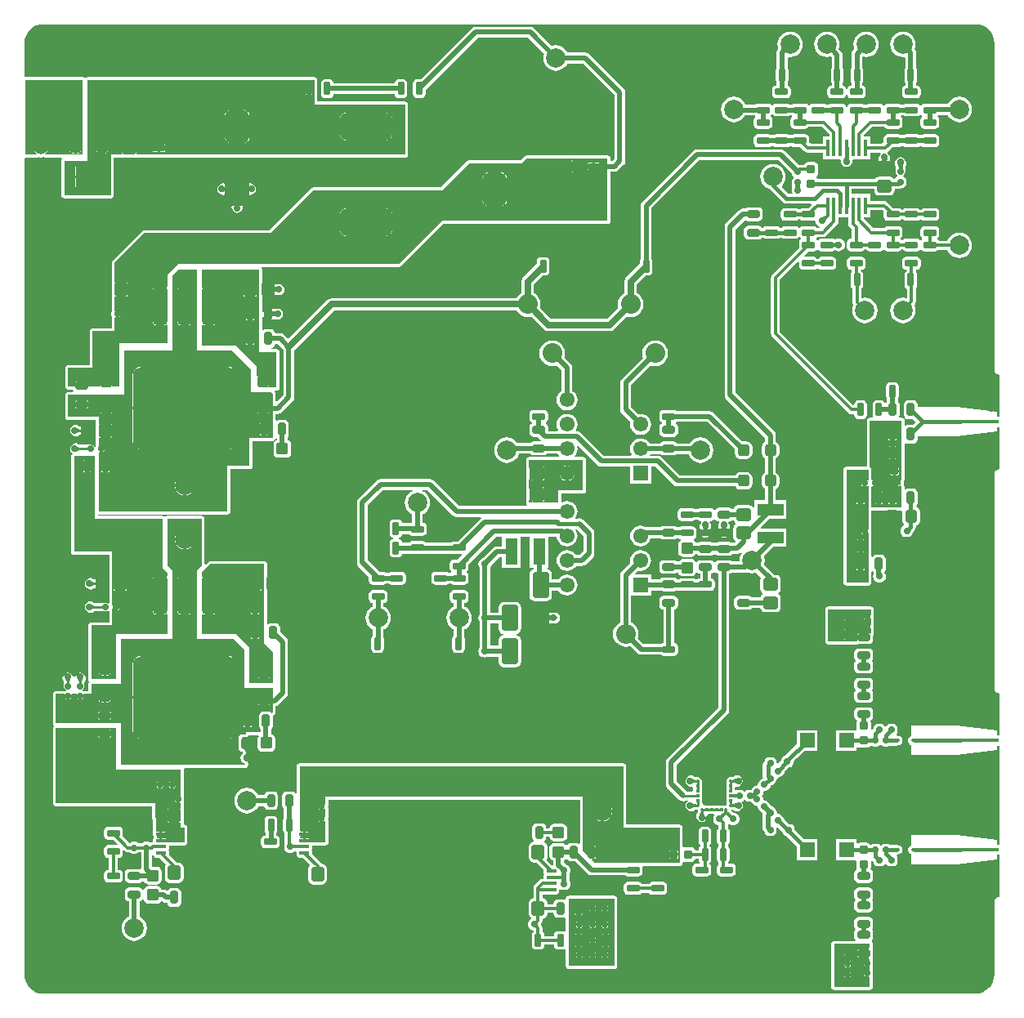
<source format=gtl>
%FSLAX23Y23*%
%MOIN*%
G70*
G01*
G75*
G04 Layer_Physical_Order=1*
G04 Layer_Color=255*
%ADD10C,0.010*%
%ADD11C,0.020*%
%ADD12C,0.015*%
%ADD13C,0.012*%
%ADD14R,0.017X0.070*%
%ADD15R,0.120X0.090*%
%ADD16R,0.060X0.060*%
G04:AMPARAMS|DCode=17|XSize=98mil|YSize=98mil|CornerRadius=10mil|HoleSize=0mil|Usage=FLASHONLY|Rotation=0.000|XOffset=0mil|YOffset=0mil|HoleType=Round|Shape=RoundedRectangle|*
%AMROUNDEDRECTD17*
21,1,0.098,0.079,0,0,0.0*
21,1,0.079,0.098,0,0,0.0*
1,1,0.020,0.039,-0.039*
1,1,0.020,-0.039,-0.039*
1,1,0.020,-0.039,0.039*
1,1,0.020,0.039,0.039*
%
%ADD17ROUNDEDRECTD17*%
G04:AMPARAMS|DCode=18|XSize=13mil|YSize=12mil|CornerRadius=3mil|HoleSize=0mil|Usage=FLASHONLY|Rotation=90.000|XOffset=0mil|YOffset=0mil|HoleType=Round|Shape=RoundedRectangle|*
%AMROUNDEDRECTD18*
21,1,0.013,0.006,0,0,90.0*
21,1,0.007,0.012,0,0,90.0*
1,1,0.006,0.003,0.003*
1,1,0.006,0.003,-0.003*
1,1,0.006,-0.003,-0.003*
1,1,0.006,-0.003,0.003*
%
%ADD18ROUNDEDRECTD18*%
%ADD19R,0.012X0.012*%
G04:AMPARAMS|DCode=20|XSize=12mil|YSize=13mil|CornerRadius=3mil|HoleSize=0mil|Usage=FLASHONLY|Rotation=180.000|XOffset=0mil|YOffset=0mil|HoleType=Round|Shape=RoundedRectangle|*
%AMROUNDEDRECTD20*
21,1,0.012,0.007,0,0,180.0*
21,1,0.006,0.013,0,0,180.0*
1,1,0.006,-0.003,0.003*
1,1,0.006,0.003,0.003*
1,1,0.006,0.003,-0.003*
1,1,0.006,-0.003,-0.003*
%
%ADD20ROUNDEDRECTD20*%
%ADD21R,0.012X0.013*%
%ADD22R,0.012X0.013*%
G04:AMPARAMS|DCode=23|XSize=16mil|YSize=40mil|CornerRadius=4mil|HoleSize=0mil|Usage=FLASHONLY|Rotation=270.000|XOffset=0mil|YOffset=0mil|HoleType=Round|Shape=RoundedRectangle|*
%AMROUNDEDRECTD23*
21,1,0.016,0.032,0,0,270.0*
21,1,0.008,0.040,0,0,270.0*
1,1,0.008,-0.016,-0.004*
1,1,0.008,-0.016,0.004*
1,1,0.008,0.016,0.004*
1,1,0.008,0.016,-0.004*
%
%ADD23ROUNDEDRECTD23*%
G04:AMPARAMS|DCode=24|XSize=59mil|YSize=157mil|CornerRadius=15mil|HoleSize=0mil|Usage=FLASHONLY|Rotation=0.000|XOffset=0mil|YOffset=0mil|HoleType=Round|Shape=RoundedRectangle|*
%AMROUNDEDRECTD24*
21,1,0.059,0.128,0,0,0.0*
21,1,0.030,0.157,0,0,0.0*
1,1,0.030,0.015,-0.064*
1,1,0.030,-0.015,-0.064*
1,1,0.030,-0.015,0.064*
1,1,0.030,0.015,0.064*
%
%ADD24ROUNDEDRECTD24*%
G04:AMPARAMS|DCode=25|XSize=421mil|YSize=339mil|CornerRadius=34mil|HoleSize=0mil|Usage=FLASHONLY|Rotation=0.000|XOffset=0mil|YOffset=0mil|HoleType=Round|Shape=RoundedRectangle|*
%AMROUNDEDRECTD25*
21,1,0.421,0.271,0,0,0.0*
21,1,0.354,0.339,0,0,0.0*
1,1,0.068,0.177,-0.135*
1,1,0.068,-0.177,-0.135*
1,1,0.068,-0.177,0.135*
1,1,0.068,0.177,0.135*
%
%ADD25ROUNDEDRECTD25*%
G04:AMPARAMS|DCode=26|XSize=31mil|YSize=51mil|CornerRadius=5mil|HoleSize=0mil|Usage=FLASHONLY|Rotation=90.000|XOffset=0mil|YOffset=0mil|HoleType=Round|Shape=RoundedRectangle|*
%AMROUNDEDRECTD26*
21,1,0.031,0.042,0,0,90.0*
21,1,0.022,0.051,0,0,90.0*
1,1,0.009,0.021,0.011*
1,1,0.009,0.021,-0.011*
1,1,0.009,-0.021,-0.011*
1,1,0.009,-0.021,0.011*
%
%ADD26ROUNDEDRECTD26*%
G04:AMPARAMS|DCode=27|XSize=31mil|YSize=51mil|CornerRadius=5mil|HoleSize=0mil|Usage=FLASHONLY|Rotation=180.000|XOffset=0mil|YOffset=0mil|HoleType=Round|Shape=RoundedRectangle|*
%AMROUNDEDRECTD27*
21,1,0.031,0.042,0,0,180.0*
21,1,0.022,0.051,0,0,180.0*
1,1,0.009,-0.011,0.021*
1,1,0.009,0.011,0.021*
1,1,0.009,0.011,-0.021*
1,1,0.009,-0.011,-0.021*
%
%ADD27ROUNDEDRECTD27*%
G04:AMPARAMS|DCode=28|XSize=28mil|YSize=51mil|CornerRadius=4mil|HoleSize=0mil|Usage=FLASHONLY|Rotation=90.000|XOffset=0mil|YOffset=0mil|HoleType=Round|Shape=RoundedRectangle|*
%AMROUNDEDRECTD28*
21,1,0.028,0.043,0,0,90.0*
21,1,0.019,0.051,0,0,90.0*
1,1,0.008,0.021,0.010*
1,1,0.008,0.021,-0.010*
1,1,0.008,-0.021,-0.010*
1,1,0.008,-0.021,0.010*
%
%ADD28ROUNDEDRECTD28*%
G04:AMPARAMS|DCode=29|XSize=24mil|YSize=24mil|CornerRadius=6mil|HoleSize=0mil|Usage=FLASHONLY|Rotation=45.000|XOffset=0mil|YOffset=0mil|HoleType=Round|Shape=RoundedRectangle|*
%AMROUNDEDRECTD29*
21,1,0.024,0.012,0,0,45.0*
21,1,0.012,0.024,0,0,45.0*
1,1,0.012,0.008,0.000*
1,1,0.012,0.000,-0.008*
1,1,0.012,-0.008,0.000*
1,1,0.012,0.000,0.008*
%
%ADD29ROUNDEDRECTD29*%
G04:AMPARAMS|DCode=30|XSize=24mil|YSize=24mil|CornerRadius=6mil|HoleSize=0mil|Usage=FLASHONLY|Rotation=90.000|XOffset=0mil|YOffset=0mil|HoleType=Round|Shape=RoundedRectangle|*
%AMROUNDEDRECTD30*
21,1,0.024,0.012,0,0,90.0*
21,1,0.012,0.024,0,0,90.0*
1,1,0.012,0.006,0.006*
1,1,0.012,0.006,-0.006*
1,1,0.012,-0.006,-0.006*
1,1,0.012,-0.006,0.006*
%
%ADD30ROUNDEDRECTD30*%
G04:AMPARAMS|DCode=31|XSize=24mil|YSize=24mil|CornerRadius=6mil|HoleSize=0mil|Usage=FLASHONLY|Rotation=135.000|XOffset=0mil|YOffset=0mil|HoleType=Round|Shape=RoundedRectangle|*
%AMROUNDEDRECTD31*
21,1,0.024,0.012,0,0,135.0*
21,1,0.012,0.024,0,0,135.0*
1,1,0.012,0.000,0.008*
1,1,0.012,0.008,0.000*
1,1,0.012,0.000,-0.008*
1,1,0.012,-0.008,0.000*
%
%ADD31ROUNDEDRECTD31*%
G04:AMPARAMS|DCode=32|XSize=32mil|YSize=28mil|CornerRadius=3mil|HoleSize=0mil|Usage=FLASHONLY|Rotation=180.000|XOffset=0mil|YOffset=0mil|HoleType=Round|Shape=RoundedRectangle|*
%AMROUNDEDRECTD32*
21,1,0.032,0.021,0,0,180.0*
21,1,0.025,0.028,0,0,180.0*
1,1,0.007,-0.012,0.010*
1,1,0.007,0.012,0.010*
1,1,0.007,0.012,-0.010*
1,1,0.007,-0.012,-0.010*
%
%ADD32ROUNDEDRECTD32*%
G04:AMPARAMS|DCode=33|XSize=12mil|YSize=26mil|CornerRadius=1mil|HoleSize=0mil|Usage=FLASHONLY|Rotation=90.000|XOffset=0mil|YOffset=0mil|HoleType=Round|Shape=RoundedRectangle|*
%AMROUNDEDRECTD33*
21,1,0.012,0.023,0,0,90.0*
21,1,0.009,0.026,0,0,90.0*
1,1,0.003,0.012,0.004*
1,1,0.003,0.012,-0.004*
1,1,0.003,-0.012,-0.004*
1,1,0.003,-0.012,0.004*
%
%ADD33ROUNDEDRECTD33*%
%ADD34R,0.106X0.051*%
%ADD35R,0.051X0.106*%
G04:AMPARAMS|DCode=36|XSize=35mil|YSize=35mil|CornerRadius=5mil|HoleSize=0mil|Usage=FLASHONLY|Rotation=0.000|XOffset=0mil|YOffset=0mil|HoleType=Round|Shape=RoundedRectangle|*
%AMROUNDEDRECTD36*
21,1,0.035,0.025,0,0,0.0*
21,1,0.025,0.035,0,0,0.0*
1,1,0.011,0.012,-0.012*
1,1,0.011,-0.012,-0.012*
1,1,0.011,-0.012,0.012*
1,1,0.011,0.012,0.012*
%
%ADD36ROUNDEDRECTD36*%
G04:AMPARAMS|DCode=37|XSize=114mil|YSize=213mil|CornerRadius=29mil|HoleSize=0mil|Usage=FLASHONLY|Rotation=90.000|XOffset=0mil|YOffset=0mil|HoleType=Round|Shape=RoundedRectangle|*
%AMROUNDEDRECTD37*
21,1,0.114,0.156,0,0,90.0*
21,1,0.057,0.213,0,0,90.0*
1,1,0.057,0.078,0.029*
1,1,0.057,0.078,-0.029*
1,1,0.057,-0.078,-0.029*
1,1,0.057,-0.078,0.029*
%
%ADD37ROUNDEDRECTD37*%
G04:AMPARAMS|DCode=38|XSize=28mil|YSize=51mil|CornerRadius=4mil|HoleSize=0mil|Usage=FLASHONLY|Rotation=0.000|XOffset=0mil|YOffset=0mil|HoleType=Round|Shape=RoundedRectangle|*
%AMROUNDEDRECTD38*
21,1,0.028,0.043,0,0,0.0*
21,1,0.019,0.051,0,0,0.0*
1,1,0.008,0.010,-0.021*
1,1,0.008,-0.010,-0.021*
1,1,0.008,-0.010,0.021*
1,1,0.008,0.010,0.021*
%
%ADD38ROUNDEDRECTD38*%
G04:AMPARAMS|DCode=39|XSize=24mil|YSize=24mil|CornerRadius=5mil|HoleSize=0mil|Usage=FLASHONLY|Rotation=270.000|XOffset=0mil|YOffset=0mil|HoleType=Round|Shape=RoundedRectangle|*
%AMROUNDEDRECTD39*
21,1,0.024,0.014,0,0,270.0*
21,1,0.014,0.024,0,0,270.0*
1,1,0.009,-0.007,-0.007*
1,1,0.009,-0.007,0.007*
1,1,0.009,0.007,0.007*
1,1,0.009,0.007,-0.007*
%
%ADD39ROUNDEDRECTD39*%
%ADD40R,0.315X0.017*%
%ADD41R,0.157X0.118*%
G04:AMPARAMS|DCode=42|XSize=24mil|YSize=24mil|CornerRadius=5mil|HoleSize=0mil|Usage=FLASHONLY|Rotation=0.000|XOffset=0mil|YOffset=0mil|HoleType=Round|Shape=RoundedRectangle|*
%AMROUNDEDRECTD42*
21,1,0.024,0.014,0,0,0.0*
21,1,0.014,0.024,0,0,0.0*
1,1,0.009,0.007,-0.007*
1,1,0.009,-0.007,-0.007*
1,1,0.009,-0.007,0.007*
1,1,0.009,0.007,0.007*
%
%ADD42ROUNDEDRECTD42*%
G04:AMPARAMS|DCode=43|XSize=35mil|YSize=35mil|CornerRadius=5mil|HoleSize=0mil|Usage=FLASHONLY|Rotation=270.000|XOffset=0mil|YOffset=0mil|HoleType=Round|Shape=RoundedRectangle|*
%AMROUNDEDRECTD43*
21,1,0.035,0.025,0,0,270.0*
21,1,0.025,0.035,0,0,270.0*
1,1,0.011,-0.012,-0.012*
1,1,0.011,-0.012,0.012*
1,1,0.011,0.012,0.012*
1,1,0.011,0.012,-0.012*
%
%ADD43ROUNDEDRECTD43*%
G04:AMPARAMS|DCode=44|XSize=47mil|YSize=47mil|CornerRadius=12mil|HoleSize=0mil|Usage=FLASHONLY|Rotation=180.000|XOffset=0mil|YOffset=0mil|HoleType=Round|Shape=RoundedRectangle|*
%AMROUNDEDRECTD44*
21,1,0.047,0.024,0,0,180.0*
21,1,0.024,0.047,0,0,180.0*
1,1,0.024,-0.012,0.012*
1,1,0.024,0.012,0.012*
1,1,0.024,0.012,-0.012*
1,1,0.024,-0.012,-0.012*
%
%ADD44ROUNDEDRECTD44*%
G04:AMPARAMS|DCode=45|XSize=47mil|YSize=47mil|CornerRadius=7mil|HoleSize=0mil|Usage=FLASHONLY|Rotation=270.000|XOffset=0mil|YOffset=0mil|HoleType=Round|Shape=RoundedRectangle|*
%AMROUNDEDRECTD45*
21,1,0.047,0.033,0,0,270.0*
21,1,0.033,0.047,0,0,270.0*
1,1,0.014,-0.017,-0.017*
1,1,0.014,-0.017,0.017*
1,1,0.014,0.017,0.017*
1,1,0.014,0.017,-0.017*
%
%ADD45ROUNDEDRECTD45*%
G04:AMPARAMS|DCode=46|XSize=47mil|YSize=47mil|CornerRadius=7mil|HoleSize=0mil|Usage=FLASHONLY|Rotation=180.000|XOffset=0mil|YOffset=0mil|HoleType=Round|Shape=RoundedRectangle|*
%AMROUNDEDRECTD46*
21,1,0.047,0.033,0,0,180.0*
21,1,0.033,0.047,0,0,180.0*
1,1,0.014,-0.017,0.017*
1,1,0.014,0.017,0.017*
1,1,0.014,0.017,-0.017*
1,1,0.014,-0.017,-0.017*
%
%ADD46ROUNDEDRECTD46*%
G04:AMPARAMS|DCode=47|XSize=47mil|YSize=47mil|CornerRadius=12mil|HoleSize=0mil|Usage=FLASHONLY|Rotation=90.000|XOffset=0mil|YOffset=0mil|HoleType=Round|Shape=RoundedRectangle|*
%AMROUNDEDRECTD47*
21,1,0.047,0.024,0,0,90.0*
21,1,0.024,0.047,0,0,90.0*
1,1,0.024,0.012,0.012*
1,1,0.024,0.012,-0.012*
1,1,0.024,-0.012,-0.012*
1,1,0.024,-0.012,0.012*
%
%ADD47ROUNDEDRECTD47*%
%ADD48R,0.110X0.085*%
G04:AMPARAMS|DCode=49|XSize=24mil|YSize=24mil|CornerRadius=6mil|HoleSize=0mil|Usage=FLASHONLY|Rotation=180.000|XOffset=0mil|YOffset=0mil|HoleType=Round|Shape=RoundedRectangle|*
%AMROUNDEDRECTD49*
21,1,0.024,0.012,0,0,180.0*
21,1,0.012,0.024,0,0,180.0*
1,1,0.012,-0.006,0.006*
1,1,0.012,0.006,0.006*
1,1,0.012,0.006,-0.006*
1,1,0.012,-0.006,-0.006*
%
%ADD49ROUNDEDRECTD49*%
G04:AMPARAMS|DCode=50|XSize=51mil|YSize=59mil|CornerRadius=8mil|HoleSize=0mil|Usage=FLASHONLY|Rotation=270.000|XOffset=0mil|YOffset=0mil|HoleType=Round|Shape=RoundedRectangle|*
%AMROUNDEDRECTD50*
21,1,0.051,0.044,0,0,270.0*
21,1,0.036,0.059,0,0,270.0*
1,1,0.015,-0.022,-0.018*
1,1,0.015,-0.022,0.018*
1,1,0.015,0.022,0.018*
1,1,0.015,0.022,-0.018*
%
%ADD50ROUNDEDRECTD50*%
G04:AMPARAMS|DCode=51|XSize=51mil|YSize=47mil|CornerRadius=7mil|HoleSize=0mil|Usage=FLASHONLY|Rotation=90.000|XOffset=0mil|YOffset=0mil|HoleType=Round|Shape=RoundedRectangle|*
%AMROUNDEDRECTD51*
21,1,0.051,0.033,0,0,90.0*
21,1,0.037,0.047,0,0,90.0*
1,1,0.014,0.017,0.019*
1,1,0.014,0.017,-0.019*
1,1,0.014,-0.017,-0.019*
1,1,0.014,-0.017,0.019*
%
%ADD51ROUNDEDRECTD51*%
G04:AMPARAMS|DCode=52|XSize=51mil|YSize=59mil|CornerRadius=8mil|HoleSize=0mil|Usage=FLASHONLY|Rotation=180.000|XOffset=0mil|YOffset=0mil|HoleType=Round|Shape=RoundedRectangle|*
%AMROUNDEDRECTD52*
21,1,0.051,0.044,0,0,180.0*
21,1,0.036,0.059,0,0,180.0*
1,1,0.015,-0.018,0.022*
1,1,0.015,0.018,0.022*
1,1,0.015,0.018,-0.022*
1,1,0.015,-0.018,-0.022*
%
%ADD52ROUNDEDRECTD52*%
G04:AMPARAMS|DCode=53|XSize=106mil|YSize=67mil|CornerRadius=10mil|HoleSize=0mil|Usage=FLASHONLY|Rotation=270.000|XOffset=0mil|YOffset=0mil|HoleType=Round|Shape=RoundedRectangle|*
%AMROUNDEDRECTD53*
21,1,0.106,0.047,0,0,270.0*
21,1,0.086,0.067,0,0,270.0*
1,1,0.020,-0.023,-0.043*
1,1,0.020,-0.023,0.043*
1,1,0.020,0.023,0.043*
1,1,0.020,0.023,-0.043*
%
%ADD53ROUNDEDRECTD53*%
G04:AMPARAMS|DCode=54|XSize=98mil|YSize=138mil|CornerRadius=25mil|HoleSize=0mil|Usage=FLASHONLY|Rotation=180.000|XOffset=0mil|YOffset=0mil|HoleType=Round|Shape=RoundedRectangle|*
%AMROUNDEDRECTD54*
21,1,0.098,0.089,0,0,180.0*
21,1,0.049,0.138,0,0,180.0*
1,1,0.049,-0.025,0.044*
1,1,0.049,0.025,0.044*
1,1,0.049,0.025,-0.044*
1,1,0.049,-0.025,-0.044*
%
%ADD54ROUNDEDRECTD54*%
%ADD55C,0.025*%
%ADD56C,0.017*%
%ADD57C,0.079*%
%ADD58R,0.061X0.061*%
%ADD59C,0.061*%
%ADD60C,0.014*%
%ADD61C,0.080*%
%ADD62C,0.059*%
%ADD63R,0.059X0.059*%
%ADD64C,0.028*%
%ADD65C,0.030*%
%ADD66C,0.016*%
G36*
X4600Y3170D02*
X4599Y3167D01*
Y3143D01*
X4600Y3140D01*
Y3122D01*
X4598Y3119D01*
X4597Y3112D01*
Y3098D01*
X4598Y3091D01*
X4600Y3088D01*
Y3005D01*
X4587D01*
X4585Y3006D01*
X4577Y3008D01*
X4544D01*
X4537Y3006D01*
X4534Y3005D01*
X4477D01*
Y3091D01*
X4481Y3094D01*
X4484Y3093D01*
X4486D01*
Y3105D01*
Y3117D01*
X4484D01*
X4481Y3116D01*
X4477Y3119D01*
Y3160D01*
X4476Y3165D01*
X4474Y3169D01*
X4470Y3171D01*
Y3360D01*
X4600D01*
Y3170D01*
D02*
G37*
G36*
X4465Y3117D02*
X4460Y3116D01*
X4460Y3116D01*
X4456Y3117D01*
X4454D01*
Y3105D01*
Y3093D01*
X4456D01*
X4460Y3094D01*
X4460Y3094D01*
X4465Y3093D01*
Y2918D01*
X4460Y2917D01*
X4459Y2920D01*
X4454Y2922D01*
X4453D01*
Y2910D01*
Y2898D01*
X4454D01*
X4459Y2900D01*
X4460Y2903D01*
X4465Y2902D01*
Y2700D01*
X4375D01*
Y3160D01*
X4465D01*
Y3117D01*
D02*
G37*
G36*
X1260Y4445D02*
X1107D01*
X1106Y4450D01*
X1111Y4454D01*
X1116Y4460D01*
X1119Y4467D01*
X1119Y4470D01*
X1061D01*
X1061Y4467D01*
X1064Y4460D01*
X1069Y4454D01*
X1074Y4450D01*
X1073Y4445D01*
X1025D01*
Y4750D01*
X1260D01*
Y4445D01*
D02*
G37*
G36*
X4915Y4976D02*
X4930Y4972D01*
X4943Y4965D01*
X4955Y4955D01*
X4965Y4943D01*
X4972Y4930D01*
X4976Y4915D01*
X4978Y4901D01*
X4978Y4900D01*
Y3570D01*
X4979Y3561D01*
X4984Y3554D01*
X4991Y3549D01*
X5000Y3548D01*
X5000Y3547D01*
X5000Y3379D01*
X4997Y3376D01*
X4990D01*
Y3395D01*
X4825Y3415D01*
X4665D01*
Y3426D01*
X4664Y3432D01*
X4660Y3438D01*
X4655Y3442D01*
X4648Y3443D01*
X4626D01*
X4620Y3442D01*
X4614Y3438D01*
X4611Y3432D01*
X4609Y3426D01*
Y3384D01*
X4611Y3378D01*
X4614Y3372D01*
X4620Y3368D01*
X4626Y3367D01*
X4646D01*
X4655Y3358D01*
Y3352D01*
X4646Y3343D01*
X4626D01*
X4620Y3342D01*
X4617Y3339D01*
X4612Y3342D01*
Y3360D01*
X4611Y3365D01*
X4609Y3369D01*
X4605Y3371D01*
X4600Y3372D01*
X4591D01*
X4589Y3377D01*
X4589Y3378D01*
X4591Y3384D01*
Y3426D01*
X4589Y3432D01*
X4586Y3438D01*
X4585Y3438D01*
Y3449D01*
X4587Y3452D01*
X4589Y3459D01*
Y3501D01*
X4587Y3508D01*
X4584Y3513D01*
X4579Y3517D01*
X4572Y3518D01*
X4553D01*
X4547Y3517D01*
X4541Y3513D01*
X4538Y3508D01*
X4537Y3501D01*
Y3459D01*
X4538Y3452D01*
X4540Y3449D01*
Y3438D01*
X4540Y3438D01*
X4537Y3434D01*
X4532D01*
X4529Y3438D01*
X4523Y3442D01*
X4517Y3443D01*
X4498D01*
X4491Y3442D01*
X4486Y3438D01*
X4483Y3433D01*
X4481Y3426D01*
Y3384D01*
X4483Y3377D01*
X4483Y3377D01*
X4481Y3372D01*
X4470D01*
X4465Y3371D01*
X4461Y3369D01*
X4459Y3365D01*
X4458Y3360D01*
Y3172D01*
X4375D01*
X4370Y3171D01*
X4366Y3169D01*
X4364Y3165D01*
X4363Y3160D01*
Y2700D01*
X4364Y2695D01*
X4366Y2691D01*
X4370Y2689D01*
X4375Y2688D01*
X4465D01*
X4470Y2689D01*
X4474Y2691D01*
X4476Y2695D01*
X4477Y2700D01*
Y2744D01*
X4482Y2746D01*
X4484Y2742D01*
X4485Y2742D01*
Y2733D01*
X4485Y2732D01*
X4484Y2725D01*
X4485Y2718D01*
X4487Y2712D01*
X4491Y2706D01*
X4497Y2702D01*
X4503Y2700D01*
X4510Y2699D01*
X4517Y2700D01*
X4523Y2702D01*
X4529Y2706D01*
X4533Y2712D01*
X4535Y2718D01*
X4536Y2725D01*
X4535Y2732D01*
X4534Y2736D01*
X4534Y2736D01*
X4533Y2737D01*
X4533Y2738D01*
X4530Y2741D01*
X4530Y2741D01*
X4530Y2742D01*
X4530Y2742D01*
X4530D01*
X4534Y2748D01*
X4535Y2754D01*
Y2796D01*
X4534Y2802D01*
X4530Y2808D01*
X4525Y2812D01*
X4518Y2813D01*
X4496D01*
X4490Y2812D01*
X4484Y2808D01*
X4482Y2804D01*
X4477Y2806D01*
Y2902D01*
X4477Y2903D01*
Y2904D01*
X4477Y2905D01*
X4476Y2906D01*
X4476Y2907D01*
X4475Y2909D01*
X4474Y2909D01*
X4474Y2910D01*
X4474Y2911D01*
X4475Y2911D01*
X4476Y2913D01*
X4476Y2914D01*
X4477Y2915D01*
X4477Y2916D01*
Y2917D01*
X4477Y2918D01*
Y2993D01*
X4534D01*
X4536Y2993D01*
X4537D01*
X4538Y2993D01*
X4539Y2994D01*
X4540Y2994D01*
X4541Y2995D01*
X4541Y2995D01*
X4545Y2996D01*
X4576D01*
X4580Y2995D01*
X4580Y2995D01*
X4581Y2994D01*
X4582Y2994D01*
X4583Y2993D01*
X4584Y2993D01*
X4586D01*
X4587Y2993D01*
X4600D01*
X4604Y2989D01*
X4603Y2989D01*
Y2951D01*
X4605Y2944D01*
X4609Y2938D01*
Y2938D01*
Y2938D01*
X4609Y2938D01*
X4609D01*
X4608Y2933D01*
X4607Y2933D01*
X4602Y2929D01*
X4598Y2924D01*
X4597Y2917D01*
Y2903D01*
X4598Y2896D01*
X4602Y2891D01*
X4607Y2887D01*
X4614Y2886D01*
X4628D01*
X4634Y2887D01*
X4640Y2891D01*
X4644Y2896D01*
X4645Y2903D01*
Y2905D01*
X4652Y2912D01*
X4657Y2919D01*
X4658Y2927D01*
Y2933D01*
X4663Y2934D01*
X4670Y2938D01*
X4674Y2944D01*
X4675Y2951D01*
Y2989D01*
X4674Y2996D01*
X4670Y3002D01*
X4663Y3006D01*
X4661Y3007D01*
X4660Y3012D01*
X4660Y3012D01*
X4664Y3018D01*
X4665Y3024D01*
Y3066D01*
X4664Y3072D01*
X4660Y3078D01*
X4655Y3082D01*
X4648Y3083D01*
X4626D01*
X4620Y3082D01*
X4617Y3079D01*
X4612Y3082D01*
Y3088D01*
X4612Y3089D01*
Y3091D01*
X4612Y3092D01*
X4611Y3093D01*
X4611Y3094D01*
X4610Y3095D01*
X4609Y3096D01*
X4609Y3099D01*
Y3111D01*
X4609Y3114D01*
X4610Y3115D01*
X4611Y3116D01*
X4611Y3117D01*
X4612Y3118D01*
X4612Y3119D01*
Y3121D01*
X4612Y3122D01*
Y3140D01*
X4612Y3141D01*
Y3142D01*
X4612Y3144D01*
Y3166D01*
X4612Y3168D01*
Y3169D01*
X4612Y3170D01*
Y3268D01*
X4617Y3271D01*
X4620Y3268D01*
X4626Y3267D01*
X4648D01*
X4655Y3268D01*
X4660Y3272D01*
X4664Y3278D01*
X4665Y3284D01*
Y3295D01*
X4825D01*
X4990Y3315D01*
Y3334D01*
X5000D01*
X5000Y3163D01*
X5000Y3162D01*
X4991Y3161D01*
X4984Y3156D01*
X4979Y3149D01*
X4978Y3140D01*
Y2270D01*
X4979Y2261D01*
X4984Y2254D01*
X4991Y2249D01*
X5000Y2248D01*
X5000Y2247D01*
X5000Y2079D01*
X4997Y2076D01*
X4990D01*
Y2095D01*
X4825Y2115D01*
X4640D01*
Y2075D01*
X4640D01*
Y2073D01*
X4636Y2072D01*
X4631Y2069D01*
X4628Y2065D01*
X4627Y2059D01*
Y2051D01*
X4628Y2045D01*
X4631Y2041D01*
X4636Y2038D01*
X4640Y2037D01*
Y2035D01*
X4640Y2035D01*
X4640Y2035D01*
Y1995D01*
X4825D01*
X4990Y2015D01*
Y2034D01*
X5000D01*
X5000Y1634D01*
X4997Y1631D01*
X4990D01*
Y1650D01*
X4825Y1670D01*
X4640D01*
Y1630D01*
X4640Y1630D01*
X4640D01*
Y1628D01*
X4636Y1627D01*
X4631Y1624D01*
X4628Y1620D01*
X4627Y1614D01*
Y1606D01*
X4628Y1600D01*
X4631Y1596D01*
X4636Y1593D01*
X4640Y1592D01*
Y1590D01*
X4640Y1590D01*
X4640Y1590D01*
Y1550D01*
X4825D01*
X4990Y1570D01*
Y1589D01*
X5000D01*
X5000Y1418D01*
X5000Y1417D01*
X4991Y1416D01*
X4984Y1411D01*
X4979Y1404D01*
X4978Y1395D01*
Y1175D01*
Y1100D01*
X4978Y1099D01*
X4976Y1085D01*
X4972Y1070D01*
X4965Y1057D01*
X4955Y1045D01*
X4943Y1035D01*
X4930Y1028D01*
X4915Y1024D01*
X4901Y1022D01*
X4900Y1022D01*
X1100D01*
X1099Y1022D01*
X1085Y1024D01*
X1070Y1028D01*
X1057Y1035D01*
X1045Y1045D01*
X1035Y1057D01*
X1028Y1070D01*
X1024Y1085D01*
X1022Y1099D01*
X1022Y1100D01*
Y4431D01*
X1025Y4433D01*
X1073D01*
X1073Y4433D01*
X1074Y4433D01*
X1076Y4433D01*
X1077Y4434D01*
X1078Y4434D01*
X1078Y4434D01*
X1079Y4435D01*
X1079Y4435D01*
X1090Y4433D01*
X1101Y4435D01*
X1101Y4435D01*
X1102Y4434D01*
X1102Y4434D01*
X1103Y4434D01*
X1104Y4433D01*
X1106Y4433D01*
X1107Y4433D01*
X1107Y4433D01*
X1174D01*
X1175Y4431D01*
X1176Y4428D01*
X1174Y4425D01*
X1173Y4420D01*
Y4280D01*
X1174Y4275D01*
X1176Y4271D01*
X1180Y4269D01*
X1185Y4268D01*
X1375D01*
X1380Y4269D01*
X1384Y4271D01*
X1386Y4275D01*
X1387Y4280D01*
Y4433D01*
X1420D01*
X1422Y4433D01*
X1424Y4433D01*
X1424Y4434D01*
X1425Y4434D01*
X1426Y4435D01*
X1426Y4435D01*
X1428Y4434D01*
X1472D01*
X1474Y4435D01*
X1474Y4435D01*
X1475Y4434D01*
X1476Y4434D01*
X1476Y4433D01*
X1478Y4433D01*
X1480Y4433D01*
X2575D01*
X2580Y4434D01*
X2584Y4436D01*
X2586Y4440D01*
X2587Y4445D01*
Y4650D01*
X2586Y4655D01*
X2584Y4659D01*
X2580Y4661D01*
X2575Y4662D01*
X2217D01*
Y4750D01*
X2216Y4755D01*
X2214Y4759D01*
X2210Y4761D01*
X2205Y4762D01*
X1280D01*
X1275Y4761D01*
X1271Y4759D01*
X1269D01*
X1265Y4761D01*
X1260Y4762D01*
X1025D01*
X1022Y4764D01*
Y4900D01*
X1022Y4901D01*
X1024Y4915D01*
X1028Y4930D01*
X1035Y4943D01*
X1045Y4955D01*
X1057Y4965D01*
X1070Y4972D01*
X1085Y4976D01*
X1099Y4978D01*
X1100Y4978D01*
X4900D01*
X4901Y4978D01*
X4915Y4976D01*
D02*
G37*
G36*
X2205Y4650D02*
X2575D01*
Y4445D01*
X1480D01*
X1478Y4449D01*
X1479Y4451D01*
X1480Y4454D01*
Y4467D01*
X1420D01*
Y4454D01*
X1421Y4451D01*
X1422Y4449D01*
X1420Y4445D01*
X1375D01*
Y4280D01*
X1185D01*
Y4420D01*
X1280D01*
Y4750D01*
X2205D01*
Y4650D01*
D02*
G37*
%LPC*%
G36*
X4565Y3150D02*
X4552D01*
Y3143D01*
X4554Y3139D01*
X4558Y3137D01*
X4565D01*
Y3150D01*
D02*
G37*
G36*
X2037Y1748D02*
X2018D01*
X2012Y1747D01*
X2006Y1743D01*
X2003Y1738D01*
X2002Y1731D01*
Y1689D01*
X2003Y1682D01*
X2005Y1679D01*
Y1668D01*
X2004D01*
X1997Y1667D01*
X1992Y1664D01*
X1988Y1658D01*
X1987Y1652D01*
Y1633D01*
X1988Y1626D01*
X1992Y1621D01*
X1997Y1618D01*
X2004Y1616D01*
X2046D01*
X2053Y1618D01*
X2058Y1621D01*
X2062Y1626D01*
X2063Y1633D01*
Y1652D01*
X2062Y1658D01*
X2058Y1664D01*
X2053Y1667D01*
X2050Y1668D01*
Y1679D01*
X2052Y1682D01*
X2054Y1689D01*
Y1731D01*
X2052Y1738D01*
X2049Y1743D01*
X2044Y1747D01*
X2037Y1748D01*
D02*
G37*
G36*
X4589Y3150D02*
X4575D01*
Y3137D01*
X4583D01*
X4587Y3139D01*
X4589Y3143D01*
Y3150D01*
D02*
G37*
G36*
X1562Y1462D02*
X1528D01*
X1521Y1460D01*
X1515Y1456D01*
X1510Y1450D01*
X1510Y1448D01*
X1505Y1447D01*
X1503Y1451D01*
X1497Y1454D01*
X1491Y1456D01*
X1449D01*
X1443Y1454D01*
X1437Y1451D01*
X1433Y1445D01*
X1432Y1439D01*
Y1417D01*
X1433Y1410D01*
X1437Y1405D01*
X1443Y1401D01*
X1448Y1400D01*
Y1336D01*
X1444Y1335D01*
X1433Y1327D01*
X1425Y1316D01*
X1420Y1303D01*
X1418Y1290D01*
X1420Y1277D01*
X1425Y1264D01*
X1433Y1253D01*
X1444Y1245D01*
X1457Y1240D01*
X1470Y1238D01*
X1483Y1240D01*
X1496Y1245D01*
X1507Y1253D01*
X1515Y1264D01*
X1520Y1277D01*
X1522Y1290D01*
X1520Y1303D01*
X1515Y1316D01*
X1507Y1327D01*
X1496Y1335D01*
X1492Y1336D01*
Y1400D01*
X1497Y1401D01*
X1503Y1405D01*
X1505Y1407D01*
X1510Y1406D01*
X1510Y1402D01*
X1515Y1395D01*
X1521Y1391D01*
X1528Y1390D01*
X1562D01*
X1569Y1391D01*
X1575Y1395D01*
X1578Y1400D01*
X1583Y1400D01*
X1584Y1399D01*
X1591Y1394D01*
X1600Y1393D01*
X1605D01*
X1606Y1388D01*
X1610Y1382D01*
X1615Y1378D01*
X1622Y1377D01*
X1644D01*
X1650Y1378D01*
X1656Y1382D01*
X1659Y1388D01*
X1661Y1394D01*
Y1436D01*
X1659Y1442D01*
X1656Y1448D01*
X1650Y1452D01*
X1644Y1453D01*
X1622D01*
X1615Y1452D01*
X1610Y1448D01*
X1607Y1444D01*
X1602Y1443D01*
X1598Y1446D01*
X1589Y1448D01*
X1580D01*
X1580Y1450D01*
X1575Y1456D01*
X1569Y1460D01*
X1562Y1462D01*
D02*
G37*
G36*
X3626Y1479D02*
X3584D01*
X3577Y1477D01*
X3572Y1474D01*
X3570Y1471D01*
X3540D01*
X3538Y1474D01*
X3533Y1477D01*
X3526Y1479D01*
X3484D01*
X3477Y1477D01*
X3472Y1474D01*
X3468Y1469D01*
X3467Y1462D01*
Y1443D01*
X3468Y1437D01*
X3472Y1431D01*
X3477Y1428D01*
X3484Y1427D01*
X3526D01*
X3533Y1428D01*
X3538Y1431D01*
X3540Y1434D01*
X3570D01*
X3572Y1431D01*
X3577Y1428D01*
X3584Y1427D01*
X3626D01*
X3633Y1428D01*
X3638Y1431D01*
X3642Y1437D01*
X3643Y1443D01*
Y1462D01*
X3642Y1469D01*
X3638Y1474D01*
X3633Y1477D01*
X3626Y1479D01*
D02*
G37*
G36*
X4417Y1652D02*
X4333D01*
Y1568D01*
X4412D01*
X4415Y1564D01*
X4415Y1563D01*
Y1538D01*
X4416Y1531D01*
X4416Y1531D01*
X4416Y1531D01*
D01*
X4418Y1529D01*
D01*
D01*
X4412Y1525D01*
X4408Y1520D01*
X4407Y1513D01*
Y1491D01*
X4408Y1485D01*
X4412Y1479D01*
X4418Y1476D01*
X4424Y1474D01*
X4466D01*
X4472Y1476D01*
X4478Y1479D01*
X4482Y1485D01*
X4483Y1491D01*
Y1513D01*
X4482Y1520D01*
X4478Y1525D01*
X4472Y1529D01*
D01*
D01*
X4474Y1531D01*
D01*
X4474Y1531D01*
X4474Y1531D01*
X4475Y1538D01*
Y1563D01*
X4475Y1565D01*
X4479Y1567D01*
X4486Y1560D01*
Y1559D01*
X4487Y1552D01*
X4491Y1547D01*
X4496Y1543D01*
X4503Y1542D01*
X4517D01*
X4524Y1543D01*
X4529Y1547D01*
X4532Y1552D01*
X4537D01*
X4541Y1547D01*
X4546Y1543D01*
X4553Y1542D01*
X4567D01*
X4574Y1543D01*
X4579Y1547D01*
X4583Y1552D01*
X4584Y1559D01*
Y1573D01*
X4583Y1579D01*
X4579Y1585D01*
X4583Y1590D01*
X4586Y1591D01*
X4587Y1592D01*
X4589D01*
X4594Y1593D01*
X4599Y1596D01*
X4602Y1600D01*
X4603Y1606D01*
Y1614D01*
X4602Y1620D01*
X4599Y1624D01*
X4594Y1627D01*
X4589Y1628D01*
X4587D01*
X4586Y1629D01*
X4578Y1631D01*
X4552D01*
X4550Y1633D01*
X4543Y1634D01*
X4531D01*
X4524Y1633D01*
X4518Y1629D01*
X4517Y1628D01*
X4512D01*
X4512Y1629D01*
X4506Y1633D01*
X4499Y1634D01*
X4487D01*
X4480Y1633D01*
X4478Y1631D01*
X4472D01*
X4470Y1634D01*
X4464Y1638D01*
X4457Y1640D01*
X4433D01*
X4426Y1638D01*
X4421Y1635D01*
X4417Y1638D01*
Y1652D01*
D02*
G37*
G36*
X4592Y3100D02*
X4584D01*
Y3093D01*
X4586D01*
X4590Y3094D01*
X4592Y3098D01*
Y3100D01*
D02*
G37*
G36*
X4574D02*
X4567D01*
Y3098D01*
X4569Y3094D01*
X4572Y3093D01*
X4574D01*
Y3100D01*
D02*
G37*
G36*
X4503D02*
X4496D01*
Y3093D01*
X4498D01*
X4501Y3094D01*
X4503Y3098D01*
Y3100D01*
D02*
G37*
G36*
X4444Y3117D02*
X4442D01*
X4439Y3116D01*
X4437Y3112D01*
Y3110D01*
X4444D01*
Y3117D01*
D02*
G37*
G36*
X4586D02*
X4584D01*
Y3110D01*
X4592D01*
Y3112D01*
X4590Y3116D01*
X4586Y3117D01*
D02*
G37*
G36*
X4574D02*
X4572D01*
X4569Y3116D01*
X4567Y3112D01*
Y3110D01*
X4574D01*
Y3117D01*
D02*
G37*
G36*
X4498D02*
X4496D01*
Y3110D01*
X4503D01*
Y3112D01*
X4501Y3116D01*
X4498Y3117D01*
D02*
G37*
G36*
X1231Y3344D02*
X1225Y3342D01*
X1219Y3339D01*
X1217Y3335D01*
X1213Y3332D01*
X1209Y3327D01*
X1208Y3320D01*
X1209Y3313D01*
X1213Y3308D01*
X1217Y3305D01*
X1219Y3301D01*
X1225Y3298D01*
X1231Y3296D01*
X1238Y3298D01*
X1244Y3301D01*
X1244Y3301D01*
X1247Y3303D01*
Y3303D01*
X1247D01*
Y3303D01*
X1278D01*
X1284Y3304D01*
X1290Y3308D01*
X1294Y3313D01*
X1295Y3320D01*
X1294Y3327D01*
X1290Y3332D01*
X1284Y3336D01*
X1278Y3337D01*
X1247D01*
Y3337D01*
X1244Y3339D01*
Y3339D01*
Y3339D01*
X1238Y3342D01*
X1231Y3344D01*
D02*
G37*
G36*
X4558Y3331D02*
X4552D01*
X4548Y3329D01*
X4546Y3326D01*
Y3310D01*
X4558D01*
Y3331D01*
D02*
G37*
G36*
X4579Y3300D02*
X4568D01*
Y3279D01*
X4574D01*
X4577Y3281D01*
X4579Y3284D01*
Y3300D01*
D02*
G37*
G36*
X4466Y1456D02*
X4424D01*
X4418Y1454D01*
X4412Y1451D01*
X4408Y1445D01*
X4407Y1439D01*
Y1417D01*
X4408Y1410D01*
X4412Y1405D01*
X4408Y1400D01*
X4407Y1393D01*
Y1371D01*
X4408Y1365D01*
X4412Y1359D01*
X4418Y1356D01*
X4424Y1354D01*
X4466D01*
X4472Y1356D01*
X4478Y1359D01*
X4482Y1365D01*
X4483Y1371D01*
Y1393D01*
X4482Y1400D01*
X4478Y1405D01*
X4482Y1410D01*
X4483Y1417D01*
Y1439D01*
X4482Y1445D01*
X4478Y1451D01*
X4472Y1454D01*
X4466Y1456D01*
D02*
G37*
G36*
X3595Y3687D02*
X3581Y3686D01*
X3569Y3680D01*
X3558Y3672D01*
X3550Y3661D01*
X3544Y3649D01*
X3543Y3635D01*
X3544Y3621D01*
X3546Y3618D01*
X3459Y3531D01*
X3454Y3524D01*
X3453Y3515D01*
Y3405D01*
X3454Y3396D01*
X3459Y3389D01*
X3493Y3355D01*
X3492Y3345D01*
X3494Y3334D01*
X3498Y3324D01*
X3505Y3315D01*
X3514Y3308D01*
X3524Y3304D01*
X3535Y3302D01*
X3546Y3304D01*
X3556Y3308D01*
X3565Y3315D01*
X3572Y3324D01*
X3576Y3334D01*
X3578Y3345D01*
X3576Y3356D01*
X3572Y3366D01*
X3565Y3375D01*
X3556Y3382D01*
X3546Y3386D01*
X3535Y3388D01*
X3525Y3387D01*
X3497Y3414D01*
Y3506D01*
X3578Y3586D01*
X3581Y3584D01*
X3595Y3583D01*
X3609Y3584D01*
X3621Y3590D01*
X3632Y3598D01*
X3640Y3609D01*
X3646Y3621D01*
X3647Y3635D01*
X3646Y3649D01*
X3640Y3661D01*
X3632Y3672D01*
X3621Y3680D01*
X3609Y3686D01*
X3595Y3687D01*
D02*
G37*
G36*
X4436Y4029D02*
X4394D01*
X4387Y4027D01*
X4382Y4024D01*
X4378Y4019D01*
X4377Y4012D01*
Y3993D01*
X4378Y3987D01*
X4382Y3981D01*
X4387Y3978D01*
X4394Y3977D01*
X4397D01*
Y3968D01*
X4396Y3968D01*
X4393Y3963D01*
X4392Y3956D01*
Y3914D01*
X4393Y3907D01*
X4396Y3902D01*
X4399Y3900D01*
Y3842D01*
X4400Y3837D01*
X4401Y3835D01*
X4403Y3831D01*
X4400Y3823D01*
X4398Y3810D01*
X4400Y3797D01*
X4405Y3784D01*
X4413Y3773D01*
X4424Y3765D01*
X4437Y3760D01*
X4450Y3758D01*
X4463Y3760D01*
X4476Y3765D01*
X4487Y3773D01*
X4495Y3784D01*
X4500Y3797D01*
X4502Y3810D01*
X4500Y3823D01*
X4495Y3836D01*
X4487Y3847D01*
X4476Y3855D01*
X4463Y3860D01*
X4450Y3862D01*
X4440Y3860D01*
X4436Y3864D01*
Y3900D01*
X4439Y3902D01*
X4442Y3907D01*
X4444Y3914D01*
Y3956D01*
X4442Y3963D01*
X4439Y3968D01*
X4434Y3972D01*
X4435Y3977D01*
X4436D01*
X4443Y3978D01*
X4448Y3981D01*
X4452Y3987D01*
X4453Y3993D01*
Y4012D01*
X4452Y4019D01*
X4448Y4024D01*
X4443Y4027D01*
X4436Y4029D01*
D02*
G37*
G36*
X4574Y3331D02*
X4568D01*
Y3310D01*
X4579D01*
Y3326D01*
X4577Y3329D01*
X4574Y3331D01*
D02*
G37*
G36*
X3175Y3687D02*
X3161Y3686D01*
X3149Y3680D01*
X3138Y3672D01*
X3130Y3661D01*
X3124Y3649D01*
X3123Y3635D01*
X3124Y3621D01*
X3130Y3609D01*
X3138Y3598D01*
X3149Y3590D01*
X3161Y3584D01*
X3175Y3583D01*
X3189Y3584D01*
X3192Y3586D01*
X3213Y3566D01*
Y3481D01*
X3205Y3475D01*
X3198Y3466D01*
X3194Y3456D01*
X3192Y3445D01*
X3194Y3434D01*
X3198Y3424D01*
X3205Y3415D01*
X3214Y3408D01*
X3224Y3404D01*
X3235Y3402D01*
X3246Y3404D01*
X3256Y3408D01*
X3265Y3415D01*
X3272Y3424D01*
X3276Y3434D01*
X3278Y3445D01*
X3276Y3456D01*
X3272Y3466D01*
X3265Y3475D01*
X3257Y3481D01*
Y3575D01*
X3256Y3584D01*
X3251Y3591D01*
X3224Y3618D01*
X3226Y3621D01*
X3227Y3635D01*
X3226Y3649D01*
X3220Y3661D01*
X3212Y3672D01*
X3201Y3680D01*
X3189Y3686D01*
X3175Y3687D01*
D02*
G37*
G36*
X4558Y3300D02*
X4546D01*
Y3284D01*
X4548Y3281D01*
X4552Y3279D01*
X4558D01*
Y3300D01*
D02*
G37*
G36*
X3671Y3404D02*
X3629D01*
X3622Y3402D01*
X3617Y3399D01*
X3613Y3394D01*
X3612Y3387D01*
Y3368D01*
X3613Y3362D01*
X3617Y3356D01*
X3621Y3353D01*
Y3348D01*
X3617Y3345D01*
X3613Y3340D01*
X3612Y3333D01*
Y3311D01*
X3613Y3305D01*
X3617Y3299D01*
X3623Y3296D01*
X3629Y3294D01*
X3671D01*
X3677Y3296D01*
X3683Y3299D01*
X3687Y3305D01*
X3688Y3311D01*
Y3333D01*
X3687Y3340D01*
X3683Y3345D01*
X3679Y3348D01*
Y3352D01*
X3682Y3355D01*
X3808D01*
X3919Y3244D01*
Y3228D01*
X3921Y3219D01*
X3926Y3211D01*
X3934Y3206D01*
X3943Y3204D01*
X3967D01*
X3976Y3206D01*
X3984Y3211D01*
X3989Y3219D01*
X3991Y3228D01*
Y3252D01*
X3989Y3261D01*
X3984Y3269D01*
X3976Y3274D01*
X3967Y3276D01*
X3950D01*
X3833Y3393D01*
X3826Y3398D01*
X3817Y3400D01*
X3681D01*
X3678Y3402D01*
X3671Y3404D01*
D02*
G37*
G36*
X4558Y3225D02*
X4548D01*
Y3209D01*
X4550Y3205D01*
X4553Y3204D01*
X4558D01*
Y3225D01*
D02*
G37*
G36*
X4565Y3173D02*
X4558D01*
X4554Y3171D01*
X4552Y3167D01*
Y3160D01*
X4565D01*
Y3173D01*
D02*
G37*
G36*
X4583D02*
X4575D01*
Y3160D01*
X4589D01*
Y3167D01*
X4587Y3171D01*
X4583Y3173D01*
D02*
G37*
G36*
X4572Y3256D02*
X4568D01*
Y3235D01*
X4577D01*
Y3251D01*
X4575Y3255D01*
X4572Y3256D01*
D02*
G37*
G36*
X3141Y3404D02*
X3099D01*
X3092Y3402D01*
X3087Y3399D01*
X3083Y3394D01*
X3082Y3387D01*
Y3368D01*
X3083Y3362D01*
X3087Y3356D01*
X3091Y3353D01*
Y3348D01*
X3087Y3345D01*
X3083Y3340D01*
X3082Y3333D01*
Y3311D01*
X3083Y3305D01*
X3087Y3299D01*
X3093Y3296D01*
X3099Y3294D01*
X3116D01*
X3130Y3280D01*
X3128Y3276D01*
X3099D01*
X3093Y3274D01*
X3087Y3271D01*
X3087Y3270D01*
X3032D01*
X3027Y3277D01*
X3016Y3285D01*
X3003Y3290D01*
X2990Y3292D01*
X2977Y3290D01*
X2964Y3285D01*
X2953Y3277D01*
X2945Y3266D01*
X2940Y3253D01*
X2938Y3240D01*
X2940Y3227D01*
X2945Y3214D01*
X2953Y3203D01*
X2964Y3195D01*
X2977Y3190D01*
X2990Y3188D01*
X3003Y3190D01*
X3016Y3195D01*
X3027Y3203D01*
X3035Y3214D01*
X3039Y3225D01*
X3087D01*
X3087Y3225D01*
X3093Y3221D01*
X3099Y3220D01*
X3141D01*
X3147Y3221D01*
X3153Y3225D01*
X3153Y3225D01*
X3197D01*
X3198Y3224D01*
X3203Y3217D01*
X3201Y3212D01*
X3080D01*
X3075Y3211D01*
X3071Y3209D01*
X3069Y3205D01*
X3068Y3200D01*
Y3170D01*
X3068Y3169D01*
Y3167D01*
X3068Y3166D01*
Y3124D01*
X3068Y3123D01*
Y3121D01*
X3068Y3120D01*
Y3085D01*
X3068Y3084D01*
Y3082D01*
X3068Y3081D01*
Y3039D01*
X3068Y3038D01*
Y3036D01*
X3068Y3035D01*
Y3025D01*
X3069Y3020D01*
X3071Y3017D01*
X3069Y3012D01*
X2794D01*
X2691Y3116D01*
X2684Y3121D01*
X2675Y3122D01*
X2475D01*
X2466Y3121D01*
X2459Y3116D01*
X2384Y3041D01*
X2379Y3034D01*
X2378Y3025D01*
Y2782D01*
X2379Y2774D01*
X2384Y2767D01*
X2427Y2724D01*
Y2708D01*
X2428Y2701D01*
X2432Y2696D01*
X2437Y2693D01*
X2444Y2691D01*
X2486D01*
X2493Y2693D01*
X2496Y2695D01*
X2509D01*
X2512Y2693D01*
X2519Y2691D01*
X2561D01*
X2568Y2693D01*
X2573Y2696D01*
X2577Y2701D01*
X2578Y2708D01*
Y2727D01*
X2577Y2733D01*
X2573Y2739D01*
X2568Y2742D01*
X2561Y2743D01*
X2519D01*
X2512Y2742D01*
X2509Y2740D01*
X2496D01*
X2493Y2742D01*
X2486Y2743D01*
X2471D01*
X2422Y2792D01*
Y3016D01*
X2484Y3078D01*
X2605D01*
X2606Y3073D01*
X2599Y3070D01*
X2588Y3062D01*
X2580Y3051D01*
X2575Y3038D01*
X2573Y3025D01*
X2575Y3012D01*
X2580Y2999D01*
X2588Y2988D01*
X2599Y2980D01*
X2603Y2979D01*
Y2943D01*
X2598Y2942D01*
X2563D01*
X2562Y2948D01*
X2559Y2953D01*
X2553Y2957D01*
X2547Y2958D01*
X2528D01*
X2521Y2957D01*
X2516Y2953D01*
X2513Y2948D01*
X2511Y2941D01*
Y2899D01*
X2513Y2892D01*
X2516Y2887D01*
X2521Y2883D01*
X2526Y2882D01*
Y2878D01*
X2521Y2877D01*
X2516Y2873D01*
X2513Y2868D01*
X2511Y2861D01*
Y2819D01*
X2513Y2812D01*
X2516Y2807D01*
X2521Y2803D01*
X2528Y2802D01*
X2547D01*
X2553Y2803D01*
X2559Y2807D01*
X2562Y2812D01*
X2563Y2818D01*
X2598D01*
X2604Y2817D01*
X2646D01*
X2652Y2818D01*
X2767D01*
X2767Y2818D01*
X2774Y2816D01*
X2805D01*
X2807Y2812D01*
X2789Y2794D01*
X2774D01*
X2767Y2792D01*
X2762Y2789D01*
X2758Y2784D01*
X2757Y2777D01*
Y2758D01*
X2758Y2752D01*
X2762Y2746D01*
X2764Y2745D01*
Y2743D01*
X2760Y2740D01*
X2751D01*
X2748Y2742D01*
X2741Y2743D01*
X2699D01*
X2692Y2742D01*
X2687Y2739D01*
X2683Y2733D01*
X2682Y2727D01*
Y2708D01*
X2683Y2701D01*
X2687Y2696D01*
X2692Y2693D01*
X2699Y2691D01*
X2741D01*
X2748Y2693D01*
X2751Y2695D01*
X2764D01*
X2767Y2693D01*
X2774Y2691D01*
X2816D01*
X2823Y2693D01*
X2828Y2696D01*
X2832Y2701D01*
X2833Y2708D01*
Y2727D01*
X2832Y2733D01*
X2828Y2739D01*
X2826Y2740D01*
Y2745D01*
X2828Y2746D01*
X2832Y2752D01*
X2833Y2758D01*
Y2774D01*
X2947Y2888D01*
X2970D01*
Y2847D01*
X2950D01*
X2941Y2846D01*
X2934Y2841D01*
X2894Y2800D01*
X2893Y2800D01*
X2887Y2798D01*
X2881Y2794D01*
X2877Y2788D01*
X2875Y2782D01*
X2874Y2775D01*
X2875Y2768D01*
X2877Y2762D01*
X2878Y2762D01*
Y2568D01*
X2877Y2568D01*
X2875Y2562D01*
X2874Y2555D01*
X2875Y2548D01*
X2877Y2542D01*
X2878Y2542D01*
Y2433D01*
X2877Y2433D01*
X2875Y2427D01*
X2874Y2420D01*
X2875Y2413D01*
X2877Y2407D01*
X2881Y2401D01*
X2887Y2397D01*
X2893Y2395D01*
X2900Y2394D01*
X2907Y2395D01*
X2913Y2397D01*
X2913Y2398D01*
X2956D01*
Y2377D01*
X2958Y2368D01*
X2963Y2361D01*
X2970Y2356D01*
X2979Y2354D01*
X3025D01*
X3034Y2356D01*
X3041Y2361D01*
X3046Y2368D01*
X3048Y2377D01*
Y2463D01*
X3046Y2472D01*
X3041Y2479D01*
X3034Y2484D01*
X3028Y2485D01*
Y2490D01*
X3034Y2491D01*
X3041Y2496D01*
X3046Y2503D01*
X3048Y2512D01*
Y2598D01*
X3046Y2607D01*
X3041Y2614D01*
X3034Y2619D01*
X3025Y2621D01*
X2979D01*
X2970Y2619D01*
X2963Y2614D01*
X2958Y2607D01*
X2956Y2598D01*
Y2577D01*
X2922D01*
Y2762D01*
X2923Y2762D01*
X2925Y2768D01*
X2925Y2769D01*
X2959Y2803D01*
X2970D01*
Y2760D01*
X3046D01*
Y2888D01*
X3084D01*
Y2760D01*
X3100D01*
Y2755D01*
X3096Y2754D01*
X3089Y2749D01*
X3084Y2742D01*
X3082Y2733D01*
Y2647D01*
X3084Y2638D01*
X3089Y2631D01*
X3096Y2626D01*
X3105Y2624D01*
X3151D01*
X3160Y2626D01*
X3167Y2631D01*
X3172Y2638D01*
X3174Y2647D01*
Y2668D01*
X3199D01*
X3205Y2660D01*
X3214Y2653D01*
X3224Y2649D01*
X3235Y2647D01*
X3246Y2649D01*
X3256Y2653D01*
X3265Y2660D01*
X3272Y2669D01*
X3276Y2679D01*
X3278Y2690D01*
X3276Y2701D01*
X3272Y2711D01*
X3265Y2720D01*
X3256Y2727D01*
X3246Y2731D01*
X3235Y2733D01*
X3224Y2731D01*
X3214Y2727D01*
X3205Y2720D01*
X3199Y2712D01*
X3174D01*
Y2733D01*
X3172Y2742D01*
X3167Y2749D01*
X3160Y2754D01*
X3155Y2755D01*
X3155Y2760D01*
X3160D01*
Y2888D01*
X3192D01*
X3194Y2879D01*
X3198Y2869D01*
X3205Y2860D01*
X3214Y2853D01*
X3224Y2849D01*
X3235Y2847D01*
X3246Y2849D01*
X3256Y2853D01*
X3265Y2860D01*
X3272Y2869D01*
X3276Y2879D01*
X3278Y2890D01*
X3276Y2901D01*
X3272Y2911D01*
X3269Y2916D01*
X3270Y2918D01*
X3275Y2918D01*
X3303Y2891D01*
Y2829D01*
X3286Y2812D01*
X3271D01*
X3265Y2820D01*
X3256Y2827D01*
X3246Y2831D01*
X3235Y2833D01*
X3224Y2831D01*
X3214Y2827D01*
X3205Y2820D01*
X3198Y2811D01*
X3194Y2801D01*
X3192Y2790D01*
X3194Y2779D01*
X3198Y2769D01*
X3205Y2760D01*
X3214Y2753D01*
X3224Y2749D01*
X3235Y2747D01*
X3246Y2749D01*
X3256Y2753D01*
X3265Y2760D01*
X3271Y2768D01*
X3295D01*
X3304Y2769D01*
X3311Y2774D01*
X3341Y2804D01*
X3346Y2811D01*
X3347Y2820D01*
Y2900D01*
X3346Y2909D01*
X3341Y2916D01*
X3301Y2956D01*
X3294Y2961D01*
X3285Y2962D01*
X3276Y2961D01*
X3275Y2960D01*
X3270Y2961D01*
X3269Y2964D01*
X3272Y2969D01*
X3276Y2979D01*
X3278Y2990D01*
X3276Y3001D01*
X3272Y3011D01*
X3265Y3020D01*
X3256Y3027D01*
X3246Y3031D01*
X3235Y3033D01*
X3224Y3031D01*
X3216Y3028D01*
X3212Y3031D01*
Y3063D01*
X3300D01*
X3305Y3064D01*
X3309Y3066D01*
X3311Y3070D01*
X3312Y3075D01*
Y3200D01*
X3311Y3205D01*
X3309Y3209D01*
X3305Y3211D01*
X3300Y3212D01*
X3269D01*
X3267Y3217D01*
X3272Y3224D01*
X3276Y3234D01*
X3278Y3245D01*
X3277Y3255D01*
X3281Y3257D01*
X3359Y3179D01*
X3366Y3174D01*
X3375Y3173D01*
X3492D01*
Y3102D01*
X3578D01*
Y3173D01*
X3596D01*
X3669Y3099D01*
X3676Y3094D01*
X3685Y3093D01*
X3922D01*
X3926Y3086D01*
X3934Y3081D01*
X3943Y3079D01*
X3967D01*
X3976Y3081D01*
X3984Y3086D01*
X3989Y3094D01*
X3991Y3103D01*
Y3127D01*
X3989Y3136D01*
X3984Y3144D01*
X3976Y3149D01*
X3967Y3151D01*
X3943D01*
X3934Y3149D01*
X3926Y3144D01*
X3922Y3137D01*
X3694D01*
X3621Y3211D01*
X3614Y3216D01*
X3605Y3217D01*
X3573D01*
X3573Y3218D01*
X3575Y3223D01*
X3620D01*
X3623Y3221D01*
X3629Y3220D01*
X3671D01*
X3677Y3221D01*
X3680Y3223D01*
X3732D01*
X3735Y3214D01*
X3743Y3203D01*
X3754Y3195D01*
X3767Y3190D01*
X3780Y3188D01*
X3793Y3190D01*
X3806Y3195D01*
X3817Y3203D01*
X3825Y3214D01*
X3830Y3227D01*
X3832Y3240D01*
X3830Y3253D01*
X3825Y3266D01*
X3817Y3277D01*
X3806Y3285D01*
X3793Y3290D01*
X3780Y3292D01*
X3767Y3290D01*
X3754Y3285D01*
X3743Y3277D01*
X3736Y3267D01*
X3685D01*
X3683Y3271D01*
X3677Y3274D01*
X3671Y3276D01*
X3629D01*
X3623Y3274D01*
X3617Y3271D01*
X3615Y3267D01*
X3571D01*
X3565Y3275D01*
X3556Y3282D01*
X3546Y3286D01*
X3535Y3288D01*
X3524Y3286D01*
X3514Y3282D01*
X3505Y3275D01*
X3498Y3266D01*
X3494Y3256D01*
X3492Y3245D01*
X3494Y3234D01*
X3498Y3224D01*
X3499Y3222D01*
X3497Y3217D01*
X3384D01*
X3291Y3311D01*
X3284Y3316D01*
X3275Y3317D01*
X3273D01*
X3271Y3322D01*
X3272Y3324D01*
X3276Y3334D01*
X3278Y3345D01*
X3276Y3356D01*
X3272Y3366D01*
X3265Y3375D01*
X3256Y3382D01*
X3246Y3386D01*
X3235Y3388D01*
X3224Y3386D01*
X3214Y3382D01*
X3205Y3375D01*
X3198Y3366D01*
X3194Y3356D01*
X3192Y3345D01*
X3194Y3334D01*
X3198Y3324D01*
X3199Y3322D01*
X3197Y3317D01*
X3158D01*
Y3333D01*
X3157Y3340D01*
X3153Y3345D01*
X3149Y3348D01*
Y3353D01*
X3153Y3356D01*
X3157Y3362D01*
X3158Y3368D01*
Y3387D01*
X3157Y3394D01*
X3153Y3399D01*
X3148Y3402D01*
X3141Y3404D01*
D02*
G37*
G36*
X4577Y3225D02*
X4568D01*
Y3204D01*
X4572D01*
X4575Y3205D01*
X4577Y3209D01*
Y3225D01*
D02*
G37*
G36*
X4558Y3256D02*
X4553D01*
X4550Y3255D01*
X4548Y3251D01*
Y3235D01*
X4558D01*
Y3256D01*
D02*
G37*
G36*
X4428Y2770D02*
X4416D01*
Y2754D01*
X4418Y2751D01*
X4422Y2749D01*
X4428D01*
Y2770D01*
D02*
G37*
G36*
X4449D02*
X4438D01*
Y2749D01*
X4444D01*
X4447Y2751D01*
X4449Y2754D01*
Y2770D01*
D02*
G37*
G36*
X1291Y2719D02*
X1285Y2717D01*
X1279Y2714D01*
X1277Y2710D01*
X1273Y2707D01*
X1269Y2702D01*
X1268Y2695D01*
X1269Y2688D01*
X1273Y2683D01*
X1277Y2680D01*
X1279Y2676D01*
X1285Y2673D01*
X1291Y2671D01*
X1298Y2673D01*
X1304Y2676D01*
X1304Y2676D01*
X1307Y2678D01*
Y2678D01*
X1307D01*
Y2678D01*
X1338D01*
X1344Y2679D01*
X1350Y2683D01*
X1354Y2688D01*
X1355Y2695D01*
X1354Y2702D01*
X1350Y2707D01*
X1344Y2711D01*
X1338Y2712D01*
X1307D01*
Y2712D01*
X1304Y2714D01*
Y2714D01*
Y2714D01*
X1298Y2717D01*
X1291Y2719D01*
D02*
G37*
G36*
X1930Y1862D02*
X1917Y1860D01*
X1904Y1855D01*
X1893Y1847D01*
X1885Y1836D01*
X1880Y1823D01*
X1878Y1810D01*
X1880Y1797D01*
X1885Y1784D01*
X1893Y1773D01*
X1904Y1765D01*
X1917Y1760D01*
X1930Y1758D01*
X1943Y1760D01*
X1956Y1765D01*
X1967Y1773D01*
X1975Y1784D01*
X1976Y1788D01*
X2000D01*
X2001Y1783D01*
X2005Y1777D01*
X2010Y1773D01*
X2017Y1772D01*
X2039D01*
X2045Y1773D01*
X2051Y1777D01*
X2054Y1783D01*
X2056Y1789D01*
Y1831D01*
X2054Y1837D01*
X2051Y1843D01*
X2045Y1847D01*
X2039Y1848D01*
X2017D01*
X2010Y1847D01*
X2005Y1843D01*
X2001Y1837D01*
X2000Y1832D01*
X1976D01*
X1975Y1836D01*
X1967Y1847D01*
X1956Y1855D01*
X1943Y1860D01*
X1930Y1862D01*
D02*
G37*
G36*
X4428Y2845D02*
X4418D01*
Y2829D01*
X4420Y2825D01*
X4423Y2824D01*
X4428D01*
Y2845D01*
D02*
G37*
G36*
X4447D02*
X4438D01*
Y2824D01*
X4442D01*
X4445Y2825D01*
X4447Y2829D01*
Y2845D01*
D02*
G37*
G36*
X4428Y2801D02*
X4422D01*
X4418Y2799D01*
X4416Y2796D01*
Y2780D01*
X4428D01*
Y2801D01*
D02*
G37*
G36*
X4444D02*
X4438D01*
Y2780D01*
X4449D01*
Y2796D01*
X4447Y2799D01*
X4444Y2801D01*
D02*
G37*
G36*
X2816Y2669D02*
X2774D01*
X2767Y2667D01*
X2762Y2664D01*
X2758Y2659D01*
X2757Y2652D01*
Y2633D01*
X2758Y2627D01*
X2762Y2621D01*
X2767Y2618D01*
X2773Y2617D01*
Y2601D01*
X2769Y2600D01*
X2758Y2592D01*
X2750Y2581D01*
X2745Y2568D01*
X2743Y2555D01*
X2745Y2542D01*
X2750Y2529D01*
X2758Y2518D01*
X2769Y2510D01*
X2773Y2509D01*
Y2484D01*
X2771Y2483D01*
X2768Y2478D01*
X2766Y2471D01*
Y2429D01*
X2768Y2422D01*
X2771Y2417D01*
X2776Y2413D01*
X2783Y2412D01*
X2802D01*
X2808Y2413D01*
X2814Y2417D01*
X2817Y2422D01*
X2818Y2429D01*
Y2471D01*
X2817Y2477D01*
Y2509D01*
X2821Y2510D01*
X2832Y2518D01*
X2840Y2529D01*
X2845Y2542D01*
X2847Y2555D01*
X2845Y2568D01*
X2840Y2581D01*
X2832Y2592D01*
X2821Y2600D01*
X2817Y2601D01*
Y2617D01*
X2823Y2618D01*
X2828Y2621D01*
X2832Y2627D01*
X2833Y2633D01*
Y2652D01*
X2832Y2659D01*
X2828Y2664D01*
X2823Y2667D01*
X2816Y2669D01*
D02*
G37*
G36*
X4475Y2602D02*
X4300D01*
X4295Y2601D01*
X4291Y2599D01*
X4289Y2595D01*
X4288Y2590D01*
Y2460D01*
X4289Y2455D01*
X4291Y2451D01*
X4295Y2449D01*
X4300Y2448D01*
X4417D01*
X4418Y2448D01*
X4420D01*
X4421Y2448D01*
X4422Y2449D01*
X4423Y2449D01*
X4423Y2450D01*
X4424Y2449D01*
X4466D01*
X4472Y2451D01*
X4478Y2454D01*
X4482Y2460D01*
X4483Y2466D01*
Y2482D01*
X4484Y2483D01*
X4484Y2484D01*
X4485Y2485D01*
X4486Y2486D01*
X4486Y2487D01*
X4487Y2488D01*
X4487Y2489D01*
Y2490D01*
X4487Y2492D01*
Y2512D01*
X4487Y2513D01*
Y2514D01*
X4487Y2515D01*
X4486Y2516D01*
X4486Y2517D01*
X4485Y2519D01*
X4484Y2519D01*
X4484Y2520D01*
X4484Y2521D01*
X4485Y2521D01*
X4486Y2523D01*
X4486Y2524D01*
X4487Y2525D01*
X4487Y2526D01*
Y2527D01*
X4487Y2528D01*
Y2552D01*
X4487Y2553D01*
Y2554D01*
X4487Y2555D01*
X4486Y2556D01*
X4486Y2557D01*
X4485Y2559D01*
X4484Y2559D01*
X4484Y2560D01*
X4484Y2561D01*
X4485Y2561D01*
X4486Y2563D01*
X4486Y2564D01*
X4487Y2565D01*
X4487Y2566D01*
Y2567D01*
X4487Y2568D01*
Y2590D01*
X4486Y2595D01*
X4484Y2599D01*
X4480Y2601D01*
X4475Y2602D01*
D02*
G37*
G36*
X4466Y2431D02*
X4424D01*
X4418Y2429D01*
X4412Y2426D01*
X4408Y2420D01*
X4407Y2414D01*
Y2392D01*
X4408Y2385D01*
X4412Y2380D01*
X4408Y2375D01*
X4407Y2368D01*
Y2346D01*
X4408Y2340D01*
X4412Y2334D01*
X4418Y2331D01*
X4424Y2329D01*
X4466D01*
X4472Y2331D01*
X4478Y2334D01*
X4482Y2340D01*
X4483Y2346D01*
Y2368D01*
X4482Y2375D01*
X4478Y2380D01*
X4482Y2385D01*
X4483Y2392D01*
Y2414D01*
X4482Y2420D01*
X4478Y2426D01*
X4472Y2429D01*
X4466Y2431D01*
D02*
G37*
G36*
X2486Y2669D02*
X2444D01*
X2437Y2667D01*
X2432Y2664D01*
X2428Y2659D01*
X2427Y2652D01*
Y2633D01*
X2428Y2627D01*
X2432Y2621D01*
X2437Y2618D01*
X2443Y2617D01*
Y2601D01*
X2439Y2600D01*
X2428Y2592D01*
X2420Y2581D01*
X2415Y2568D01*
X2413Y2555D01*
X2415Y2542D01*
X2420Y2529D01*
X2428Y2518D01*
X2439Y2510D01*
X2443Y2509D01*
Y2484D01*
X2441Y2483D01*
X2438Y2478D01*
X2437Y2471D01*
Y2429D01*
X2438Y2422D01*
X2441Y2417D01*
X2447Y2413D01*
X2453Y2412D01*
X2472D01*
X2479Y2413D01*
X2484Y2417D01*
X2487Y2422D01*
X2489Y2429D01*
Y2471D01*
X2487Y2478D01*
X2487Y2478D01*
Y2509D01*
X2491Y2510D01*
X2502Y2518D01*
X2510Y2529D01*
X2515Y2542D01*
X2517Y2555D01*
X2515Y2568D01*
X2510Y2581D01*
X2502Y2592D01*
X2491Y2600D01*
X2487Y2601D01*
Y2617D01*
X2493Y2618D01*
X2498Y2621D01*
X2502Y2627D01*
X2503Y2633D01*
Y2652D01*
X2502Y2659D01*
X2498Y2664D01*
X2493Y2667D01*
X2486Y2669D01*
D02*
G37*
G36*
X4466Y2191D02*
X4424D01*
X4418Y2189D01*
X4412Y2186D01*
X4408Y2180D01*
X4407Y2174D01*
Y2152D01*
X4408Y2145D01*
X4412Y2140D01*
X4418Y2136D01*
X4418D01*
X4416Y2134D01*
D01*
X4416Y2134D01*
X4416Y2134D01*
X4415Y2127D01*
Y2102D01*
X4415Y2101D01*
X4412Y2097D01*
X4333D01*
Y2013D01*
X4417D01*
Y2027D01*
X4421Y2030D01*
X4426Y2027D01*
X4433Y2025D01*
X4457D01*
X4464Y2027D01*
X4470Y2031D01*
X4472Y2034D01*
X4478D01*
X4480Y2032D01*
X4487Y2031D01*
X4499D01*
X4506Y2032D01*
X4512Y2036D01*
X4512Y2037D01*
X4517D01*
X4518Y2036D01*
X4524Y2032D01*
X4531Y2031D01*
X4543D01*
X4550Y2032D01*
X4552Y2034D01*
X4578D01*
X4586Y2036D01*
X4587Y2037D01*
X4589D01*
X4594Y2038D01*
X4599Y2041D01*
X4602Y2045D01*
X4603Y2051D01*
Y2059D01*
X4602Y2065D01*
X4599Y2069D01*
X4594Y2072D01*
X4589Y2073D01*
X4587D01*
X4586Y2074D01*
X4583Y2075D01*
X4579Y2080D01*
X4583Y2086D01*
X4584Y2092D01*
Y2106D01*
X4583Y2113D01*
X4579Y2118D01*
X4574Y2122D01*
X4567Y2123D01*
X4553D01*
X4546Y2122D01*
X4541Y2118D01*
X4537Y2113D01*
X4532D01*
X4529Y2118D01*
X4524Y2122D01*
X4517Y2123D01*
X4503D01*
X4496Y2122D01*
X4491Y2118D01*
X4487Y2113D01*
X4486Y2106D01*
Y2105D01*
X4479Y2098D01*
X4475Y2100D01*
X4475Y2102D01*
Y2127D01*
X4474Y2134D01*
X4474Y2134D01*
X4474Y2134D01*
D01*
X4472Y2136D01*
X4472D01*
X4478Y2140D01*
X4482Y2145D01*
X4483Y2152D01*
Y2174D01*
X4482Y2180D01*
X4478Y2186D01*
X4472Y2189D01*
X4466Y2191D01*
D02*
G37*
G36*
X3465Y1962D02*
X2145D01*
X2140Y1961D01*
X2136Y1959D01*
X2134Y1955D01*
X2133Y1950D01*
Y1841D01*
X2128Y1839D01*
X2125Y1843D01*
X2120Y1847D01*
X2113Y1848D01*
X2091D01*
X2085Y1847D01*
X2079Y1843D01*
X2076Y1837D01*
X2074Y1831D01*
Y1789D01*
X2076Y1783D01*
X2079Y1777D01*
X2080Y1777D01*
Y1741D01*
X2078Y1738D01*
X2076Y1731D01*
Y1689D01*
X2078Y1682D01*
X2081Y1677D01*
X2084Y1675D01*
Y1637D01*
X2082Y1635D01*
X2081Y1628D01*
Y1616D01*
X2082Y1609D01*
X2086Y1603D01*
X2092Y1599D01*
X2099Y1597D01*
X2111D01*
X2118Y1599D01*
X2124Y1603D01*
X2124Y1604D01*
X2129D01*
X2132Y1601D01*
Y1593D01*
X2133Y1586D01*
X2137Y1581D01*
X2142Y1577D01*
X2148Y1576D01*
X2159D01*
X2186Y1549D01*
X2185Y1546D01*
X2181Y1540D01*
X2180Y1532D01*
Y1488D01*
X2181Y1480D01*
X2185Y1474D01*
X2192Y1470D01*
X2200Y1468D01*
X2236D01*
X2243Y1470D01*
X2250Y1474D01*
X2254Y1480D01*
X2256Y1488D01*
Y1532D01*
X2254Y1540D01*
X2250Y1546D01*
X2243Y1550D01*
X2236Y1552D01*
X2234D01*
X2231Y1556D01*
X2196Y1591D01*
X2197Y1593D01*
Y1601D01*
X2196Y1607D01*
X2194Y1609D01*
X2196Y1612D01*
X2197Y1618D01*
Y1626D01*
X2198Y1628D01*
X2250D01*
X2255Y1629D01*
X2259Y1631D01*
X2261Y1635D01*
X2262Y1640D01*
Y1727D01*
X2262Y1728D01*
Y1729D01*
X2262Y1730D01*
X2261Y1731D01*
X2261Y1732D01*
X2260Y1734D01*
X2259Y1734D01*
X2259Y1735D01*
X2259Y1736D01*
X2260Y1736D01*
X2261Y1738D01*
X2261Y1739D01*
X2262Y1740D01*
X2262Y1741D01*
Y1742D01*
X2262Y1743D01*
Y1777D01*
X2262Y1778D01*
Y1779D01*
X2262Y1780D01*
X2261Y1781D01*
X2261Y1782D01*
X2260Y1784D01*
X2259Y1784D01*
X2259Y1785D01*
X2259Y1786D01*
X2260Y1786D01*
X2261Y1788D01*
X2261Y1789D01*
X2262Y1790D01*
X2262Y1791D01*
Y1792D01*
X2262Y1793D01*
Y1813D01*
X3288D01*
Y1637D01*
X3283Y1634D01*
X3280Y1637D01*
X3274Y1638D01*
X3252D01*
X3245Y1637D01*
X3240Y1633D01*
X3237Y1629D01*
X3232D01*
X3230Y1631D01*
X3224Y1635D01*
X3217Y1637D01*
X3183D01*
X3176Y1635D01*
X3170Y1631D01*
X3165Y1625D01*
X3164Y1617D01*
Y1584D01*
X3165Y1577D01*
X3170Y1570D01*
X3176Y1566D01*
X3178Y1566D01*
Y1549D01*
X3175Y1548D01*
X3173Y1547D01*
X3152Y1568D01*
X3154Y1570D01*
X3155Y1578D01*
Y1622D01*
X3154Y1630D01*
X3150Y1636D01*
X3143Y1640D01*
X3144Y1646D01*
X3145Y1647D01*
X3149Y1653D01*
X3150Y1659D01*
Y1662D01*
X3164D01*
X3165Y1655D01*
X3170Y1649D01*
X3176Y1645D01*
X3183Y1643D01*
X3217D01*
X3224Y1645D01*
X3230Y1649D01*
X3235Y1655D01*
X3236Y1663D01*
Y1696D01*
X3235Y1703D01*
X3230Y1710D01*
X3224Y1714D01*
X3217Y1715D01*
X3183D01*
X3176Y1714D01*
X3170Y1710D01*
X3165Y1703D01*
X3164Y1698D01*
X3150D01*
Y1701D01*
X3149Y1707D01*
X3145Y1713D01*
X3140Y1717D01*
X3133Y1718D01*
X3111D01*
X3105Y1717D01*
X3099Y1713D01*
X3096Y1707D01*
X3094Y1701D01*
Y1659D01*
X3096Y1653D01*
X3099Y1647D01*
X3099Y1647D01*
X3099Y1645D01*
X3099Y1642D01*
X3092Y1640D01*
X3085Y1636D01*
X3081Y1630D01*
X3079Y1622D01*
Y1578D01*
X3081Y1570D01*
X3085Y1564D01*
X3092Y1560D01*
X3099Y1558D01*
X3110D01*
X3139Y1529D01*
X3138Y1527D01*
Y1519D01*
X3139Y1513D01*
X3141Y1511D01*
X3139Y1508D01*
X3138Y1502D01*
Y1494D01*
X3138Y1492D01*
X3137Y1491D01*
X3131Y1489D01*
X3130Y1489D01*
X3124Y1485D01*
X3104Y1465D01*
X3100Y1459D01*
X3100Y1458D01*
X3099Y1452D01*
Y1445D01*
Y1412D01*
X3092Y1410D01*
X3085Y1406D01*
X3081Y1400D01*
X3079Y1392D01*
Y1348D01*
X3081Y1340D01*
X3085Y1334D01*
X3088Y1332D01*
X3088Y1332D01*
Y1327D01*
X3083Y1324D01*
X3079Y1318D01*
X3077Y1311D01*
Y1299D01*
X3079Y1292D01*
X3083Y1286D01*
X3089Y1282D01*
X3096Y1281D01*
X3099D01*
Y1275D01*
X3096Y1273D01*
X3093Y1268D01*
X3091Y1261D01*
Y1219D01*
X3093Y1212D01*
X3096Y1207D01*
X3101Y1203D01*
X3108Y1202D01*
X3127D01*
X3133Y1203D01*
X3139Y1207D01*
X3142Y1212D01*
X3143Y1219D01*
Y1222D01*
X3182D01*
Y1219D01*
X3183Y1212D01*
X3186Y1207D01*
X3192Y1203D01*
X3198Y1202D01*
X3217D01*
X3224Y1203D01*
X3226Y1205D01*
X3230Y1203D01*
Y1135D01*
X3231Y1130D01*
X3234Y1126D01*
X3238Y1124D01*
X3243Y1123D01*
X3428D01*
X3432Y1124D01*
X3436Y1126D01*
X3439Y1130D01*
X3440Y1135D01*
Y1410D01*
X3439Y1415D01*
X3436Y1419D01*
X3432Y1421D01*
X3428Y1422D01*
X3243D01*
X3238Y1421D01*
X3234Y1419D01*
X3231Y1415D01*
X3230Y1410D01*
Y1409D01*
X3226Y1406D01*
X3225Y1407D01*
X3219Y1408D01*
X3197D01*
X3190Y1407D01*
X3185Y1403D01*
X3181Y1397D01*
X3180Y1391D01*
Y1388D01*
X3155D01*
Y1392D01*
X3154Y1400D01*
X3150Y1406D01*
X3143Y1410D01*
X3136Y1412D01*
Y1428D01*
X3147D01*
X3148Y1427D01*
X3155Y1426D01*
X3187D01*
X3193Y1427D01*
X3198Y1431D01*
X3202Y1436D01*
X3203Y1443D01*
Y1447D01*
X3207Y1449D01*
X3210Y1447D01*
X3217Y1446D01*
X3229D01*
X3236Y1447D01*
X3242Y1451D01*
X3246Y1457D01*
X3248Y1464D01*
Y1476D01*
X3246Y1483D01*
X3246Y1483D01*
Y1497D01*
Y1512D01*
X3246Y1512D01*
X3248Y1519D01*
Y1531D01*
X3246Y1538D01*
X3242Y1544D01*
X3236Y1548D01*
X3231Y1549D01*
X3222Y1558D01*
Y1566D01*
X3224Y1566D01*
X3230Y1570D01*
X3231Y1572D01*
X3232Y1572D01*
X3236D01*
X3240Y1567D01*
X3245Y1563D01*
X3252Y1562D01*
X3269D01*
X3319Y1512D01*
X3327Y1507D01*
X3335Y1505D01*
X3474D01*
X3477Y1503D01*
X3484Y1501D01*
X3526D01*
X3533Y1503D01*
X3538Y1506D01*
X3542Y1511D01*
X3543Y1518D01*
Y1537D01*
X3543Y1539D01*
X3546Y1543D01*
X3695D01*
X3700Y1544D01*
X3704Y1546D01*
X3706Y1550D01*
X3707Y1555D01*
Y1558D01*
X3711Y1561D01*
X3717Y1560D01*
X3742D01*
X3749Y1561D01*
X3754Y1565D01*
X3758Y1571D01*
X3758Y1572D01*
X3772D01*
Y1569D01*
X3773Y1562D01*
X3776Y1558D01*
X3773Y1553D01*
X3764D01*
X3757Y1552D01*
X3752Y1549D01*
X3748Y1543D01*
X3747Y1537D01*
Y1518D01*
X3748Y1511D01*
X3752Y1506D01*
X3757Y1503D01*
X3764Y1501D01*
X3806D01*
X3813Y1503D01*
X3818Y1506D01*
X3822Y1511D01*
X3823Y1518D01*
Y1537D01*
X3822Y1543D01*
X3818Y1549D01*
X3816Y1550D01*
Y1555D01*
X3819Y1557D01*
X3822Y1562D01*
X3824Y1569D01*
Y1611D01*
X3822Y1618D01*
X3819Y1623D01*
X3816Y1625D01*
Y1630D01*
X3819Y1632D01*
X3822Y1637D01*
X3824Y1644D01*
Y1686D01*
X3822Y1693D01*
X3819Y1698D01*
X3814Y1702D01*
X3807Y1703D01*
X3788D01*
X3782Y1702D01*
X3776Y1698D01*
X3773Y1693D01*
X3772Y1686D01*
Y1644D01*
X3773Y1637D01*
X3776Y1632D01*
X3779Y1630D01*
Y1625D01*
X3776Y1623D01*
X3773Y1618D01*
X3772Y1611D01*
Y1608D01*
X3758D01*
X3758Y1609D01*
X3754Y1615D01*
X3749Y1619D01*
X3742Y1620D01*
X3717D01*
X3711Y1619D01*
X3707Y1622D01*
Y1700D01*
X3706Y1705D01*
X3704Y1709D01*
X3700Y1711D01*
X3695Y1712D01*
X3477D01*
Y1950D01*
X3476Y1955D01*
X3474Y1959D01*
X3470Y1961D01*
X3465Y1962D01*
D02*
G37*
G36*
X4466Y2311D02*
X4424D01*
X4418Y2309D01*
X4412Y2306D01*
X4408Y2300D01*
X4407Y2294D01*
Y2272D01*
X4408Y2265D01*
X4412Y2260D01*
X4408Y2255D01*
X4407Y2248D01*
Y2226D01*
X4408Y2220D01*
X4412Y2214D01*
X4418Y2211D01*
X4424Y2209D01*
X4466D01*
X4472Y2211D01*
X4478Y2214D01*
X4482Y2220D01*
X4483Y2226D01*
Y2248D01*
X4482Y2255D01*
X4478Y2260D01*
X4482Y2265D01*
X4483Y2272D01*
Y2294D01*
X4482Y2300D01*
X4478Y2306D01*
X4472Y2309D01*
X4466Y2311D01*
D02*
G37*
G36*
X3185Y2577D02*
X3128D01*
X3119Y2576D01*
X3112Y2571D01*
X3107Y2564D01*
X3106Y2555D01*
X3107Y2546D01*
X3112Y2539D01*
X3119Y2534D01*
X3128Y2533D01*
X3185D01*
X3194Y2534D01*
X3201Y2539D01*
X3206Y2546D01*
X3207Y2555D01*
X3206Y2564D01*
X3201Y2571D01*
X3194Y2576D01*
X3185Y2577D01*
D02*
G37*
G36*
X4428Y2876D02*
X4423D01*
X4420Y2875D01*
X4418Y2871D01*
Y2855D01*
X4428D01*
Y2876D01*
D02*
G37*
G36*
X4444Y3071D02*
X4438D01*
Y3050D01*
X4449D01*
Y3066D01*
X4447Y3069D01*
X4444Y3071D01*
D02*
G37*
G36*
X4502D02*
X4496D01*
X4493Y3069D01*
X4491Y3066D01*
Y3050D01*
X4502D01*
Y3071D01*
D02*
G37*
G36*
X4579Y3040D02*
X4568D01*
Y3019D01*
X4574D01*
X4577Y3021D01*
X4579Y3024D01*
Y3040D01*
D02*
G37*
G36*
X4428Y3071D02*
X4422D01*
X4418Y3069D01*
X4416Y3066D01*
Y3050D01*
X4428D01*
Y3071D01*
D02*
G37*
G36*
X4574D02*
X4568D01*
Y3050D01*
X4579D01*
Y3066D01*
X4577Y3069D01*
X4574Y3071D01*
D02*
G37*
G36*
X4444Y3100D02*
X4437D01*
Y3098D01*
X4439Y3094D01*
X4442Y3093D01*
X4444D01*
Y3100D01*
D02*
G37*
G36*
X4518Y3071D02*
X4512D01*
Y3050D01*
X4524D01*
Y3066D01*
X4522Y3069D01*
X4518Y3071D01*
D02*
G37*
G36*
X4558D02*
X4552D01*
X4548Y3069D01*
X4546Y3066D01*
Y3050D01*
X4558D01*
Y3071D01*
D02*
G37*
G36*
X4443Y2922D02*
X4442D01*
X4438Y2920D01*
X4436Y2916D01*
Y2915D01*
X4443D01*
Y2922D01*
D02*
G37*
G36*
X4428Y3040D02*
X4416D01*
Y3024D01*
X4418Y3021D01*
X4422Y3019D01*
X4428D01*
Y3040D01*
D02*
G37*
G36*
X4442Y2876D02*
X4438D01*
Y2855D01*
X4447D01*
Y2871D01*
X4445Y2875D01*
X4442Y2876D01*
D02*
G37*
G36*
X4443Y2905D02*
X4436D01*
Y2904D01*
X4438Y2900D01*
X4442Y2898D01*
X4443D01*
Y2905D01*
D02*
G37*
G36*
X4524Y3040D02*
X4512D01*
Y3019D01*
X4518D01*
X4522Y3021D01*
X4524Y3024D01*
Y3040D01*
D02*
G37*
G36*
X4558D02*
X4546D01*
Y3024D01*
X4548Y3021D01*
X4552Y3019D01*
X4558D01*
Y3040D01*
D02*
G37*
G36*
X4449D02*
X4438D01*
Y3019D01*
X4444D01*
X4447Y3021D01*
X4449Y3024D01*
Y3040D01*
D02*
G37*
G36*
X4502D02*
X4491D01*
Y3024D01*
X4493Y3021D01*
X4496Y3019D01*
X4502D01*
Y3040D01*
D02*
G37*
G36*
X1596Y4467D02*
X1575D01*
Y4458D01*
X1591D01*
X1595Y4460D01*
X1596Y4463D01*
Y4467D01*
D02*
G37*
G36*
X1445Y4498D02*
X1428D01*
X1425Y4498D01*
X1423Y4496D01*
X1421Y4493D01*
X1420Y4490D01*
Y4477D01*
X1445D01*
Y4498D01*
D02*
G37*
G36*
X1565Y4467D02*
X1544D01*
Y4463D01*
X1545Y4460D01*
X1549Y4458D01*
X1565D01*
Y4467D01*
D02*
G37*
G36*
X1335Y4470D02*
X1316D01*
Y4463D01*
X1317Y4459D01*
X1320Y4455D01*
X1324Y4452D01*
X1328Y4451D01*
X1335D01*
Y4470D01*
D02*
G37*
G36*
X1364D02*
X1345D01*
Y4451D01*
X1352D01*
X1356Y4452D01*
X1360Y4455D01*
X1363Y4459D01*
X1364Y4463D01*
Y4470D01*
D02*
G37*
G36*
X1085Y4504D02*
X1082Y4504D01*
X1075Y4501D01*
X1069Y4496D01*
X1064Y4490D01*
X1061Y4483D01*
X1061Y4480D01*
X1085D01*
Y4504D01*
D02*
G37*
G36*
X1095D02*
Y4480D01*
X1119D01*
X1119Y4483D01*
X1116Y4490D01*
X1111Y4496D01*
X1105Y4501D01*
X1098Y4504D01*
X1095Y4504D01*
D02*
G37*
G36*
X1591Y4487D02*
X1575D01*
Y4477D01*
X1596D01*
Y4482D01*
X1595Y4485D01*
X1591Y4487D01*
D02*
G37*
G36*
X1472Y4498D02*
X1455D01*
Y4477D01*
X1480D01*
Y4490D01*
X1479Y4493D01*
X1477Y4496D01*
X1475Y4498D01*
X1472Y4498D01*
D02*
G37*
G36*
X1565Y4487D02*
X1549D01*
X1545Y4485D01*
X1544Y4482D01*
Y4477D01*
X1565D01*
Y4487D01*
D02*
G37*
G36*
X1944Y4329D02*
X1937Y4327D01*
X1931Y4324D01*
X1931Y4324D01*
X1928Y4322D01*
X1928D01*
Y4322D01*
X1847D01*
Y4322D01*
X1844Y4324D01*
Y4324D01*
Y4324D01*
X1838Y4327D01*
X1831Y4329D01*
X1825Y4327D01*
X1819Y4324D01*
X1817Y4320D01*
X1813Y4317D01*
X1809Y4312D01*
X1808Y4305D01*
X1809Y4298D01*
X1813Y4293D01*
X1817Y4290D01*
X1819Y4286D01*
X1825Y4283D01*
X1831Y4281D01*
X1838Y4283D01*
X1844Y4286D01*
X1844Y4286D01*
X1847Y4288D01*
Y4288D01*
X1847D01*
Y4288D01*
X1873D01*
Y4247D01*
X1873D01*
X1871Y4244D01*
X1871D01*
X1871D01*
X1868Y4238D01*
X1866Y4231D01*
X1868Y4225D01*
X1871Y4219D01*
X1875Y4217D01*
X1878Y4213D01*
X1883Y4209D01*
X1890Y4208D01*
X1897Y4209D01*
X1902Y4213D01*
X1905Y4217D01*
X1909Y4219D01*
X1912Y4225D01*
X1914Y4231D01*
X1912Y4238D01*
X1909Y4244D01*
X1909Y4244D01*
X1907Y4247D01*
Y4247D01*
X1907D01*
Y4288D01*
X1928D01*
Y4288D01*
X1931Y4286D01*
X1931Y4286D01*
X1931D01*
D01*
X1937Y4283D01*
X1944Y4281D01*
X1950Y4283D01*
X1956Y4286D01*
X1958Y4290D01*
X1962Y4293D01*
X1966Y4298D01*
X1967Y4305D01*
X1966Y4312D01*
X1962Y4317D01*
X1958Y4320D01*
X1956Y4324D01*
X1950Y4327D01*
X1944Y4329D01*
D02*
G37*
G36*
X1280Y4398D02*
X1230D01*
Y4360D01*
X1280D01*
Y4398D01*
D02*
G37*
G36*
X1340Y4350D02*
X1290D01*
Y4312D01*
X1340D01*
Y4350D01*
D02*
G37*
G36*
X4016Y4230D02*
X3974D01*
X3968Y4229D01*
X3962Y4225D01*
X3962Y4225D01*
X3952D01*
X3944Y4223D01*
X3937Y4218D01*
X3884Y4166D01*
X3879Y4159D01*
X3878Y4150D01*
Y3465D01*
X3879Y3456D01*
X3884Y3449D01*
X4043Y3291D01*
Y3273D01*
X4036Y3269D01*
X4031Y3261D01*
X4029Y3252D01*
Y3228D01*
X4031Y3219D01*
X4036Y3211D01*
X4043Y3207D01*
Y3148D01*
X4036Y3144D01*
X4031Y3136D01*
X4029Y3127D01*
Y3103D01*
X4031Y3094D01*
X4036Y3086D01*
X4043Y3082D01*
Y3035D01*
X4000D01*
Y3005D01*
X3995Y3003D01*
X3991Y3010D01*
X3985Y3014D01*
X3977Y3015D01*
X3933D01*
X3925Y3014D01*
X3919Y3010D01*
X3915Y3003D01*
X3914Y3000D01*
X3908D01*
X3908Y3000D01*
X3902Y3004D01*
X3896Y3005D01*
X3854D01*
X3848Y3004D01*
X3842Y3000D01*
X3839Y2997D01*
X3834D01*
X3833Y2999D01*
X3828Y3002D01*
X3821Y3003D01*
X3779D01*
X3772Y3002D01*
X3769Y3000D01*
X3756D01*
X3753Y3002D01*
X3746Y3003D01*
X3704D01*
X3697Y3002D01*
X3692Y2999D01*
X3688Y2993D01*
X3687Y2987D01*
Y2968D01*
X3688Y2961D01*
X3692Y2956D01*
X3697Y2953D01*
X3704Y2951D01*
X3746D01*
X3753Y2953D01*
X3756Y2955D01*
X3769D01*
X3772Y2953D01*
X3779Y2951D01*
X3782D01*
X3784Y2947D01*
X3784Y2946D01*
X3781Y2944D01*
X3777Y2938D01*
X3776Y2930D01*
X3777Y2923D01*
X3780Y2918D01*
X3780Y2918D01*
Y2903D01*
X3782Y2895D01*
X3786Y2889D01*
X3792Y2884D01*
X3800Y2883D01*
X3808Y2884D01*
X3814Y2889D01*
X3818Y2895D01*
X3820Y2903D01*
Y2918D01*
X3820Y2918D01*
X3823Y2923D01*
X3824Y2930D01*
X3823Y2938D01*
X3819Y2944D01*
X3816Y2946D01*
X3816Y2947D01*
X3818Y2951D01*
X3821D01*
X3828Y2953D01*
X3833Y2956D01*
X3834Y2958D01*
X3839D01*
X3842Y2954D01*
X3848Y2951D01*
X3854Y2949D01*
X3855D01*
X3855Y2949D01*
X3856Y2945D01*
X3856Y2944D01*
X3852Y2938D01*
X3851Y2930D01*
X3852Y2923D01*
X3855Y2918D01*
X3855Y2918D01*
Y2903D01*
X3857Y2895D01*
X3861Y2889D01*
X3867Y2884D01*
X3875Y2883D01*
X3883Y2884D01*
X3889Y2889D01*
X3893Y2895D01*
X3895Y2903D01*
Y2918D01*
X3895Y2918D01*
X3898Y2923D01*
X3899Y2930D01*
X3898Y2938D01*
X3894Y2944D01*
X3894Y2945D01*
X3895Y2949D01*
X3895Y2949D01*
X3896D01*
X3902Y2951D01*
X3908Y2954D01*
X3908Y2955D01*
X3914D01*
X3915Y2952D01*
X3919Y2945D01*
X3923Y2943D01*
Y2938D01*
X3919Y2935D01*
X3915Y2928D01*
X3913Y2921D01*
Y2885D01*
X3915Y2877D01*
X3919Y2870D01*
X3922Y2869D01*
X3922Y2866D01*
X3919Y2862D01*
X3906D01*
X3902Y2864D01*
X3896Y2865D01*
X3854D01*
X3848Y2864D01*
X3844Y2862D01*
X3831D01*
X3827Y2864D01*
X3821Y2865D01*
X3779D01*
X3773Y2864D01*
X3769Y2862D01*
X3760D01*
X3760Y2863D01*
X3755Y2870D01*
X3751Y2873D01*
X3752Y2878D01*
X3753Y2878D01*
X3758Y2881D01*
X3762Y2887D01*
X3763Y2893D01*
Y2912D01*
X3762Y2919D01*
X3758Y2924D01*
X3753Y2927D01*
X3746Y2929D01*
X3704D01*
X3697Y2927D01*
X3694Y2925D01*
X3683D01*
X3683Y2926D01*
X3677Y2929D01*
X3671Y2931D01*
X3629D01*
X3623Y2929D01*
X3617Y2926D01*
X3617Y2925D01*
X3559D01*
X3556Y2927D01*
X3546Y2931D01*
X3535Y2933D01*
X3524Y2931D01*
X3514Y2927D01*
X3505Y2920D01*
X3498Y2911D01*
X3494Y2901D01*
X3492Y2890D01*
X3494Y2879D01*
X3498Y2869D01*
X3505Y2860D01*
X3514Y2853D01*
X3524Y2849D01*
X3535Y2847D01*
X3546Y2849D01*
X3556Y2853D01*
X3565Y2860D01*
X3572Y2869D01*
X3576Y2879D01*
X3577Y2880D01*
X3617D01*
X3617Y2880D01*
X3623Y2876D01*
X3629Y2875D01*
X3671D01*
X3677Y2876D01*
X3683Y2880D01*
X3683Y2880D01*
X3694D01*
X3697Y2878D01*
X3698Y2878D01*
X3699Y2873D01*
X3695Y2870D01*
X3690Y2863D01*
X3689Y2856D01*
Y2823D01*
X3690Y2815D01*
X3695Y2809D01*
X3701Y2805D01*
X3708Y2803D01*
X3742D01*
X3749Y2805D01*
X3755Y2809D01*
X3760Y2815D01*
X3760Y2817D01*
X3765D01*
X3767Y2814D01*
X3773Y2811D01*
X3779Y2809D01*
X3821D01*
X3827Y2811D01*
X3833Y2814D01*
X3835Y2817D01*
X3840D01*
X3842Y2814D01*
X3848Y2811D01*
X3854Y2809D01*
X3896D01*
X3902Y2811D01*
X3908Y2814D01*
X3910Y2817D01*
X3929D01*
X3938Y2819D01*
X3944Y2823D01*
X3948Y2819D01*
X3945Y2816D01*
X3940Y2803D01*
X3938Y2790D01*
X3938Y2789D01*
X3935Y2785D01*
X3908D01*
X3908Y2786D01*
X3902Y2789D01*
X3896Y2791D01*
X3854D01*
X3848Y2789D01*
X3842Y2786D01*
X3840Y2783D01*
X3835D01*
X3833Y2786D01*
X3827Y2789D01*
X3821Y2791D01*
X3779D01*
X3773Y2789D01*
X3767Y2786D01*
X3765Y2782D01*
X3760Y2783D01*
X3760Y2785D01*
X3755Y2791D01*
X3749Y2795D01*
X3742Y2797D01*
X3708D01*
X3701Y2795D01*
X3695Y2791D01*
X3691Y2785D01*
X3683D01*
X3683Y2786D01*
X3677Y2789D01*
X3671Y2791D01*
X3629D01*
X3623Y2789D01*
X3617Y2786D01*
X3613Y2780D01*
X3612Y2774D01*
Y2752D01*
X3613Y2745D01*
X3617Y2740D01*
X3623Y2736D01*
X3629Y2735D01*
X3671D01*
X3677Y2736D01*
X3683Y2740D01*
X3683Y2740D01*
X3690D01*
X3690Y2737D01*
X3695Y2730D01*
X3701Y2726D01*
X3708Y2725D01*
X3742D01*
X3749Y2726D01*
X3755Y2730D01*
X3760Y2737D01*
X3760Y2741D01*
X3765Y2742D01*
X3767Y2740D01*
X3773Y2736D01*
X3778Y2735D01*
Y2718D01*
X3772Y2717D01*
X3767Y2714D01*
X3766Y2712D01*
X3759D01*
X3758Y2714D01*
X3753Y2717D01*
X3746Y2718D01*
X3704D01*
X3697Y2717D01*
X3692Y2714D01*
X3691Y2712D01*
X3685D01*
X3683Y2715D01*
X3677Y2719D01*
X3671Y2720D01*
X3629D01*
X3623Y2719D01*
X3617Y2715D01*
X3615Y2712D01*
X3578D01*
Y2733D01*
X3516D01*
X3514Y2737D01*
X3525Y2748D01*
X3535Y2747D01*
X3546Y2749D01*
X3556Y2753D01*
X3565Y2760D01*
X3572Y2769D01*
X3576Y2779D01*
X3578Y2790D01*
X3576Y2801D01*
X3572Y2811D01*
X3565Y2820D01*
X3556Y2827D01*
X3546Y2831D01*
X3535Y2833D01*
X3524Y2831D01*
X3514Y2827D01*
X3505Y2820D01*
X3498Y2811D01*
X3494Y2801D01*
X3492Y2790D01*
X3493Y2780D01*
X3459Y2746D01*
X3454Y2739D01*
X3453Y2730D01*
Y2537D01*
X3449Y2535D01*
X3438Y2527D01*
X3430Y2516D01*
X3424Y2504D01*
X3423Y2490D01*
X3424Y2476D01*
X3430Y2464D01*
X3438Y2453D01*
X3449Y2445D01*
X3461Y2439D01*
X3475Y2438D01*
X3489Y2439D01*
X3492Y2441D01*
X3522Y2412D01*
X3529Y2407D01*
X3538Y2405D01*
X3619D01*
X3622Y2403D01*
X3629Y2401D01*
X3671D01*
X3678Y2403D01*
X3683Y2406D01*
X3687Y2411D01*
X3688Y2418D01*
Y2437D01*
X3687Y2443D01*
X3683Y2449D01*
X3678Y2452D01*
X3672Y2453D01*
Y2590D01*
X3677Y2591D01*
X3683Y2595D01*
X3687Y2600D01*
X3688Y2607D01*
Y2629D01*
X3687Y2635D01*
X3683Y2641D01*
X3677Y2644D01*
X3671Y2646D01*
X3629D01*
X3623Y2644D01*
X3617Y2641D01*
X3613Y2635D01*
X3612Y2629D01*
Y2607D01*
X3613Y2600D01*
X3617Y2595D01*
X3623Y2591D01*
X3628Y2590D01*
Y2453D01*
X3622Y2452D01*
X3619Y2450D01*
X3547D01*
X3524Y2473D01*
X3526Y2476D01*
X3527Y2490D01*
X3526Y2504D01*
X3520Y2516D01*
X3512Y2527D01*
X3501Y2535D01*
X3497Y2537D01*
Y2647D01*
X3578D01*
Y2668D01*
X3620D01*
X3623Y2666D01*
X3629Y2664D01*
X3671D01*
X3677Y2666D01*
X3680Y2668D01*
X3697D01*
X3697Y2668D01*
X3704Y2666D01*
X3746D01*
X3753Y2668D01*
X3753Y2668D01*
X3772D01*
X3772Y2668D01*
X3779Y2666D01*
X3821D01*
X3828Y2668D01*
X3833Y2671D01*
X3837Y2676D01*
X3838Y2683D01*
Y2702D01*
X3837Y2708D01*
X3833Y2714D01*
X3828Y2717D01*
X3822Y2718D01*
Y2735D01*
X3827Y2736D01*
X3833Y2740D01*
X3835Y2743D01*
X3840D01*
X3842Y2740D01*
X3848Y2736D01*
X3853Y2735D01*
Y2189D01*
X3644Y1981D01*
X3639Y1974D01*
X3638Y1965D01*
Y1880D01*
X3639Y1871D01*
X3644Y1864D01*
X3694Y1814D01*
X3701Y1809D01*
X3710Y1808D01*
X3719Y1809D01*
X3724Y1813D01*
X3726D01*
X3728Y1810D01*
X3729Y1808D01*
X3727Y1805D01*
X3724Y1803D01*
X3724Y1803D01*
X3723Y1802D01*
X3719Y1797D01*
X3718Y1790D01*
X3719Y1783D01*
X3723Y1778D01*
X3727Y1775D01*
X3729Y1771D01*
X3735Y1768D01*
X3741Y1766D01*
X3748Y1768D01*
X3754Y1771D01*
X3754Y1771D01*
X3756Y1773D01*
X3759Y1773D01*
Y1773D01*
X3768D01*
X3768Y1773D01*
Y1764D01*
X3768D01*
X3768Y1761D01*
X3766Y1759D01*
X3766Y1759D01*
X3763Y1753D01*
X3761Y1746D01*
X3763Y1740D01*
X3766Y1734D01*
X3770Y1732D01*
X3773Y1728D01*
X3778Y1724D01*
X3785Y1723D01*
X3792Y1724D01*
X3797Y1728D01*
X3798Y1729D01*
X3798Y1729D01*
X3800Y1732D01*
X3804Y1734D01*
X3807Y1740D01*
X3809Y1746D01*
X3808Y1751D01*
X3811Y1755D01*
X3834D01*
X3836Y1751D01*
X3834Y1748D01*
X3832Y1741D01*
Y1729D01*
X3834Y1722D01*
X3838Y1716D01*
X3844Y1712D01*
X3851Y1711D01*
X3854D01*
Y1700D01*
X3851Y1698D01*
X3848Y1693D01*
X3846Y1686D01*
Y1644D01*
X3848Y1637D01*
X3851Y1632D01*
X3854Y1630D01*
Y1625D01*
X3851Y1623D01*
X3848Y1618D01*
X3846Y1611D01*
Y1569D01*
X3848Y1562D01*
X3851Y1557D01*
X3854Y1555D01*
Y1550D01*
X3852Y1549D01*
X3848Y1543D01*
X3847Y1537D01*
Y1518D01*
X3848Y1511D01*
X3852Y1506D01*
X3857Y1503D01*
X3864Y1501D01*
X3906D01*
X3913Y1503D01*
X3918Y1506D01*
X3922Y1511D01*
X3923Y1518D01*
Y1537D01*
X3922Y1543D01*
X3918Y1549D01*
X3913Y1552D01*
X3906Y1553D01*
X3897D01*
X3894Y1558D01*
X3897Y1562D01*
X3898Y1569D01*
Y1611D01*
X3897Y1618D01*
X3894Y1623D01*
X3891Y1625D01*
Y1630D01*
X3894Y1632D01*
X3897Y1637D01*
X3898Y1644D01*
Y1686D01*
X3897Y1693D01*
X3894Y1698D01*
X3891Y1700D01*
Y1713D01*
X3895Y1716D01*
X3900Y1712D01*
X3907Y1711D01*
X3919D01*
X3926Y1712D01*
X3932Y1716D01*
X3936Y1722D01*
X3938Y1729D01*
Y1741D01*
X3936Y1748D01*
X3932Y1754D01*
X3926Y1758D01*
X3919Y1759D01*
X3915D01*
X3905Y1769D01*
X3907Y1773D01*
X3911D01*
Y1773D01*
X3914Y1773D01*
X3916Y1771D01*
X3916Y1771D01*
X3922Y1768D01*
X3929Y1766D01*
X3935Y1768D01*
X3941Y1771D01*
X3943Y1775D01*
X3947Y1778D01*
X3951Y1783D01*
X3952Y1790D01*
X3951Y1797D01*
X3947Y1802D01*
X3949Y1807D01*
X3951Y1807D01*
X3957Y1811D01*
X3957Y1812D01*
X3963D01*
X3963Y1811D01*
X3969Y1807D01*
X3976Y1806D01*
X3986D01*
X3988Y1802D01*
X3997Y1794D01*
X4003Y1790D01*
X4010Y1789D01*
X4010Y1789D01*
X4014Y1785D01*
X4014Y1785D01*
X4015Y1778D01*
X4019Y1772D01*
X4027Y1763D01*
X4033Y1759D01*
X4033Y1759D01*
X4033D01*
X4034Y1759D01*
D01*
X4034Y1759D01*
X4033Y1751D01*
Y1701D01*
X4034Y1692D01*
X4039Y1685D01*
X4041Y1683D01*
X4042Y1677D01*
X4046Y1672D01*
X4051Y1668D01*
X4058Y1667D01*
X4072D01*
X4079Y1668D01*
X4084Y1672D01*
X4088Y1677D01*
X4089Y1684D01*
Y1698D01*
X4089Y1700D01*
X4093Y1702D01*
X4116Y1680D01*
X4116Y1676D01*
X4120Y1671D01*
X4126Y1667D01*
X4129Y1667D01*
X4173Y1622D01*
Y1568D01*
X4257D01*
Y1652D01*
X4203D01*
X4163Y1691D01*
Y1697D01*
X4162Y1704D01*
X4158Y1709D01*
X4153Y1713D01*
X4146Y1714D01*
X4140D01*
X4121Y1733D01*
X4121Y1737D01*
X4117Y1743D01*
X4108Y1751D01*
X4102Y1755D01*
X4095Y1756D01*
X4095Y1756D01*
X4091Y1760D01*
X4091Y1760D01*
X4090Y1767D01*
X4086Y1773D01*
X4078Y1782D01*
X4072Y1786D01*
X4071Y1786D01*
X4066Y1791D01*
X4066Y1792D01*
X4062Y1798D01*
X4053Y1806D01*
X4047Y1810D01*
X4040Y1811D01*
X4040Y1811D01*
X4036Y1815D01*
X4036Y1815D01*
X4035Y1822D01*
X4031Y1828D01*
X4029Y1830D01*
X4031Y1832D01*
X4035Y1838D01*
X4036Y1845D01*
X4036Y1845D01*
X4040Y1849D01*
X4040Y1849D01*
X4047Y1850D01*
X4053Y1854D01*
X4062Y1862D01*
X4066Y1868D01*
X4066Y1872D01*
X4068Y1874D01*
X4072Y1874D01*
X4078Y1878D01*
X4086Y1887D01*
X4090Y1893D01*
X4091Y1900D01*
X4091Y1900D01*
X4095Y1904D01*
X4095Y1904D01*
X4102Y1905D01*
X4108Y1909D01*
X4117Y1917D01*
X4121Y1923D01*
X4121Y1927D01*
X4140Y1946D01*
X4141D01*
X4148Y1947D01*
X4153Y1951D01*
X4157Y1956D01*
X4158Y1963D01*
Y1968D01*
X4203Y2013D01*
X4257D01*
Y2097D01*
X4173D01*
Y2042D01*
X4125Y1994D01*
X4121Y1993D01*
X4115Y1989D01*
X4111Y1984D01*
X4110Y1977D01*
Y1975D01*
X4095Y1960D01*
X4091Y1961D01*
X4089Y1969D01*
Y1971D01*
X4088Y1978D01*
X4084Y1983D01*
X4079Y1987D01*
X4072Y1988D01*
X4058D01*
X4051Y1987D01*
X4046Y1983D01*
X4042Y1978D01*
X4041Y1971D01*
Y1970D01*
X4040Y1969D01*
X4036Y1962D01*
X4034Y1954D01*
X4034Y1954D01*
Y1909D01*
X4034Y1909D01*
X4036Y1901D01*
D01*
X4033Y1901D01*
X4033D01*
X4033Y1901D01*
X4027Y1897D01*
X4019Y1888D01*
X4015Y1882D01*
X4014Y1875D01*
X4014Y1875D01*
X4010Y1871D01*
X4010Y1871D01*
X4003Y1870D01*
X3997Y1866D01*
X3988Y1858D01*
X3986Y1854D01*
X3976D01*
X3969Y1853D01*
X3963Y1849D01*
X3963Y1848D01*
X3957D01*
X3957Y1849D01*
X3951Y1853D01*
X3944Y1854D01*
X3932D01*
X3925Y1853D01*
X3924Y1852D01*
X3920Y1854D01*
Y1864D01*
X3924Y1867D01*
X3929Y1866D01*
X3935Y1868D01*
X3941Y1871D01*
X3943Y1875D01*
X3946Y1877D01*
X3950Y1883D01*
X3952Y1889D01*
X3950Y1896D01*
X3946Y1901D01*
X3945Y1903D01*
X3945Y1903D01*
X3941Y1909D01*
X3935Y1912D01*
X3929Y1914D01*
X3922Y1912D01*
X3916Y1909D01*
X3916Y1909D01*
X3914Y1907D01*
X3911Y1907D01*
Y1907D01*
X3902D01*
X3896Y1905D01*
X3890Y1901D01*
X3886Y1896D01*
X3885Y1889D01*
Y1870D01*
Y1850D01*
X3885Y1849D01*
X3884Y1848D01*
X3884D01*
Y1832D01*
X3884Y1830D01*
X3884Y1828D01*
Y1812D01*
X3884D01*
X3885Y1811D01*
X3885Y1810D01*
Y1791D01*
X3881D01*
X3875Y1790D01*
X3872Y1788D01*
X3871Y1789D01*
X3865Y1790D01*
X3821D01*
X3820Y1795D01*
X3822Y1795D01*
X3827Y1799D01*
X3831Y1805D01*
X3832Y1811D01*
X3832Y1813D01*
X3847Y1828D01*
X3851Y1833D01*
X3852Y1840D01*
X3851Y1847D01*
X3847Y1852D01*
X3837Y1862D01*
X3832Y1866D01*
X3825Y1867D01*
X3819Y1866D01*
X3813Y1862D01*
X3809Y1856D01*
X3808Y1850D01*
X3809Y1843D01*
X3811Y1840D01*
X3808Y1837D01*
X3806Y1837D01*
X3800Y1836D01*
X3794Y1832D01*
X3790Y1827D01*
X3786Y1828D01*
Y1848D01*
X3786D01*
X3785Y1849D01*
X3785Y1850D01*
Y1870D01*
Y1889D01*
X3784Y1896D01*
X3780Y1901D01*
X3774Y1905D01*
X3768Y1907D01*
X3759D01*
Y1907D01*
X3756Y1907D01*
X3754Y1909D01*
X3754Y1909D01*
X3748Y1912D01*
X3741Y1914D01*
X3735Y1912D01*
X3729Y1909D01*
X3725Y1903D01*
X3725Y1903D01*
X3724Y1901D01*
X3720Y1896D01*
X3718Y1889D01*
X3720Y1883D01*
X3724Y1877D01*
X3727Y1875D01*
X3729Y1871D01*
X3735Y1868D01*
X3741Y1866D01*
X3746Y1867D01*
X3750Y1864D01*
Y1850D01*
X3739Y1847D01*
X3724D01*
X3682Y1889D01*
Y1956D01*
X3891Y2164D01*
X3896Y2171D01*
X3897Y2180D01*
Y2735D01*
X3902Y2736D01*
X3908Y2740D01*
X3908Y2740D01*
X3963D01*
X3971Y2742D01*
X3971Y2742D01*
X3977Y2740D01*
X3990Y2738D01*
X4003Y2740D01*
X4007Y2741D01*
X4027Y2721D01*
X4025Y2718D01*
X4023Y2710D01*
Y2674D01*
X4025Y2667D01*
X4029Y2660D01*
X4033Y2658D01*
Y2652D01*
X4029Y2650D01*
X4025Y2643D01*
X4024Y2640D01*
X3988D01*
X3988Y2641D01*
X3982Y2644D01*
X3976Y2646D01*
X3934D01*
X3928Y2644D01*
X3922Y2641D01*
X3918Y2635D01*
X3917Y2629D01*
Y2607D01*
X3918Y2600D01*
X3922Y2595D01*
X3928Y2591D01*
X3934Y2590D01*
X3976D01*
X3982Y2591D01*
X3988Y2595D01*
X3988Y2595D01*
X4024D01*
X4025Y2592D01*
X4029Y2585D01*
X4035Y2581D01*
X4043Y2580D01*
X4087D01*
X4095Y2581D01*
X4101Y2585D01*
X4105Y2592D01*
X4107Y2600D01*
Y2636D01*
X4105Y2643D01*
X4101Y2650D01*
X4097Y2652D01*
Y2658D01*
X4101Y2660D01*
X4105Y2667D01*
X4107Y2674D01*
Y2710D01*
X4105Y2718D01*
X4101Y2725D01*
X4095Y2729D01*
X4087Y2730D01*
X4081D01*
X4081Y2731D01*
X4039Y2773D01*
X4040Y2777D01*
X4042Y2790D01*
X4040Y2803D01*
X4039Y2807D01*
X4077Y2845D01*
X4130D01*
Y2921D01*
X4027D01*
X4025Y2925D01*
X4059Y2959D01*
X4130D01*
Y3035D01*
X4087D01*
Y3081D01*
X4094Y3086D01*
X4099Y3094D01*
X4101Y3103D01*
Y3127D01*
X4099Y3136D01*
X4094Y3144D01*
X4087Y3149D01*
Y3207D01*
X4094Y3211D01*
X4099Y3219D01*
X4101Y3228D01*
Y3252D01*
X4099Y3261D01*
X4094Y3269D01*
X4087Y3273D01*
Y3300D01*
X4086Y3309D01*
X4081Y3316D01*
X3922Y3474D01*
Y4141D01*
X3961Y4179D01*
X3962Y4179D01*
X3968Y4176D01*
X3974Y4174D01*
X4016D01*
X4022Y4176D01*
X4028Y4179D01*
X4032Y4185D01*
X4033Y4191D01*
Y4213D01*
X4032Y4220D01*
X4028Y4225D01*
X4022Y4229D01*
X4016Y4230D01*
D02*
G37*
G36*
X1280Y4350D02*
X1230D01*
Y4312D01*
X1280D01*
Y4350D01*
D02*
G37*
G36*
X1225Y4470D02*
X1206D01*
Y4463D01*
X1207Y4459D01*
X1209Y4455D01*
X1213Y4452D01*
X1218Y4451D01*
X1225D01*
Y4470D01*
D02*
G37*
G36*
X1254D02*
X1235D01*
Y4451D01*
X1242D01*
X1246Y4452D01*
X1250Y4455D01*
X1253Y4459D01*
X1254Y4463D01*
Y4470D01*
D02*
G37*
G36*
X3085Y4967D02*
X2862D01*
X2854Y4966D01*
X2847Y4961D01*
X2639Y4753D01*
X2623D01*
X2616Y4752D01*
X2611Y4748D01*
X2608Y4743D01*
X2606Y4736D01*
Y4694D01*
X2608Y4687D01*
X2611Y4682D01*
X2616Y4678D01*
X2623Y4677D01*
X2642D01*
X2648Y4678D01*
X2654Y4682D01*
X2657Y4687D01*
X2658Y4694D01*
Y4709D01*
X2872Y4923D01*
X3076D01*
X3141Y4857D01*
X3140Y4853D01*
X3138Y4840D01*
X3140Y4827D01*
X3145Y4814D01*
X3153Y4803D01*
X3164Y4795D01*
X3177Y4790D01*
X3190Y4788D01*
X3203Y4790D01*
X3216Y4795D01*
X3227Y4803D01*
X3235Y4814D01*
X3236Y4818D01*
X3301D01*
X3428Y4691D01*
Y4429D01*
X3418Y4420D01*
X3412D01*
Y4430D01*
X3411Y4435D01*
X3409Y4439D01*
X3405Y4441D01*
X3400Y4442D01*
X3070D01*
X3065Y4441D01*
X3061Y4439D01*
X3045Y4422D01*
X2835D01*
X2830Y4421D01*
X2826Y4419D01*
X2720Y4312D01*
X2200D01*
X2195Y4311D01*
X2191Y4309D01*
X2020Y4137D01*
X1510D01*
X1505Y4136D01*
X1501Y4134D01*
X1381Y4014D01*
X1379Y4010D01*
X1378Y4005D01*
Y3925D01*
X1378Y3923D01*
X1378Y3921D01*
X1379Y3921D01*
X1379Y3920D01*
X1380Y3919D01*
X1380Y3919D01*
X1379Y3917D01*
Y3873D01*
X1380Y3871D01*
X1380Y3871D01*
X1379Y3870D01*
X1379Y3869D01*
X1378Y3869D01*
X1378Y3867D01*
X1378Y3865D01*
Y3809D01*
X1378Y3808D01*
X1378Y3807D01*
X1378Y3806D01*
X1378Y3806D01*
X1377Y3801D01*
Y3789D01*
X1378Y3784D01*
X1378Y3784D01*
X1378Y3783D01*
X1378Y3782D01*
X1378Y3781D01*
Y3737D01*
X1300D01*
X1295Y3736D01*
X1291Y3734D01*
X1289Y3730D01*
X1288Y3725D01*
Y3587D01*
X1200D01*
X1195Y3586D01*
X1191Y3584D01*
X1189Y3580D01*
X1188Y3575D01*
Y3500D01*
X1189Y3495D01*
X1191Y3491D01*
X1195Y3489D01*
X1200Y3488D01*
X1218D01*
X1218Y3485D01*
X1221Y3482D01*
X1218Y3477D01*
X1200D01*
X1195Y3476D01*
X1191Y3474D01*
X1189Y3470D01*
X1188Y3465D01*
Y3375D01*
X1189Y3370D01*
X1191Y3366D01*
X1195Y3364D01*
X1200Y3363D01*
X1313D01*
Y3350D01*
X1313Y3348D01*
X1313Y3346D01*
X1314Y3346D01*
X1314Y3345D01*
X1315Y3344D01*
X1315Y3344D01*
X1314Y3342D01*
Y3298D01*
X1315Y3296D01*
X1315Y3296D01*
X1314Y3295D01*
X1314Y3294D01*
X1313Y3294D01*
X1313Y3292D01*
X1313Y3290D01*
Y3259D01*
X1313Y3258D01*
X1313Y3257D01*
Y3257D01*
X1313Y3254D01*
X1313D01*
X1308Y3253D01*
X1306Y3257D01*
X1300Y3261D01*
X1293Y3262D01*
X1247D01*
Y3262D01*
X1244Y3264D01*
Y3264D01*
Y3264D01*
X1238Y3267D01*
X1231Y3269D01*
X1225Y3267D01*
X1219Y3264D01*
X1217Y3260D01*
X1213Y3257D01*
X1209Y3252D01*
X1208Y3245D01*
X1209Y3238D01*
X1213Y3233D01*
X1217Y3230D01*
X1219Y3226D01*
Y3225D01*
X1216Y3224D01*
X1214Y3220D01*
X1213Y3215D01*
Y2825D01*
X1214Y2820D01*
X1216Y2816D01*
X1220Y2814D01*
X1225Y2813D01*
X1368D01*
Y2616D01*
X1363Y2614D01*
X1360Y2616D01*
X1353Y2617D01*
X1307D01*
Y2617D01*
X1304Y2619D01*
Y2619D01*
Y2619D01*
X1298Y2622D01*
X1291Y2624D01*
X1285Y2622D01*
X1279Y2619D01*
X1277Y2615D01*
X1273Y2612D01*
X1269Y2607D01*
X1268Y2600D01*
X1269Y2593D01*
X1273Y2588D01*
X1277Y2585D01*
X1279Y2581D01*
X1285Y2578D01*
X1291Y2576D01*
X1298Y2578D01*
X1304Y2581D01*
X1304Y2581D01*
X1307Y2583D01*
Y2583D01*
X1307D01*
Y2583D01*
X1353D01*
X1360Y2584D01*
X1363Y2586D01*
X1368Y2584D01*
Y2537D01*
X1295D01*
X1290Y2536D01*
X1286Y2534D01*
X1284Y2530D01*
X1283Y2525D01*
Y2305D01*
X1284Y2300D01*
X1286Y2296D01*
Y2294D01*
X1284Y2290D01*
X1283Y2285D01*
Y2257D01*
X1265D01*
X1264Y2257D01*
X1263Y2258D01*
X1259Y2258D01*
X1258Y2263D01*
X1262Y2266D01*
X1266Y2272D01*
X1267Y2278D01*
Y2293D01*
X1267D01*
X1269Y2296D01*
X1269Y2296D01*
Y2296D01*
X1269D01*
X1272Y2302D01*
X1274Y2309D01*
X1272Y2315D01*
X1269Y2321D01*
X1265Y2323D01*
X1262Y2327D01*
X1257Y2331D01*
X1250Y2332D01*
X1243Y2331D01*
X1238Y2327D01*
X1235Y2323D01*
X1231Y2321D01*
X1228Y2315D01*
X1227Y2315D01*
X1222D01*
X1222Y2315D01*
X1219Y2321D01*
X1215Y2323D01*
X1212Y2327D01*
X1207Y2331D01*
X1200Y2332D01*
X1193Y2331D01*
X1188Y2327D01*
X1185Y2323D01*
X1181Y2321D01*
X1178Y2315D01*
X1176Y2309D01*
X1178Y2302D01*
X1181Y2296D01*
X1181Y2296D01*
X1183Y2293D01*
X1183Y2293D01*
X1183D01*
Y2278D01*
X1184Y2272D01*
X1188Y2266D01*
X1192Y2263D01*
X1191Y2258D01*
X1187Y2258D01*
X1186Y2257D01*
X1185Y2257D01*
X1150D01*
X1145Y2256D01*
X1141Y2254D01*
X1139Y2250D01*
X1138Y2245D01*
Y2125D01*
X1139Y2120D01*
X1141Y2116D01*
Y2114D01*
X1139Y2110D01*
X1138Y2105D01*
Y1800D01*
X1139Y1795D01*
X1141Y1791D01*
X1145Y1789D01*
X1150Y1788D01*
X1543D01*
X1546Y1684D01*
X1547Y1683D01*
X1547Y1682D01*
X1547Y1680D01*
X1547Y1679D01*
X1547Y1679D01*
X1547Y1677D01*
Y1669D01*
X1548Y1663D01*
X1548Y1663D01*
X1549Y1662D01*
X1549Y1661D01*
X1549Y1660D01*
X1549Y1659D01*
X1548Y1658D01*
X1547Y1652D01*
Y1644D01*
X1548Y1641D01*
X1547Y1641D01*
X1541Y1639D01*
X1540Y1639D01*
X1538Y1638D01*
X1533Y1641D01*
X1526Y1643D01*
X1514D01*
X1507Y1641D01*
X1501Y1637D01*
X1501Y1637D01*
X1489D01*
X1489Y1637D01*
X1483Y1641D01*
X1476Y1643D01*
X1464D01*
X1457Y1641D01*
X1451Y1637D01*
X1423Y1666D01*
X1423Y1668D01*
Y1687D01*
X1422Y1693D01*
X1418Y1699D01*
X1413Y1702D01*
X1406Y1703D01*
X1364D01*
X1357Y1702D01*
X1352Y1699D01*
X1348Y1693D01*
X1347Y1687D01*
Y1668D01*
X1348Y1661D01*
X1352Y1656D01*
X1357Y1653D01*
X1364Y1651D01*
X1385D01*
X1403Y1633D01*
X1401Y1629D01*
X1364D01*
X1357Y1627D01*
X1352Y1624D01*
X1348Y1619D01*
X1347Y1612D01*
Y1593D01*
X1348Y1587D01*
X1352Y1581D01*
X1357Y1578D01*
X1364Y1577D01*
X1367D01*
Y1528D01*
X1364D01*
X1357Y1527D01*
X1352Y1524D01*
X1348Y1518D01*
X1347Y1512D01*
Y1493D01*
X1348Y1486D01*
X1352Y1481D01*
X1357Y1478D01*
X1364Y1476D01*
X1406D01*
X1413Y1478D01*
X1418Y1481D01*
X1422Y1486D01*
X1423Y1493D01*
Y1512D01*
X1422Y1518D01*
X1418Y1524D01*
X1413Y1527D01*
X1406Y1528D01*
X1403D01*
Y1577D01*
X1406D01*
X1413Y1578D01*
X1418Y1581D01*
X1422Y1587D01*
X1423Y1593D01*
Y1607D01*
X1428Y1609D01*
X1431Y1605D01*
X1437Y1601D01*
X1438Y1601D01*
X1444Y1600D01*
X1451D01*
X1451Y1600D01*
X1457Y1596D01*
X1464Y1594D01*
X1476D01*
X1483Y1596D01*
X1489Y1600D01*
X1489Y1600D01*
X1498D01*
Y1533D01*
X1494Y1530D01*
X1491Y1530D01*
X1449D01*
X1443Y1529D01*
X1437Y1525D01*
X1433Y1520D01*
X1432Y1513D01*
Y1491D01*
X1433Y1485D01*
X1437Y1479D01*
X1443Y1476D01*
X1449Y1474D01*
X1491D01*
X1497Y1476D01*
X1503Y1479D01*
X1505Y1482D01*
X1510D01*
X1510Y1480D01*
X1515Y1474D01*
X1521Y1470D01*
X1528Y1468D01*
X1562D01*
X1569Y1470D01*
X1575Y1474D01*
X1580Y1480D01*
X1581Y1488D01*
Y1521D01*
X1580Y1528D01*
X1575Y1535D01*
X1569Y1539D01*
X1562Y1540D01*
X1542D01*
Y1590D01*
X1547Y1591D01*
X1548Y1586D01*
X1552Y1581D01*
X1557Y1577D01*
X1563Y1576D01*
X1574D01*
X1600Y1550D01*
X1596Y1545D01*
X1595Y1537D01*
Y1493D01*
X1596Y1485D01*
X1600Y1479D01*
X1607Y1475D01*
X1615Y1473D01*
X1651D01*
X1658Y1475D01*
X1665Y1479D01*
X1669Y1485D01*
X1671Y1493D01*
Y1537D01*
X1669Y1545D01*
X1665Y1551D01*
X1658Y1555D01*
X1651Y1557D01*
X1645D01*
X1611Y1591D01*
X1612Y1593D01*
Y1601D01*
X1611Y1607D01*
X1609Y1609D01*
X1611Y1612D01*
X1612Y1618D01*
Y1626D01*
X1613Y1628D01*
X1675D01*
X1680Y1629D01*
X1684Y1631D01*
X1686Y1635D01*
X1687Y1640D01*
Y1700D01*
X1686Y1705D01*
X1684Y1709D01*
X1680Y1711D01*
X1675Y1712D01*
X1672D01*
Y1720D01*
X1672Y1722D01*
X1672Y1724D01*
X1671Y1724D01*
X1671Y1725D01*
X1670Y1726D01*
X1670Y1726D01*
X1671Y1728D01*
Y1772D01*
X1670Y1774D01*
X1670Y1774D01*
X1671Y1775D01*
X1671Y1776D01*
X1672Y1776D01*
X1672Y1778D01*
X1672Y1780D01*
Y1801D01*
X1672Y1802D01*
X1672Y1803D01*
X1672Y1804D01*
X1672Y1804D01*
X1673Y1809D01*
Y1821D01*
X1672Y1826D01*
X1672Y1826D01*
X1672Y1827D01*
X1672Y1828D01*
X1672Y1829D01*
Y1935D01*
X1671Y1939D01*
X1675Y1943D01*
X1922D01*
X1923Y1943D01*
X1924D01*
X1925Y1943D01*
X1926Y1944D01*
X1927Y1944D01*
X1928Y1945D01*
X1929Y1946D01*
X1930Y1946D01*
X1931Y1947D01*
X1932Y1948D01*
X1932Y1949D01*
X1933Y1950D01*
X1933Y1952D01*
X1934Y1953D01*
X1935Y1958D01*
Y1959D01*
X1935Y1960D01*
X1935Y1961D01*
Y1962D01*
X1934Y1963D01*
X1934Y1965D01*
X1933Y1966D01*
X1933Y1967D01*
X1932Y1968D01*
X1931Y1969D01*
X1930Y1969D01*
X1929Y1970D01*
X1928Y1971D01*
X1927Y1971D01*
X1923Y1973D01*
X1920Y1975D01*
X1918Y1978D01*
X1917Y1981D01*
X1916Y1985D01*
X1917Y1989D01*
X1918Y1992D01*
X1920Y1995D01*
X1920Y1995D01*
X1922Y1997D01*
X1923Y1998D01*
X1923Y1998D01*
X1923Y1998D01*
X1924Y2001D01*
X1925Y2003D01*
X1925Y2003D01*
X1925Y2003D01*
X1925Y2005D01*
X1925Y2007D01*
X1924Y2012D01*
X1923Y2014D01*
X1922Y2016D01*
X1922Y2016D01*
X1922Y2017D01*
X1920Y2018D01*
X1919Y2020D01*
X1918Y2020D01*
X1918Y2020D01*
X1916Y2021D01*
X1914Y2021D01*
X1911Y2022D01*
X1909Y2024D01*
X1908Y2026D01*
X1907Y2030D01*
Y2060D01*
X1908Y2064D01*
X1909Y2066D01*
X1911Y2068D01*
X1915Y2069D01*
X1925D01*
X1930Y2070D01*
X1934Y2072D01*
X1936Y2076D01*
X1937Y2078D01*
X1975D01*
X1978Y2073D01*
X1975Y2069D01*
X1973Y2062D01*
Y2028D01*
X1975Y2021D01*
X1979Y2015D01*
X1985Y2010D01*
X1993Y2009D01*
X2026D01*
X2033Y2010D01*
X2040Y2015D01*
X2044Y2021D01*
X2045Y2028D01*
Y2062D01*
X2044Y2069D01*
X2040Y2075D01*
X2033Y2080D01*
X2030Y2080D01*
Y2102D01*
X2030Y2102D01*
X2034Y2108D01*
X2035Y2114D01*
Y2156D01*
X2035Y2157D01*
X2037Y2158D01*
X2037Y2158D01*
X2042Y2161D01*
X2043Y2162D01*
X2044Y2162D01*
X2044Y2163D01*
X2045Y2164D01*
X2046Y2165D01*
X2046Y2166D01*
X2047Y2167D01*
X2047Y2169D01*
Y2170D01*
X2047Y2171D01*
Y2196D01*
X2051Y2197D01*
X2058Y2202D01*
X2091Y2234D01*
X2096Y2241D01*
X2097Y2250D01*
Y2457D01*
X2096Y2466D01*
X2091Y2473D01*
X2065Y2499D01*
Y2516D01*
X2064Y2522D01*
X2060Y2528D01*
X2055Y2532D01*
X2048Y2533D01*
X2026D01*
X2020Y2532D01*
X2017Y2529D01*
X2012Y2532D01*
Y2670D01*
X2012Y2671D01*
Y2673D01*
X2012Y2674D01*
Y2716D01*
X2012Y2717D01*
Y2719D01*
X2012Y2720D01*
Y2775D01*
X2011Y2780D01*
X2009Y2784D01*
X2005Y2786D01*
X2000Y2787D01*
X1780D01*
X1775Y2786D01*
X1771Y2784D01*
X1762Y2774D01*
X1757Y2776D01*
Y2960D01*
X1756Y2965D01*
X1754Y2969D01*
X1750Y2971D01*
X1745Y2972D01*
X1605D01*
X1600Y2971D01*
X1596Y2969D01*
X1594D01*
X1590Y2971D01*
X1585Y2972D01*
X1326D01*
X1324Y2977D01*
X1325Y2978D01*
X1850D01*
X1855Y2979D01*
X1859Y2981D01*
X1861Y2985D01*
X1862Y2990D01*
Y3163D01*
X1940D01*
X1945Y3164D01*
X1949Y3166D01*
X1951Y3170D01*
X1952Y3175D01*
Y3278D01*
X2035D01*
X2040Y3279D01*
X2044Y3281D01*
X2046Y3285D01*
X2047Y3289D01*
X2052Y3288D01*
Y3280D01*
X2050Y3280D01*
X2044Y3275D01*
X2040Y3269D01*
X2038Y3262D01*
Y3228D01*
X2040Y3221D01*
X2044Y3215D01*
X2050Y3210D01*
X2058Y3209D01*
X2091D01*
X2098Y3210D01*
X2105Y3215D01*
X2109Y3221D01*
X2110Y3228D01*
Y3262D01*
X2109Y3269D01*
X2105Y3275D01*
X2098Y3280D01*
X2097Y3280D01*
Y3294D01*
X2099Y3298D01*
X2100Y3304D01*
Y3346D01*
X2099Y3352D01*
X2095Y3358D01*
X2090Y3362D01*
X2083Y3363D01*
X2061D01*
X2055Y3362D01*
X2052Y3359D01*
X2047Y3362D01*
Y3388D01*
X2055D01*
X2064Y3389D01*
X2071Y3394D01*
X2116Y3439D01*
X2121Y3446D01*
X2122Y3455D01*
Y3647D01*
X2285Y3810D01*
X3029D01*
X3030Y3809D01*
X3038Y3798D01*
X3049Y3790D01*
X3061Y3784D01*
X3075Y3783D01*
X3089Y3784D01*
X3090Y3785D01*
X3142Y3732D01*
X3150Y3727D01*
X3160Y3725D01*
X3410D01*
X3420Y3727D01*
X3428Y3732D01*
X3480Y3785D01*
X3481Y3784D01*
X3495Y3783D01*
X3509Y3784D01*
X3521Y3790D01*
X3532Y3798D01*
X3540Y3809D01*
X3546Y3821D01*
X3547Y3835D01*
X3546Y3849D01*
X3540Y3861D01*
X3532Y3872D01*
X3521Y3880D01*
X3520Y3881D01*
Y3917D01*
X3555Y3952D01*
X3567D01*
X3574Y3953D01*
X3579Y3957D01*
X3582Y3962D01*
X3584Y3969D01*
Y4011D01*
X3582Y4018D01*
X3580Y4021D01*
Y4228D01*
X3774Y4423D01*
X4097D01*
X4151Y4369D01*
X4152Y4364D01*
X4156Y4358D01*
X4160Y4355D01*
X4160Y4350D01*
X4159Y4349D01*
X4154Y4342D01*
X4153Y4333D01*
Y4300D01*
X4154Y4291D01*
X4156Y4289D01*
X4153Y4285D01*
X4138D01*
X4110Y4313D01*
X4111Y4318D01*
X4112Y4318D01*
X4120Y4329D01*
X4125Y4342D01*
X4127Y4355D01*
X4125Y4368D01*
X4120Y4381D01*
X4112Y4392D01*
X4101Y4400D01*
X4088Y4405D01*
X4075Y4407D01*
X4062Y4405D01*
X4049Y4400D01*
X4038Y4392D01*
X4030Y4381D01*
X4025Y4368D01*
X4023Y4355D01*
X4025Y4342D01*
X4030Y4329D01*
X4038Y4318D01*
X4049Y4310D01*
X4062Y4305D01*
X4062Y4305D01*
X4116Y4251D01*
X4122Y4247D01*
X4130Y4245D01*
X4230D01*
X4232Y4240D01*
X4220Y4228D01*
X4199D01*
X4192Y4227D01*
X4187Y4224D01*
X4186Y4222D01*
X4179D01*
X4178Y4224D01*
X4173Y4227D01*
X4166Y4228D01*
X4124D01*
X4117Y4227D01*
X4112Y4224D01*
X4108Y4218D01*
X4107Y4212D01*
Y4193D01*
X4108Y4186D01*
X4112Y4181D01*
X4117Y4178D01*
X4124Y4176D01*
X4166D01*
X4173Y4178D01*
X4178Y4181D01*
X4179Y4183D01*
X4186D01*
X4187Y4181D01*
X4192Y4178D01*
X4199Y4176D01*
X4241D01*
X4245Y4177D01*
X4249Y4174D01*
X4250Y4168D01*
X4252Y4162D01*
X4256Y4156D01*
X4262Y4152D01*
X4265Y4151D01*
X4264Y4146D01*
X4255D01*
X4253Y4149D01*
X4248Y4152D01*
X4241Y4154D01*
X4199D01*
X4192Y4152D01*
X4187Y4149D01*
X4185Y4146D01*
X4180D01*
X4178Y4149D01*
X4173Y4152D01*
X4166Y4154D01*
X4124D01*
X4117Y4152D01*
X4112Y4149D01*
X4111Y4147D01*
X4104D01*
X4103Y4149D01*
X4098Y4152D01*
X4091Y4154D01*
X4049D01*
X4042Y4152D01*
X4037Y4149D01*
X4036Y4147D01*
X4030D01*
X4028Y4151D01*
X4022Y4154D01*
X4016Y4156D01*
X3974D01*
X3968Y4154D01*
X3962Y4151D01*
X3958Y4145D01*
X3957Y4139D01*
Y4117D01*
X3958Y4110D01*
X3962Y4105D01*
X3968Y4101D01*
X3974Y4100D01*
X4016D01*
X4022Y4101D01*
X4028Y4105D01*
X4030Y4108D01*
X4036D01*
X4037Y4106D01*
X4042Y4103D01*
X4049Y4102D01*
X4091D01*
X4098Y4103D01*
X4103Y4106D01*
X4104Y4108D01*
X4111D01*
X4112Y4106D01*
X4117Y4103D01*
X4124Y4102D01*
X4166D01*
X4173Y4103D01*
X4178Y4106D01*
X4180Y4109D01*
X4185D01*
X4187Y4106D01*
X4189Y4105D01*
Y4100D01*
X4187Y4099D01*
X4183Y4093D01*
X4182Y4087D01*
Y4068D01*
X4182Y4066D01*
X4072Y3955D01*
X4068Y3949D01*
X4068Y3948D01*
X4067Y3942D01*
Y3715D01*
X4068Y3709D01*
X4068Y3708D01*
X4072Y3702D01*
X4382Y3392D01*
X4388Y3388D01*
X4389Y3388D01*
X4395Y3387D01*
X4407D01*
Y3384D01*
X4408Y3377D01*
X4411Y3372D01*
X4417Y3368D01*
X4423Y3367D01*
X4442D01*
X4449Y3368D01*
X4454Y3372D01*
X4457Y3377D01*
X4459Y3384D01*
Y3426D01*
X4457Y3433D01*
X4454Y3438D01*
X4449Y3442D01*
X4442Y3443D01*
X4423D01*
X4417Y3442D01*
X4411Y3438D01*
X4408Y3433D01*
X4407Y3426D01*
Y3426D01*
X4402Y3424D01*
X4103Y3723D01*
Y3935D01*
X4177Y4009D01*
X4182Y4007D01*
Y3993D01*
X4183Y3987D01*
X4187Y3981D01*
X4192Y3978D01*
X4199Y3977D01*
X4241D01*
X4248Y3978D01*
X4253Y3981D01*
X4255Y3984D01*
X4260D01*
X4262Y3981D01*
X4267Y3978D01*
X4274Y3977D01*
X4316D01*
X4323Y3978D01*
X4328Y3981D01*
X4332Y3987D01*
X4333Y3993D01*
Y4012D01*
X4332Y4019D01*
X4328Y4024D01*
X4323Y4027D01*
X4316Y4029D01*
X4274D01*
X4267Y4027D01*
X4262Y4024D01*
X4260Y4021D01*
X4255D01*
X4253Y4024D01*
X4248Y4027D01*
X4241Y4029D01*
X4204D01*
X4202Y4033D01*
X4220Y4051D01*
X4241D01*
X4248Y4053D01*
X4253Y4056D01*
X4255Y4059D01*
X4260D01*
X4262Y4056D01*
X4267Y4053D01*
X4274Y4051D01*
X4316D01*
X4323Y4053D01*
X4328Y4056D01*
X4329Y4055D01*
X4336Y4052D01*
X4342Y4051D01*
X4349Y4052D01*
X4356Y4055D01*
X4361Y4059D01*
X4365Y4064D01*
X4368Y4071D01*
X4369Y4077D01*
X4368Y4084D01*
X4365Y4091D01*
X4361Y4096D01*
X4356Y4100D01*
X4349Y4103D01*
X4342Y4104D01*
X4336Y4103D01*
X4329Y4100D01*
X4328Y4099D01*
X4323Y4102D01*
X4316Y4103D01*
X4274D01*
X4267Y4102D01*
X4262Y4099D01*
X4260Y4096D01*
X4255D01*
X4253Y4099D01*
X4251Y4100D01*
Y4105D01*
X4253Y4106D01*
X4255Y4109D01*
X4278D01*
X4283Y4110D01*
X4285Y4111D01*
X4291Y4115D01*
X4337Y4161D01*
X4341Y4167D01*
X4341Y4168D01*
X4342Y4174D01*
Y4191D01*
X4382D01*
Y4164D01*
X4383Y4159D01*
X4384Y4157D01*
X4388Y4151D01*
X4397Y4142D01*
Y4103D01*
X4394D01*
X4387Y4102D01*
X4382Y4099D01*
X4378Y4093D01*
X4377Y4087D01*
Y4068D01*
X4378Y4061D01*
X4382Y4056D01*
X4387Y4053D01*
X4394Y4051D01*
X4436D01*
X4443Y4053D01*
X4448Y4056D01*
X4450Y4059D01*
X4455D01*
X4457Y4056D01*
X4462Y4053D01*
X4469Y4051D01*
X4511D01*
X4518Y4053D01*
X4523Y4056D01*
X4525Y4059D01*
X4530D01*
X4532Y4056D01*
X4537Y4053D01*
X4544Y4051D01*
X4586D01*
X4593Y4053D01*
X4598Y4056D01*
X4600Y4059D01*
X4605D01*
X4607Y4056D01*
X4612Y4053D01*
X4619Y4051D01*
X4661D01*
X4668Y4053D01*
X4673Y4056D01*
X4675Y4059D01*
X4680D01*
X4682Y4056D01*
X4687Y4053D01*
X4694Y4051D01*
X4736D01*
X4743Y4053D01*
X4748Y4056D01*
X4748Y4057D01*
X4787D01*
X4790Y4049D01*
X4798Y4038D01*
X4809Y4030D01*
X4822Y4025D01*
X4835Y4023D01*
X4848Y4025D01*
X4861Y4030D01*
X4872Y4038D01*
X4880Y4049D01*
X4885Y4062D01*
X4887Y4075D01*
X4885Y4088D01*
X4880Y4101D01*
X4872Y4112D01*
X4861Y4120D01*
X4848Y4125D01*
X4835Y4127D01*
X4822Y4125D01*
X4809Y4120D01*
X4798Y4112D01*
X4790Y4101D01*
X4787Y4093D01*
X4752D01*
X4748Y4099D01*
X4746Y4100D01*
Y4105D01*
X4748Y4106D01*
X4752Y4112D01*
X4753Y4118D01*
Y4137D01*
X4752Y4144D01*
X4748Y4149D01*
X4743Y4152D01*
X4736Y4154D01*
X4694D01*
X4687Y4152D01*
X4682Y4149D01*
X4678Y4144D01*
X4677Y4137D01*
Y4118D01*
X4678Y4112D01*
X4682Y4106D01*
X4684Y4105D01*
Y4100D01*
X4682Y4099D01*
X4680Y4096D01*
X4675D01*
X4673Y4099D01*
X4668Y4102D01*
X4661Y4103D01*
X4619D01*
X4612Y4102D01*
X4607Y4099D01*
X4605Y4096D01*
X4600D01*
X4598Y4099D01*
X4596Y4100D01*
Y4105D01*
X4598Y4106D01*
X4602Y4112D01*
X4603Y4118D01*
Y4137D01*
X4602Y4144D01*
X4598Y4149D01*
X4593Y4152D01*
X4586Y4154D01*
X4544D01*
X4537Y4152D01*
X4532Y4149D01*
X4530Y4146D01*
X4485D01*
X4445Y4186D01*
X4446Y4191D01*
X4472D01*
Y4220D01*
X4522D01*
X4527Y4214D01*
X4527Y4212D01*
Y4193D01*
X4528Y4186D01*
X4532Y4181D01*
X4537Y4178D01*
X4544Y4176D01*
X4586D01*
X4593Y4178D01*
X4598Y4181D01*
X4600Y4184D01*
X4605D01*
X4607Y4181D01*
X4612Y4178D01*
X4619Y4176D01*
X4661D01*
X4668Y4178D01*
X4673Y4181D01*
X4675Y4184D01*
X4680D01*
X4682Y4181D01*
X4687Y4178D01*
X4694Y4176D01*
X4736D01*
X4743Y4178D01*
X4748Y4181D01*
X4752Y4186D01*
X4753Y4193D01*
Y4212D01*
X4752Y4218D01*
X4748Y4224D01*
X4743Y4227D01*
X4736Y4228D01*
X4694D01*
X4687Y4227D01*
X4682Y4224D01*
X4680Y4221D01*
X4675D01*
X4673Y4224D01*
X4668Y4227D01*
X4661Y4228D01*
X4619D01*
X4612Y4227D01*
X4607Y4224D01*
X4605Y4221D01*
X4600D01*
X4598Y4224D01*
X4593Y4227D01*
X4586Y4228D01*
X4565D01*
X4542Y4251D01*
X4536Y4255D01*
X4535Y4255D01*
X4529Y4256D01*
X4472D01*
Y4285D01*
X4395D01*
Y4306D01*
X4488D01*
Y4300D01*
X4490Y4292D01*
X4494Y4285D01*
X4500Y4281D01*
X4508Y4280D01*
X4552D01*
X4560Y4281D01*
X4566Y4285D01*
X4570Y4292D01*
X4572Y4300D01*
Y4306D01*
X4587D01*
X4595Y4307D01*
X4598Y4309D01*
X4601D01*
X4608Y4311D01*
X4614Y4315D01*
X4618Y4320D01*
X4619Y4327D01*
Y4339D01*
X4618Y4346D01*
X4614Y4352D01*
X4608Y4356D01*
X4608Y4356D01*
X4607Y4361D01*
X4609Y4363D01*
X4613Y4369D01*
X4615Y4377D01*
Y4398D01*
X4615Y4398D01*
X4618Y4403D01*
X4619Y4410D01*
X4618Y4418D01*
X4614Y4424D01*
X4611Y4426D01*
X4609Y4429D01*
X4603Y4433D01*
X4595Y4435D01*
X4587Y4433D01*
X4581Y4429D01*
X4579Y4426D01*
X4576Y4424D01*
X4572Y4418D01*
X4571Y4410D01*
X4572Y4403D01*
X4575Y4398D01*
X4575Y4398D01*
D01*
X4575Y4398D01*
X4575Y4398D01*
Y4377D01*
X4577Y4369D01*
X4581Y4363D01*
X4583Y4361D01*
X4582Y4356D01*
X4582Y4356D01*
X4576Y4352D01*
X4573Y4347D01*
X4568D01*
X4568Y4347D01*
X4566Y4350D01*
X4560Y4354D01*
X4552Y4356D01*
X4508D01*
X4500Y4354D01*
X4494Y4350D01*
X4491Y4345D01*
X4258D01*
X4255Y4350D01*
X4252Y4352D01*
Y4358D01*
X4255Y4360D01*
X4259Y4365D01*
X4260Y4372D01*
Y4397D01*
X4259Y4404D01*
X4255Y4409D01*
X4249Y4413D01*
X4242Y4415D01*
X4218D01*
X4211Y4413D01*
X4205Y4409D01*
X4201Y4404D01*
X4201Y4403D01*
X4183D01*
X4181Y4402D01*
X4123Y4461D01*
X4115Y4466D01*
X4107Y4467D01*
X3765D01*
X3756Y4466D01*
X3749Y4461D01*
X3542Y4253D01*
X3537Y4246D01*
X3535Y4238D01*
Y4021D01*
X3533Y4018D01*
X3532Y4011D01*
Y3999D01*
X3477Y3945D01*
X3472Y3937D01*
X3470Y3927D01*
Y3881D01*
X3469Y3880D01*
X3458Y3872D01*
X3450Y3861D01*
X3444Y3849D01*
X3443Y3835D01*
X3444Y3821D01*
X3445Y3820D01*
X3400Y3775D01*
X3170D01*
X3125Y3820D01*
X3126Y3821D01*
X3127Y3835D01*
X3126Y3849D01*
X3120Y3861D01*
X3112Y3872D01*
X3101Y3880D01*
X3100Y3881D01*
Y3917D01*
X3135Y3952D01*
X3147D01*
X3154Y3953D01*
X3159Y3957D01*
X3162Y3962D01*
X3164Y3969D01*
Y4011D01*
X3162Y4018D01*
X3159Y4023D01*
X3154Y4027D01*
X3147Y4028D01*
X3128D01*
X3122Y4027D01*
X3116Y4023D01*
X3113Y4018D01*
X3112Y4011D01*
Y3999D01*
X3057Y3945D01*
X3052Y3937D01*
X3050Y3927D01*
Y3881D01*
X3049Y3880D01*
X3038Y3872D01*
X3030Y3861D01*
X3029Y3860D01*
X2275D01*
X2265Y3858D01*
X2257Y3853D01*
X2098Y3694D01*
X2081Y3711D01*
X2074Y3716D01*
X2065Y3717D01*
X2045D01*
X2044Y3722D01*
X2040Y3728D01*
X2035Y3732D01*
X2028Y3733D01*
X2006D01*
X2000Y3732D01*
X1997Y3729D01*
X1992Y3732D01*
Y3784D01*
X1997Y3786D01*
X2002Y3779D01*
X2009Y3774D01*
X2017Y3773D01*
X2055D01*
X2064Y3774D01*
X2071Y3779D01*
X2076Y3786D01*
X2077Y3795D01*
X2076Y3804D01*
X2071Y3811D01*
X2064Y3816D01*
X2055Y3817D01*
X2017D01*
X2009Y3816D01*
X2002Y3811D01*
X1997Y3804D01*
X1992Y3806D01*
Y3870D01*
X1992Y3871D01*
Y3873D01*
X1992Y3874D01*
Y3886D01*
X1997Y3887D01*
X1997Y3886D01*
X2002Y3879D01*
X2009Y3874D01*
X2017Y3873D01*
X2060D01*
X2069Y3874D01*
X2076Y3879D01*
X2081Y3886D01*
X2082Y3895D01*
X2081Y3904D01*
X2076Y3911D01*
X2069Y3916D01*
X2060Y3917D01*
X2017D01*
X2009Y3916D01*
X2002Y3911D01*
X1997Y3904D01*
X1997Y3903D01*
X1992Y3904D01*
Y3916D01*
X1992Y3917D01*
Y3919D01*
X1992Y3920D01*
Y3975D01*
X1991Y3980D01*
X1989Y3983D01*
X1990Y3986D01*
X1991Y3988D01*
X2550D01*
X2555Y3989D01*
X2559Y3991D01*
X2730Y4163D01*
X3400D01*
X3405Y4164D01*
X3409Y4166D01*
X3411Y4170D01*
X3412Y4175D01*
Y4375D01*
X3428D01*
X3436Y4377D01*
X3443Y4382D01*
X3466Y4404D01*
X3471Y4411D01*
X3472Y4420D01*
Y4700D01*
X3471Y4709D01*
X3466Y4716D01*
X3326Y4856D01*
X3319Y4861D01*
X3310Y4862D01*
X3236D01*
X3235Y4866D01*
X3227Y4877D01*
X3216Y4885D01*
X3203Y4890D01*
X3190Y4892D01*
X3177Y4890D01*
X3173Y4889D01*
X3101Y4961D01*
X3094Y4966D01*
X3085Y4967D01*
D02*
G37*
G36*
X1340Y4398D02*
X1290D01*
Y4360D01*
X1340D01*
Y4398D01*
D02*
G37*
G36*
X4466Y1336D02*
X4424D01*
X4418Y1334D01*
X4412Y1331D01*
X4408Y1325D01*
X4407Y1319D01*
Y1297D01*
X4408Y1290D01*
X4412Y1285D01*
X4408Y1280D01*
X4407Y1273D01*
Y1251D01*
X4408Y1245D01*
X4411Y1242D01*
X4408Y1237D01*
X4325D01*
X4320Y1236D01*
X4316Y1234D01*
X4314Y1230D01*
X4313Y1225D01*
Y1050D01*
X4314Y1045D01*
X4316Y1041D01*
X4320Y1039D01*
X4325Y1038D01*
X4470D01*
X4475Y1039D01*
X4479Y1041D01*
X4481Y1045D01*
X4482Y1050D01*
Y1091D01*
X4482Y1092D01*
X4482Y1093D01*
X4482Y1094D01*
X4482Y1094D01*
X4483Y1099D01*
Y1111D01*
X4482Y1116D01*
X4482Y1116D01*
X4482Y1117D01*
X4482Y1118D01*
X4482Y1119D01*
Y1131D01*
X4482Y1132D01*
X4482Y1133D01*
X4482Y1134D01*
X4482Y1134D01*
X4483Y1139D01*
Y1151D01*
X4482Y1156D01*
X4482Y1156D01*
X4482Y1157D01*
X4482Y1158D01*
X4482Y1159D01*
Y1161D01*
Y1161D01*
Y1161D01*
X4482Y1163D01*
X4481Y1166D01*
X4481Y1166D01*
Y1166D01*
X4480Y1168D01*
X4482Y1170D01*
X4483Y1177D01*
Y1199D01*
X4482Y1205D01*
X4480Y1207D01*
X4481Y1209D01*
Y1209D01*
X4481Y1209D01*
X4482Y1212D01*
X4482Y1214D01*
Y1214D01*
Y1214D01*
Y1225D01*
X4481Y1230D01*
X4479Y1234D01*
X4478Y1234D01*
X4478Y1239D01*
X4478Y1239D01*
X4482Y1245D01*
X4483Y1251D01*
Y1273D01*
X4482Y1280D01*
X4478Y1285D01*
X4482Y1290D01*
X4483Y1297D01*
Y1319D01*
X4482Y1325D01*
X4478Y1331D01*
X4472Y1334D01*
X4466Y1336D01*
D02*
G37*
G36*
X1225Y4499D02*
X1218D01*
X1213Y4498D01*
X1209Y4495D01*
X1207Y4491D01*
X1206Y4487D01*
Y4480D01*
X1225D01*
Y4499D01*
D02*
G37*
G36*
X2178Y4710D02*
X2168D01*
Y4694D01*
X2170Y4690D01*
X2173Y4689D01*
X2178D01*
Y4710D01*
D02*
G37*
G36*
X2197D02*
X2188D01*
Y4689D01*
X2192D01*
X2195Y4690D01*
X2197Y4694D01*
Y4710D01*
D02*
G37*
G36*
X4605Y4947D02*
X4592Y4945D01*
X4579Y4940D01*
X4568Y4932D01*
X4560Y4921D01*
X4555Y4908D01*
X4553Y4895D01*
X4555Y4882D01*
X4560Y4869D01*
X4568Y4858D01*
X4579Y4850D01*
X4592Y4845D01*
X4605Y4843D01*
X4611Y4844D01*
X4615Y4841D01*
Y4801D01*
X4613Y4798D01*
X4611Y4791D01*
Y4749D01*
X4613Y4742D01*
X4615Y4739D01*
Y4728D01*
X4612Y4727D01*
X4607Y4724D01*
X4603Y4718D01*
X4602Y4712D01*
Y4693D01*
X4603Y4686D01*
X4607Y4681D01*
X4612Y4678D01*
X4619Y4676D01*
X4661D01*
X4668Y4678D01*
X4673Y4681D01*
X4677Y4686D01*
X4678Y4693D01*
Y4712D01*
X4677Y4718D01*
X4673Y4724D01*
X4668Y4727D01*
X4661Y4728D01*
X4660D01*
Y4739D01*
X4662Y4742D01*
X4663Y4749D01*
Y4791D01*
X4662Y4798D01*
X4660Y4801D01*
Y4863D01*
X4658Y4871D01*
X4654Y4878D01*
X4655Y4882D01*
X4657Y4895D01*
X4655Y4908D01*
X4650Y4921D01*
X4642Y4932D01*
X4631Y4940D01*
X4618Y4945D01*
X4605Y4947D01*
D02*
G37*
G36*
X1915Y4630D02*
X1895D01*
Y4566D01*
X1940D01*
Y4605D01*
X1938Y4615D01*
X1932Y4623D01*
X1924Y4628D01*
X1915Y4630D01*
D02*
G37*
G36*
X4835Y4682D02*
X4822Y4680D01*
X4809Y4675D01*
X4798Y4667D01*
X4790Y4656D01*
X4789Y4652D01*
X4743D01*
X4743Y4652D01*
X4736Y4654D01*
X4694D01*
X4687Y4652D01*
X4682Y4649D01*
X4680Y4646D01*
X4675D01*
X4673Y4649D01*
X4668Y4652D01*
X4661Y4654D01*
X4619D01*
X4612Y4652D01*
X4609Y4650D01*
X4596D01*
X4593Y4652D01*
X4586Y4654D01*
X4544D01*
X4537Y4652D01*
X4532Y4649D01*
X4530Y4646D01*
X4525D01*
X4523Y4649D01*
X4518Y4652D01*
X4511Y4654D01*
X4469D01*
X4462Y4652D01*
X4459Y4650D01*
X4446D01*
X4443Y4652D01*
X4436Y4654D01*
X4394D01*
X4387Y4652D01*
X4382Y4649D01*
X4378Y4644D01*
X4378Y4639D01*
X4372D01*
X4372Y4644D01*
X4368Y4649D01*
X4363Y4652D01*
X4356Y4654D01*
X4314D01*
X4307Y4652D01*
X4304Y4650D01*
X4291D01*
X4288Y4652D01*
X4281Y4654D01*
X4239D01*
X4232Y4652D01*
X4227Y4649D01*
X4225Y4646D01*
X4220D01*
X4218Y4649D01*
X4213Y4652D01*
X4206Y4654D01*
X4164D01*
X4157Y4652D01*
X4154Y4650D01*
X4141D01*
X4138Y4652D01*
X4131Y4654D01*
X4089D01*
X4082Y4652D01*
X4077Y4649D01*
X4075Y4646D01*
X4070D01*
X4068Y4649D01*
X4063Y4652D01*
X4056Y4654D01*
X4014D01*
X4007Y4652D01*
X4004Y4650D01*
X3962D01*
X3960Y4656D01*
X3952Y4667D01*
X3941Y4675D01*
X3928Y4680D01*
X3915Y4682D01*
X3902Y4680D01*
X3889Y4675D01*
X3878Y4667D01*
X3870Y4656D01*
X3865Y4643D01*
X3863Y4630D01*
X3865Y4617D01*
X3870Y4604D01*
X3878Y4593D01*
X3889Y4585D01*
X3902Y4580D01*
X3915Y4578D01*
X3928Y4580D01*
X3941Y4585D01*
X3952Y4593D01*
X3960Y4604D01*
X3960Y4605D01*
X4003D01*
X4004Y4602D01*
Y4600D01*
X4002Y4599D01*
X3998Y4593D01*
X3997Y4587D01*
Y4568D01*
X3998Y4561D01*
X4002Y4556D01*
X4007Y4553D01*
X4014Y4551D01*
X4056D01*
X4063Y4553D01*
X4068Y4556D01*
X4072Y4561D01*
X4073Y4568D01*
Y4587D01*
X4072Y4593D01*
X4068Y4599D01*
X4066Y4600D01*
Y4605D01*
X4068Y4606D01*
X4070Y4609D01*
X4075D01*
X4077Y4606D01*
X4082Y4603D01*
X4089Y4602D01*
X4131D01*
X4138Y4603D01*
X4141Y4605D01*
X4153D01*
X4154Y4602D01*
Y4600D01*
X4152Y4599D01*
X4148Y4593D01*
X4147Y4587D01*
Y4568D01*
X4148Y4561D01*
X4152Y4556D01*
X4157Y4553D01*
X4164Y4551D01*
X4206D01*
X4213Y4553D01*
X4218Y4556D01*
X4220Y4559D01*
X4275D01*
X4305Y4529D01*
Y4519D01*
X4278D01*
Y4490D01*
X4236D01*
X4223Y4493D01*
Y4512D01*
X4222Y4519D01*
X4218Y4524D01*
X4213Y4527D01*
X4206Y4529D01*
X4164D01*
X4157Y4527D01*
X4154Y4525D01*
X4141D01*
X4138Y4527D01*
X4131Y4529D01*
X4089D01*
X4082Y4527D01*
X4079Y4525D01*
X4066D01*
X4063Y4527D01*
X4056Y4529D01*
X4014D01*
X4007Y4527D01*
X4002Y4524D01*
X3998Y4519D01*
X3997Y4512D01*
Y4493D01*
X3998Y4487D01*
X4002Y4481D01*
X4007Y4478D01*
X4014Y4477D01*
X4056D01*
X4063Y4478D01*
X4066Y4480D01*
X4079D01*
X4082Y4478D01*
X4089Y4477D01*
X4131D01*
X4138Y4478D01*
X4141Y4480D01*
X4154D01*
X4157Y4478D01*
X4164Y4477D01*
X4185D01*
X4203Y4459D01*
X4209Y4455D01*
X4210Y4455D01*
X4216Y4454D01*
X4278D01*
Y4425D01*
X4348D01*
X4351Y4421D01*
X4351Y4420D01*
X4352Y4412D01*
X4356Y4406D01*
X4359Y4404D01*
X4361Y4401D01*
X4367Y4397D01*
X4375Y4395D01*
X4383Y4397D01*
X4389Y4401D01*
X4391Y4404D01*
X4394Y4406D01*
X4398Y4412D01*
X4399Y4420D01*
X4399Y4421D01*
X4402Y4425D01*
X4472D01*
Y4454D01*
X4513D01*
X4516Y4449D01*
X4514Y4446D01*
X4511Y4444D01*
X4507Y4438D01*
X4506Y4430D01*
X4507Y4423D01*
X4510Y4418D01*
X4510Y4418D01*
D01*
X4510Y4418D01*
X4510Y4418D01*
Y4392D01*
X4512Y4385D01*
X4516Y4378D01*
X4522Y4374D01*
X4530Y4373D01*
X4538Y4374D01*
X4544Y4378D01*
X4548Y4385D01*
X4550Y4392D01*
Y4418D01*
X4550Y4418D01*
X4553Y4423D01*
X4554Y4430D01*
X4553Y4438D01*
X4549Y4444D01*
X4546Y4446D01*
X4544Y4449D01*
X4542Y4450D01*
X4542Y4452D01*
Y4455D01*
X4547Y4459D01*
X4565Y4477D01*
X4586D01*
X4593Y4478D01*
X4596Y4480D01*
X4609D01*
X4612Y4478D01*
X4619Y4477D01*
X4661D01*
X4668Y4478D01*
X4671Y4480D01*
X4684D01*
X4687Y4478D01*
X4694Y4477D01*
X4736D01*
X4743Y4478D01*
X4748Y4481D01*
X4752Y4487D01*
X4753Y4493D01*
Y4512D01*
X4752Y4519D01*
X4748Y4524D01*
X4743Y4527D01*
X4736Y4529D01*
X4694D01*
X4687Y4527D01*
X4684Y4525D01*
X4671D01*
X4668Y4527D01*
X4661Y4529D01*
X4619D01*
X4612Y4527D01*
X4609Y4525D01*
X4596D01*
X4593Y4527D01*
X4586Y4529D01*
X4544D01*
X4537Y4527D01*
X4532Y4524D01*
X4528Y4519D01*
X4527Y4512D01*
Y4493D01*
X4514Y4490D01*
X4472D01*
Y4519D01*
X4446D01*
X4445Y4524D01*
X4480Y4559D01*
X4530D01*
X4532Y4556D01*
X4537Y4553D01*
X4544Y4551D01*
X4586D01*
X4593Y4553D01*
X4598Y4556D01*
X4602Y4561D01*
X4603Y4568D01*
Y4587D01*
X4602Y4593D01*
X4598Y4599D01*
X4596Y4600D01*
Y4602D01*
X4600Y4605D01*
X4609D01*
X4612Y4603D01*
X4619Y4602D01*
X4661D01*
X4668Y4603D01*
X4673Y4606D01*
X4675Y4609D01*
X4680D01*
X4682Y4606D01*
X4684Y4605D01*
Y4600D01*
X4682Y4599D01*
X4678Y4593D01*
X4677Y4587D01*
Y4568D01*
X4678Y4561D01*
X4682Y4556D01*
X4687Y4553D01*
X4694Y4551D01*
X4736D01*
X4743Y4553D01*
X4748Y4556D01*
X4752Y4561D01*
X4753Y4568D01*
Y4587D01*
X4752Y4593D01*
X4748Y4599D01*
X4746Y4600D01*
Y4604D01*
X4750Y4608D01*
X4789D01*
X4790Y4604D01*
X4798Y4593D01*
X4809Y4585D01*
X4822Y4580D01*
X4835Y4578D01*
X4848Y4580D01*
X4861Y4585D01*
X4872Y4593D01*
X4880Y4604D01*
X4885Y4617D01*
X4887Y4630D01*
X4885Y4643D01*
X4880Y4656D01*
X4872Y4667D01*
X4861Y4675D01*
X4848Y4680D01*
X4835Y4682D01*
D02*
G37*
G36*
X2567Y4753D02*
X2548D01*
X2542Y4752D01*
X2536Y4748D01*
X2533Y4743D01*
X2532Y4737D01*
X2283D01*
X2282Y4743D01*
X2279Y4748D01*
X2273Y4752D01*
X2267Y4753D01*
X2248D01*
X2241Y4752D01*
X2236Y4748D01*
X2233Y4743D01*
X2231Y4736D01*
Y4694D01*
X2233Y4687D01*
X2236Y4682D01*
X2241Y4678D01*
X2248Y4677D01*
X2267D01*
X2273Y4678D01*
X2279Y4682D01*
X2282Y4687D01*
X2283Y4693D01*
X2532D01*
X2533Y4687D01*
X2536Y4682D01*
X2542Y4678D01*
X2548Y4677D01*
X2567D01*
X2574Y4678D01*
X2579Y4682D01*
X2582Y4687D01*
X2584Y4694D01*
Y4736D01*
X2582Y4743D01*
X2579Y4748D01*
X2574Y4752D01*
X2567Y4753D01*
D02*
G37*
G36*
X4145Y4947D02*
X4132Y4945D01*
X4119Y4940D01*
X4108Y4932D01*
X4100Y4921D01*
X4095Y4908D01*
X4093Y4895D01*
X4095Y4882D01*
X4096Y4878D01*
X4092Y4871D01*
X4090Y4863D01*
Y4801D01*
X4088Y4798D01*
X4087Y4791D01*
Y4749D01*
X4088Y4742D01*
X4090Y4739D01*
Y4728D01*
X4089D01*
X4082Y4727D01*
X4077Y4724D01*
X4073Y4718D01*
X4072Y4712D01*
Y4693D01*
X4073Y4686D01*
X4077Y4681D01*
X4082Y4678D01*
X4089Y4676D01*
X4131D01*
X4138Y4678D01*
X4143Y4681D01*
X4147Y4686D01*
X4148Y4693D01*
Y4712D01*
X4147Y4718D01*
X4143Y4724D01*
X4138Y4727D01*
X4135Y4728D01*
Y4739D01*
X4137Y4742D01*
X4139Y4749D01*
Y4791D01*
X4137Y4798D01*
X4135Y4801D01*
Y4841D01*
X4139Y4844D01*
X4145Y4843D01*
X4158Y4845D01*
X4171Y4850D01*
X4182Y4858D01*
X4190Y4869D01*
X4195Y4882D01*
X4197Y4895D01*
X4195Y4908D01*
X4190Y4921D01*
X4182Y4932D01*
X4171Y4940D01*
X4158Y4945D01*
X4145Y4947D01*
D02*
G37*
G36*
X2192Y4741D02*
X2188D01*
Y4720D01*
X2197D01*
Y4736D01*
X2195Y4740D01*
X2192Y4741D01*
D02*
G37*
G36*
X4455Y4947D02*
X4442Y4945D01*
X4429Y4940D01*
X4418Y4932D01*
X4410Y4921D01*
X4405Y4908D01*
X4403Y4895D01*
X4405Y4882D01*
X4406Y4878D01*
X4402Y4873D01*
X4397Y4866D01*
X4395Y4858D01*
Y4801D01*
X4393Y4798D01*
X4392Y4791D01*
Y4749D01*
X4393Y4742D01*
X4395Y4739D01*
Y4728D01*
X4394D01*
X4387Y4727D01*
X4382Y4724D01*
X4378Y4718D01*
X4378Y4714D01*
X4372D01*
X4372Y4718D01*
X4368Y4724D01*
X4363Y4727D01*
X4360Y4728D01*
Y4739D01*
X4362Y4742D01*
X4363Y4749D01*
Y4791D01*
X4362Y4798D01*
X4360Y4801D01*
Y4853D01*
X4358Y4861D01*
X4353Y4868D01*
X4344Y4878D01*
X4345Y4882D01*
X4347Y4895D01*
X4345Y4908D01*
X4340Y4921D01*
X4332Y4932D01*
X4321Y4940D01*
X4308Y4945D01*
X4295Y4947D01*
X4282Y4945D01*
X4269Y4940D01*
X4258Y4932D01*
X4250Y4921D01*
X4245Y4908D01*
X4243Y4895D01*
X4245Y4882D01*
X4250Y4869D01*
X4258Y4858D01*
X4269Y4850D01*
X4282Y4845D01*
X4295Y4843D01*
X4308Y4845D01*
X4311Y4846D01*
X4315Y4843D01*
Y4801D01*
X4313Y4798D01*
X4311Y4791D01*
Y4749D01*
X4313Y4742D01*
X4315Y4739D01*
Y4728D01*
X4314D01*
X4307Y4727D01*
X4302Y4724D01*
X4298Y4718D01*
X4297Y4712D01*
Y4693D01*
X4298Y4686D01*
X4302Y4681D01*
X4307Y4678D01*
X4314Y4676D01*
X4356D01*
X4363Y4678D01*
X4368Y4681D01*
X4372Y4686D01*
X4372Y4691D01*
X4378D01*
X4378Y4686D01*
X4382Y4681D01*
X4387Y4678D01*
X4394Y4676D01*
X4436D01*
X4443Y4678D01*
X4448Y4681D01*
X4452Y4686D01*
X4453Y4693D01*
Y4712D01*
X4452Y4718D01*
X4448Y4724D01*
X4443Y4727D01*
X4440Y4728D01*
Y4739D01*
X4442Y4742D01*
X4444Y4749D01*
Y4791D01*
X4442Y4798D01*
X4440Y4801D01*
Y4841D01*
X4444Y4845D01*
X4455Y4843D01*
X4468Y4845D01*
X4481Y4850D01*
X4492Y4858D01*
X4500Y4869D01*
X4505Y4882D01*
X4507Y4895D01*
X4505Y4908D01*
X4500Y4921D01*
X4492Y4932D01*
X4481Y4940D01*
X4468Y4945D01*
X4455Y4947D01*
D02*
G37*
G36*
X2178Y4741D02*
X2173D01*
X2170Y4740D01*
X2168Y4736D01*
Y4720D01*
X2178D01*
Y4741D01*
D02*
G37*
G36*
X1885Y4556D02*
X1840D01*
Y4517D01*
X1842Y4507D01*
X1848Y4499D01*
X1856Y4493D01*
X1865Y4492D01*
X1885D01*
Y4556D01*
D02*
G37*
G36*
X1940D02*
X1895D01*
Y4492D01*
X1915D01*
X1924Y4493D01*
X1932Y4499D01*
X1938Y4507D01*
X1940Y4517D01*
Y4556D01*
D02*
G37*
G36*
X1352Y4499D02*
X1345D01*
Y4480D01*
X1364D01*
Y4487D01*
X1363Y4491D01*
X1360Y4495D01*
X1356Y4498D01*
X1352Y4499D01*
D02*
G37*
G36*
X1242D02*
X1235D01*
Y4480D01*
X1254D01*
Y4487D01*
X1253Y4491D01*
X1250Y4495D01*
X1246Y4498D01*
X1242Y4499D01*
D02*
G37*
G36*
X1335D02*
X1328D01*
X1324Y4498D01*
X1320Y4495D01*
X1317Y4491D01*
X1316Y4487D01*
Y4480D01*
X1335D01*
Y4499D01*
D02*
G37*
G36*
X2493Y4617D02*
X2420D01*
Y4565D01*
X2522D01*
Y4588D01*
X2521Y4596D01*
X2518Y4603D01*
X2513Y4609D01*
X2507Y4613D01*
X2500Y4616D01*
X2493Y4617D01*
D02*
G37*
G36*
X1885Y4630D02*
X1865D01*
X1856Y4628D01*
X1848Y4623D01*
X1842Y4615D01*
X1840Y4605D01*
Y4566D01*
X1885D01*
Y4630D01*
D02*
G37*
G36*
X2410Y4617D02*
X2337D01*
X2330Y4616D01*
X2323Y4613D01*
X2317Y4609D01*
X2312Y4603D01*
X2309Y4596D01*
X2308Y4588D01*
Y4565D01*
X2410D01*
Y4617D01*
D02*
G37*
G36*
Y4555D02*
X2308D01*
Y4531D01*
X2309Y4524D01*
X2312Y4517D01*
X2317Y4511D01*
X2323Y4506D01*
X2330Y4504D01*
X2337Y4503D01*
X2410D01*
Y4555D01*
D02*
G37*
G36*
X2522D02*
X2420D01*
Y4503D01*
X2493D01*
X2500Y4504D01*
X2507Y4506D01*
X2513Y4511D01*
X2518Y4517D01*
X2521Y4524D01*
X2522Y4531D01*
Y4555D01*
D02*
G37*
G36*
X4661Y4029D02*
X4619D01*
X4612Y4027D01*
X4607Y4024D01*
X4603Y4019D01*
X4602Y4012D01*
Y3993D01*
X4603Y3987D01*
X4607Y3981D01*
X4612Y3978D01*
X4619Y3977D01*
X4620D01*
X4621Y3972D01*
X4616Y3968D01*
X4613Y3963D01*
X4611Y3956D01*
Y3914D01*
X4613Y3907D01*
X4616Y3902D01*
X4621Y3898D01*
X4622Y3898D01*
Y3863D01*
X4618Y3860D01*
X4605Y3862D01*
X4592Y3860D01*
X4579Y3855D01*
X4568Y3847D01*
X4560Y3836D01*
X4555Y3823D01*
X4553Y3810D01*
X4555Y3797D01*
X4560Y3784D01*
X4568Y3773D01*
X4579Y3765D01*
X4592Y3760D01*
X4605Y3758D01*
X4618Y3760D01*
X4631Y3765D01*
X4642Y3773D01*
X4650Y3784D01*
X4655Y3797D01*
X4657Y3810D01*
X4655Y3823D01*
X4652Y3831D01*
X4653Y3832D01*
X4657Y3838D01*
X4658Y3845D01*
Y3902D01*
X4659Y3902D01*
X4662Y3907D01*
X4663Y3914D01*
Y3956D01*
X4662Y3963D01*
X4659Y3968D01*
X4658Y3968D01*
Y3977D01*
X4661D01*
X4668Y3978D01*
X4673Y3981D01*
X4677Y3987D01*
X4678Y3993D01*
Y4012D01*
X4677Y4019D01*
X4673Y4024D01*
X4668Y4027D01*
X4661Y4029D01*
D02*
G37*
%LPD*%
G36*
X4475Y2568D02*
X4470Y2567D01*
X4469Y2570D01*
X4464Y2572D01*
X4463D01*
Y2560D01*
Y2548D01*
X4464D01*
X4469Y2550D01*
X4470Y2553D01*
X4475Y2552D01*
Y2528D01*
X4470Y2527D01*
X4469Y2530D01*
X4464Y2532D01*
X4463D01*
Y2520D01*
Y2508D01*
X4464D01*
X4469Y2510D01*
X4470Y2513D01*
X4475Y2512D01*
Y2492D01*
X4470Y2491D01*
X4469Y2492D01*
X4466Y2494D01*
X4450D01*
Y2477D01*
X4445D01*
Y2472D01*
X4419D01*
Y2466D01*
X4420Y2464D01*
X4417Y2460D01*
X4300D01*
Y2590D01*
X4475D01*
Y2568D01*
D02*
G37*
G36*
X2000Y2720D02*
X1999Y2717D01*
Y2673D01*
X2000Y2670D01*
Y2450D01*
X2035Y2415D01*
Y2290D01*
X1940D01*
Y2435D01*
X1885Y2490D01*
X1745D01*
Y2571D01*
X1750Y2574D01*
X1754Y2571D01*
X1760Y2570D01*
X1770D01*
Y2649D01*
Y2728D01*
X1760D01*
X1754Y2727D01*
X1750Y2723D01*
X1745Y2726D01*
Y2740D01*
X1780Y2775D01*
X2000D01*
Y2720D01*
D02*
G37*
G36*
X1395Y1935D02*
X1660D01*
Y1829D01*
X1656Y1827D01*
X1654Y1827D01*
X1653D01*
Y1815D01*
Y1803D01*
X1654D01*
X1656Y1803D01*
X1660Y1801D01*
Y1780D01*
X1656Y1778D01*
X1654Y1779D01*
X1651Y1780D01*
X1638D01*
Y1750D01*
Y1720D01*
X1651D01*
X1654Y1721D01*
X1656Y1722D01*
X1660Y1720D01*
Y1700D01*
X1675D01*
Y1640D01*
X1604D01*
X1602Y1641D01*
X1601Y1641D01*
X1600Y1643D01*
X1579D01*
Y1648D01*
X1574D01*
Y1656D01*
X1563D01*
X1561Y1663D01*
X1563Y1665D01*
X1563Y1665D01*
X1574D01*
Y1673D01*
Y1682D01*
X1563D01*
X1563Y1682D01*
X1559Y1684D01*
X1555Y1800D01*
Y1800D01*
X1150D01*
Y2105D01*
X1395D01*
Y1935D01*
D02*
G37*
G36*
X4470Y1214D02*
X4466Y1204D01*
X4450D01*
Y1188D01*
Y1171D01*
X4466D01*
X4470Y1161D01*
Y1159D01*
X4466Y1157D01*
X4464Y1157D01*
X4463D01*
Y1145D01*
Y1133D01*
X4464D01*
X4466Y1133D01*
X4470Y1131D01*
Y1119D01*
X4466Y1117D01*
X4464Y1117D01*
X4463D01*
Y1105D01*
Y1093D01*
X4464D01*
X4466Y1093D01*
X4470Y1091D01*
Y1050D01*
X4325D01*
Y1225D01*
X4470D01*
Y1214D01*
D02*
G37*
G36*
X3428Y1135D02*
X3243D01*
Y1410D01*
X3428D01*
Y1135D01*
D02*
G37*
G36*
X3465Y1700D02*
X3695D01*
Y1555D01*
X3350D01*
X3336Y1569D01*
X3338Y1574D01*
X3348D01*
X3352Y1576D01*
X3354Y1579D01*
Y1595D01*
X3321D01*
Y1590D01*
X3317Y1588D01*
X3300Y1605D01*
Y1825D01*
X2250D01*
Y1793D01*
X2245Y1792D01*
X2244Y1795D01*
X2239Y1797D01*
X2238D01*
Y1785D01*
Y1773D01*
X2239D01*
X2244Y1775D01*
X2245Y1778D01*
X2250Y1777D01*
Y1743D01*
X2245Y1742D01*
X2244Y1745D01*
X2239Y1747D01*
X2238D01*
Y1735D01*
Y1723D01*
X2239D01*
X2244Y1725D01*
X2245Y1728D01*
X2250Y1727D01*
Y1640D01*
X2189D01*
X2187Y1641D01*
X2186Y1641D01*
X2185Y1643D01*
X2164D01*
Y1648D01*
X2159D01*
Y1656D01*
X2148D01*
X2147Y1661D01*
X2148Y1665D01*
X2159D01*
Y1673D01*
Y1682D01*
X2148D01*
X2145Y1690D01*
Y1950D01*
X3465D01*
Y1700D01*
D02*
G37*
G36*
X2077Y3652D02*
X2077Y3650D01*
X2078Y3649D01*
Y3464D01*
X2052Y3439D01*
X2047Y3440D01*
Y3470D01*
X2046Y3475D01*
X2044Y3478D01*
X2046Y3483D01*
X2050D01*
X2055Y3484D01*
X2059Y3486D01*
X2061Y3490D01*
X2062Y3495D01*
Y3640D01*
X2061Y3645D01*
X2059Y3649D01*
X2055Y3651D01*
X2050Y3652D01*
X2030D01*
X2029Y3657D01*
X2035Y3658D01*
X2040Y3662D01*
X2044Y3668D01*
X2045Y3673D01*
X2056D01*
X2077Y3652D01*
D02*
G37*
G36*
X1980Y3920D02*
X1979Y3917D01*
Y3873D01*
X1980Y3870D01*
Y3640D01*
X2050D01*
Y3495D01*
X2017D01*
X2015Y3500D01*
X2015Y3500D01*
X2018Y3504D01*
X2019Y3508D01*
Y3515D01*
X1995D01*
Y3520D01*
X1990D01*
Y3544D01*
X1983D01*
X1979Y3543D01*
X1975Y3541D01*
X1970Y3544D01*
Y3580D01*
X1885Y3665D01*
X1745D01*
Y3751D01*
X1750Y3754D01*
X1754Y3751D01*
X1760Y3750D01*
X1770D01*
Y3829D01*
Y3908D01*
X1760D01*
X1754Y3907D01*
X1750Y3903D01*
X1745Y3906D01*
Y3975D01*
X1980D01*
Y3920D01*
D02*
G37*
G36*
X2769Y2974D02*
X2776Y2969D01*
X2785Y2968D01*
X2883D01*
X2885Y2963D01*
X2882Y2961D01*
X2789Y2868D01*
X2774D01*
X2767Y2867D01*
X2762Y2864D01*
X2761Y2862D01*
X2659D01*
X2658Y2864D01*
X2653Y2867D01*
X2646Y2869D01*
X2604D01*
X2597Y2867D01*
X2592Y2864D01*
X2591Y2862D01*
X2563D01*
X2562Y2868D01*
X2559Y2873D01*
X2553Y2877D01*
X2549Y2878D01*
Y2882D01*
X2553Y2883D01*
X2559Y2887D01*
X2562Y2892D01*
X2563Y2898D01*
X2591D01*
X2592Y2896D01*
X2597Y2893D01*
X2604Y2891D01*
X2646D01*
X2653Y2893D01*
X2658Y2896D01*
X2662Y2901D01*
X2663Y2908D01*
Y2927D01*
X2662Y2933D01*
X2658Y2939D01*
X2653Y2942D01*
X2647Y2943D01*
Y2979D01*
X2651Y2980D01*
X2662Y2988D01*
X2670Y2999D01*
X2675Y3012D01*
X2677Y3025D01*
X2675Y3038D01*
X2670Y3051D01*
X2662Y3062D01*
X2651Y3070D01*
X2644Y3073D01*
X2645Y3078D01*
X2666D01*
X2769Y2974D01*
D02*
G37*
G36*
X3180Y1349D02*
X3181Y1343D01*
X3185Y1337D01*
X3190Y1333D01*
X3197Y1332D01*
X3219D01*
X3225Y1333D01*
X3226Y1334D01*
X3230Y1331D01*
Y1277D01*
X3226Y1275D01*
X3224Y1277D01*
X3217Y1278D01*
X3198D01*
X3192Y1277D01*
X3186Y1273D01*
X3183Y1268D01*
X3182Y1261D01*
Y1258D01*
X3143D01*
Y1261D01*
X3142Y1268D01*
X3139Y1273D01*
X3136Y1275D01*
Y1289D01*
X3134Y1296D01*
X3133Y1298D01*
X3130Y1302D01*
X3130Y1303D01*
Y1308D01*
X3130Y1308D01*
X3133Y1312D01*
X3134Y1314D01*
X3136Y1321D01*
Y1328D01*
X3143Y1330D01*
X3150Y1334D01*
X3154Y1340D01*
X3155Y1348D01*
Y1352D01*
X3180D01*
Y1349D01*
D02*
G37*
G36*
X3300Y3075D02*
X3200D01*
Y3025D01*
X3080D01*
Y3035D01*
X3081Y3038D01*
Y3082D01*
X3080Y3085D01*
Y3120D01*
X3081Y3123D01*
Y3167D01*
X3080Y3170D01*
Y3200D01*
X3300D01*
Y3075D01*
D02*
G37*
G36*
X1310Y2975D02*
Y2960D01*
X1585D01*
Y2760D01*
X1605Y2740D01*
Y2726D01*
X1600Y2723D01*
X1596Y2727D01*
X1590Y2728D01*
X1580D01*
Y2649D01*
Y2570D01*
X1590D01*
X1596Y2571D01*
X1600Y2574D01*
X1605Y2571D01*
Y2490D01*
X1395D01*
Y2305D01*
X1295D01*
Y2525D01*
X1380D01*
Y2592D01*
X1385Y2593D01*
X1386Y2590D01*
X1391Y2588D01*
X1392D01*
Y2600D01*
Y2612D01*
X1391D01*
X1386Y2610D01*
X1385Y2607D01*
X1380Y2608D01*
Y2825D01*
X1225D01*
Y3215D01*
X1310D01*
Y2975D01*
D02*
G37*
G36*
X2956Y2512D02*
X2958Y2503D01*
X2963Y2496D01*
X2970Y2491D01*
X2976Y2490D01*
Y2485D01*
X2970Y2484D01*
X2963Y2479D01*
X2958Y2472D01*
X2956Y2463D01*
Y2442D01*
X2922D01*
Y2533D01*
X2956D01*
Y2512D01*
D02*
G37*
G36*
X1725Y3645D02*
X1870D01*
X1945Y3570D01*
Y3475D01*
X2030D01*
X2035Y3470D01*
Y3290D01*
X1940D01*
Y3175D01*
X1850D01*
Y2990D01*
X1325D01*
Y3231D01*
X1329Y3233D01*
X1331Y3233D01*
X1332D01*
Y3245D01*
Y3257D01*
X1331D01*
X1329Y3257D01*
X1325Y3259D01*
Y3290D01*
X1329Y3292D01*
X1331Y3291D01*
X1334Y3290D01*
X1347D01*
Y3320D01*
Y3350D01*
X1334D01*
X1331Y3349D01*
X1329Y3348D01*
X1325Y3350D01*
Y3375D01*
X1200D01*
Y3465D01*
X1430D01*
Y3645D01*
X1625D01*
Y3950D01*
X1650Y3975D01*
X1725D01*
Y3645D01*
D02*
G37*
G36*
X1745Y2770D02*
X1725Y2750D01*
Y2470D01*
X1875D01*
X1920Y2425D01*
Y2270D01*
X2035D01*
Y2171D01*
X2030Y2168D01*
X2025Y2172D01*
X2018Y2173D01*
X1996D01*
X1990Y2172D01*
X1984Y2168D01*
X1981Y2162D01*
X1979Y2156D01*
Y2114D01*
X1981Y2108D01*
X1984Y2102D01*
X1985Y2102D01*
Y2090D01*
X1925D01*
Y2081D01*
X1914D01*
X1907Y2080D01*
X1900Y2075D01*
X1896Y2069D01*
X1895Y2062D01*
Y2028D01*
X1896Y2021D01*
X1900Y2015D01*
X1907Y2010D01*
X1912Y2009D01*
X1913Y2005D01*
X1911Y2004D01*
X1907Y1998D01*
X1905Y1992D01*
X1904Y1985D01*
X1905Y1978D01*
X1907Y1972D01*
X1911Y1966D01*
X1917Y1962D01*
X1923Y1960D01*
X1922Y1955D01*
X1415D01*
Y2125D01*
X1150D01*
Y2245D01*
X1185D01*
X1188Y2241D01*
Y2240D01*
X1212D01*
Y2241D01*
X1215Y2245D01*
X1235D01*
X1238Y2241D01*
Y2240D01*
X1262D01*
Y2241D01*
X1265Y2245D01*
X1295D01*
Y2285D01*
X1415D01*
Y2470D01*
X1625D01*
Y2750D01*
X1605Y2770D01*
Y2960D01*
X1745D01*
Y2770D01*
D02*
G37*
G36*
X3400Y4175D02*
X2725D01*
X2550Y4000D01*
X1650D01*
X1605Y3955D01*
Y3906D01*
X1600Y3903D01*
X1596Y3907D01*
X1590Y3908D01*
X1580D01*
Y3829D01*
Y3750D01*
X1590D01*
X1596Y3751D01*
X1600Y3754D01*
X1605Y3751D01*
Y3675D01*
X1410D01*
Y3500D01*
X1381D01*
X1378Y3504D01*
X1379Y3508D01*
Y3515D01*
X1331D01*
Y3508D01*
X1332Y3504D01*
X1329Y3500D01*
X1281D01*
Y3513D01*
X1279Y3517D01*
X1276Y3519D01*
X1260D01*
Y3502D01*
X1250D01*
Y3519D01*
X1234D01*
X1231Y3517D01*
X1229Y3513D01*
Y3500D01*
X1200D01*
Y3575D01*
X1300D01*
Y3725D01*
X1390D01*
Y3781D01*
X1394Y3783D01*
X1396Y3783D01*
X1397D01*
Y3795D01*
Y3807D01*
X1396D01*
X1394Y3807D01*
X1390Y3809D01*
Y3865D01*
X1394Y3867D01*
X1396Y3866D01*
X1399Y3865D01*
X1412D01*
Y3895D01*
Y3925D01*
X1399D01*
X1396Y3924D01*
X1394Y3923D01*
X1390Y3925D01*
Y4005D01*
X1510Y4125D01*
X2025D01*
X2200Y4300D01*
X2725D01*
X2835Y4410D01*
X3050D01*
X3070Y4430D01*
X3400D01*
Y4175D01*
D02*
G37*
%LPC*%
G36*
X4375Y1204D02*
X4374Y1204D01*
X4369Y1201D01*
X4366Y1196D01*
X4366Y1195D01*
X4375D01*
Y1204D01*
D02*
G37*
G36*
X2228Y1797D02*
X2227D01*
X2223Y1795D01*
X2221Y1791D01*
Y1790D01*
X2228D01*
Y1797D01*
D02*
G37*
G36*
X4440Y1204D02*
X4424D01*
X4421Y1202D01*
X4419Y1199D01*
Y1193D01*
X4440D01*
Y1204D01*
D02*
G37*
G36*
X1643Y1827D02*
X1642D01*
X1638Y1825D01*
X1636Y1821D01*
Y1820D01*
X1643D01*
Y1827D01*
D02*
G37*
G36*
Y1810D02*
X1636D01*
Y1809D01*
X1638Y1805D01*
X1642Y1803D01*
X1643D01*
Y1810D01*
D02*
G37*
G36*
X1580Y1889D02*
Y1880D01*
X1589D01*
X1589Y1881D01*
X1586Y1886D01*
X1581Y1889D01*
X1580Y1889D01*
D02*
G37*
G36*
X1570D02*
X1569Y1889D01*
X1564Y1886D01*
X1561Y1881D01*
X1561Y1880D01*
X1570D01*
Y1889D01*
D02*
G37*
G36*
X1630D02*
Y1880D01*
X1639D01*
X1639Y1881D01*
X1636Y1886D01*
X1631Y1889D01*
X1630Y1889D01*
D02*
G37*
G36*
X1620D02*
X1619Y1889D01*
X1614Y1886D01*
X1611Y1881D01*
X1611Y1880D01*
X1620D01*
Y1889D01*
D02*
G37*
G36*
X1589Y1870D02*
X1580D01*
Y1861D01*
X1581Y1861D01*
X1586Y1864D01*
X1589Y1869D01*
X1589Y1870D01*
D02*
G37*
G36*
X1570D02*
X1561D01*
X1561Y1869D01*
X1564Y1864D01*
X1569Y1861D01*
X1570Y1861D01*
Y1870D01*
D02*
G37*
G36*
X1639D02*
X1630D01*
Y1861D01*
X1631Y1861D01*
X1636Y1864D01*
X1639Y1869D01*
X1639Y1870D01*
D02*
G37*
G36*
X1620D02*
X1611D01*
X1611Y1869D01*
X1614Y1864D01*
X1619Y1861D01*
X1620Y1861D01*
Y1870D01*
D02*
G37*
G36*
X2228Y1780D02*
X2221D01*
Y1779D01*
X2223Y1775D01*
X2227Y1773D01*
X2228D01*
Y1780D01*
D02*
G37*
G36*
X3388Y1235D02*
X3378D01*
Y1219D01*
X3380Y1215D01*
X3383Y1214D01*
X3388D01*
Y1235D01*
D02*
G37*
G36*
X1995Y2325D02*
X1976D01*
Y2318D01*
X1977Y2314D01*
X1980Y2310D01*
X1984Y2307D01*
X1988Y2306D01*
X1995D01*
Y2325D01*
D02*
G37*
G36*
X3297Y1235D02*
X3287D01*
Y1214D01*
X3292D01*
X3295Y1215D01*
X3297Y1219D01*
Y1235D01*
D02*
G37*
G36*
X2024Y2325D02*
X2005D01*
Y2306D01*
X2012D01*
X2016Y2307D01*
X2020Y2310D01*
X2023Y2314D01*
X2024Y2318D01*
Y2325D01*
D02*
G37*
G36*
X1628Y1780D02*
X1615D01*
X1612Y1779D01*
X1609Y1777D01*
X1607Y1775D01*
X1607Y1772D01*
Y1755D01*
X1628D01*
Y1780D01*
D02*
G37*
G36*
X3375Y1804D02*
X3370Y1803D01*
X3360Y1799D01*
X3352Y1793D01*
X3346Y1785D01*
X3342Y1775D01*
X3341Y1770D01*
X3375D01*
Y1804D01*
D02*
G37*
G36*
X3407Y1235D02*
X3398D01*
Y1214D01*
X3402D01*
X3405Y1215D01*
X3407Y1219D01*
Y1235D01*
D02*
G37*
G36*
X3277D02*
X3268D01*
Y1219D01*
X3270Y1215D01*
X3273Y1214D01*
X3277D01*
Y1235D01*
D02*
G37*
G36*
X3385Y1804D02*
Y1770D01*
X3419D01*
X3418Y1775D01*
X3414Y1785D01*
X3408Y1793D01*
X3400Y1799D01*
X3390Y1803D01*
X3385Y1804D01*
D02*
G37*
G36*
X4375Y1185D02*
X4366D01*
X4366Y1184D01*
X4369Y1179D01*
X4374Y1176D01*
X4375Y1176D01*
Y1185D01*
D02*
G37*
G36*
X1852Y2401D02*
X1680D01*
Y2236D01*
X1886D01*
Y2367D01*
X1885Y2376D01*
X1881Y2384D01*
X1876Y2391D01*
X1869Y2396D01*
X1861Y2400D01*
X1852Y2401D01*
D02*
G37*
G36*
X1345Y2259D02*
X1338D01*
X1334Y2258D01*
X1330Y2255D01*
X1327Y2251D01*
X1326Y2247D01*
Y2240D01*
X1345D01*
Y2259D01*
D02*
G37*
G36*
X4394Y1185D02*
X4385D01*
Y1176D01*
X4386Y1176D01*
X4391Y1179D01*
X4394Y1184D01*
X4394Y1185D01*
D02*
G37*
G36*
X4385Y1204D02*
Y1195D01*
X4394D01*
X4394Y1196D01*
X4391Y1201D01*
X4386Y1204D01*
X4385Y1204D01*
D02*
G37*
G36*
X1362Y2259D02*
X1355D01*
Y2240D01*
X1374D01*
Y2247D01*
X1373Y2251D01*
X1370Y2255D01*
X1366Y2258D01*
X1362Y2259D01*
D02*
G37*
G36*
X3345Y1194D02*
Y1185D01*
X3354D01*
X3354Y1186D01*
X3351Y1191D01*
X3346Y1194D01*
X3345Y1194D01*
D02*
G37*
G36*
X1345Y2230D02*
X1326D01*
Y2223D01*
X1327Y2218D01*
X1330Y2214D01*
X1334Y2212D01*
X1338Y2211D01*
X1345D01*
Y2230D01*
D02*
G37*
G36*
X1374D02*
X1355D01*
Y2211D01*
X1362D01*
X1366Y2212D01*
X1370Y2214D01*
X1373Y2218D01*
X1374Y2223D01*
Y2230D01*
D02*
G37*
G36*
X2024Y2215D02*
X2005D01*
Y2196D01*
X2012D01*
X2016Y2197D01*
X2020Y2200D01*
X2023Y2204D01*
X2024Y2208D01*
Y2215D01*
D02*
G37*
G36*
X1345Y2174D02*
X1329D01*
X1326Y2172D01*
X1324Y2168D01*
Y2162D01*
X1345D01*
Y2174D01*
D02*
G37*
G36*
X1371D02*
X1355D01*
Y2162D01*
X1376D01*
Y2168D01*
X1374Y2172D01*
X1371Y2174D01*
D02*
G37*
G36*
X1995Y2215D02*
X1976D01*
Y2208D01*
X1977Y2204D01*
X1980Y2200D01*
X1984Y2197D01*
X1988Y2196D01*
X1995D01*
Y2215D01*
D02*
G37*
G36*
X1195Y2230D02*
X1188D01*
Y2229D01*
X1190Y2225D01*
X1194Y2223D01*
X1195D01*
Y2230D01*
D02*
G37*
G36*
X2012Y2244D02*
X2005D01*
Y2225D01*
X2024D01*
Y2232D01*
X2023Y2236D01*
X2020Y2240D01*
X2016Y2243D01*
X2012Y2244D01*
D02*
G37*
G36*
X3335Y1194D02*
X3334Y1194D01*
X3329Y1191D01*
X3326Y1186D01*
X3326Y1185D01*
X3335D01*
Y1194D01*
D02*
G37*
G36*
X1670Y2401D02*
X1498D01*
X1489Y2400D01*
X1481Y2396D01*
X1474Y2391D01*
X1469Y2384D01*
X1465Y2376D01*
X1464Y2367D01*
Y2236D01*
X1670D01*
Y2401D01*
D02*
G37*
G36*
X1995Y2244D02*
X1988D01*
X1984Y2243D01*
X1980Y2240D01*
X1977Y2236D01*
X1976Y2232D01*
Y2225D01*
X1995D01*
Y2244D01*
D02*
G37*
G36*
X1212Y2230D02*
X1205D01*
Y2223D01*
X1206D01*
X1210Y2225D01*
X1212Y2229D01*
Y2230D01*
D02*
G37*
G36*
X1245D02*
X1238D01*
Y2229D01*
X1240Y2225D01*
X1244Y2223D01*
X1245D01*
Y2230D01*
D02*
G37*
G36*
X1262D02*
X1255D01*
Y2223D01*
X1256D01*
X1260Y2225D01*
X1262Y2229D01*
Y2230D01*
D02*
G37*
G36*
X3290Y1194D02*
Y1185D01*
X3299D01*
X3299Y1186D01*
X3296Y1191D01*
X3291Y1194D01*
X3290Y1194D01*
D02*
G37*
G36*
X1376Y2078D02*
X1355D01*
Y2066D01*
X1371D01*
X1374Y2068D01*
X1376Y2072D01*
Y2078D01*
D02*
G37*
G36*
X1345Y2099D02*
X1329D01*
X1326Y2097D01*
X1324Y2094D01*
Y2088D01*
X1345D01*
Y2099D01*
D02*
G37*
G36*
X1371D02*
X1355D01*
Y2088D01*
X1376D01*
Y2094D01*
X1374Y2097D01*
X1371Y2099D01*
D02*
G37*
G36*
X1345Y2078D02*
X1324D01*
Y2072D01*
X1326Y2068D01*
X1329Y2066D01*
X1345D01*
Y2078D01*
D02*
G37*
G36*
X1670Y2226D02*
X1464D01*
Y2096D01*
X1465Y2087D01*
X1469Y2079D01*
X1474Y2072D01*
X1481Y2066D01*
X1489Y2063D01*
X1498Y2062D01*
X1670D01*
Y2226D01*
D02*
G37*
G36*
X3280Y1194D02*
X3279Y1194D01*
X3274Y1191D01*
X3271Y1186D01*
X3271Y1185D01*
X3280D01*
Y1194D01*
D02*
G37*
G36*
X1886Y2226D02*
X1680D01*
Y2062D01*
X1852D01*
X1861Y2063D01*
X1869Y2066D01*
X1876Y2072D01*
X1881Y2079D01*
X1885Y2087D01*
X1886Y2096D01*
Y2226D01*
D02*
G37*
G36*
X1928Y2130D02*
X1916D01*
Y2114D01*
X1918Y2111D01*
X1922Y2109D01*
X1928D01*
Y2130D01*
D02*
G37*
G36*
X1345Y2152D02*
X1324D01*
Y2146D01*
X1326Y2143D01*
X1329Y2141D01*
X1345D01*
Y2152D01*
D02*
G37*
G36*
X3385Y1194D02*
X3384Y1194D01*
X3379Y1191D01*
X3376Y1186D01*
X3376Y1185D01*
X3385D01*
Y1194D01*
D02*
G37*
G36*
X1376Y2152D02*
X1355D01*
Y2141D01*
X1371D01*
X1374Y2143D01*
X1376Y2146D01*
Y2152D01*
D02*
G37*
G36*
X1944Y2161D02*
X1938D01*
Y2140D01*
X1949D01*
Y2156D01*
X1947Y2159D01*
X1944Y2161D01*
D02*
G37*
G36*
X1949Y2130D02*
X1938D01*
Y2109D01*
X1944D01*
X1947Y2111D01*
X1949Y2114D01*
Y2130D01*
D02*
G37*
G36*
X3395Y1194D02*
Y1185D01*
X3404D01*
X3404Y1186D01*
X3401Y1191D01*
X3396Y1194D01*
X3395Y1194D01*
D02*
G37*
G36*
X1928Y2161D02*
X1922D01*
X1918Y2159D01*
X1916Y2156D01*
Y2140D01*
X1928D01*
Y2161D01*
D02*
G37*
G36*
X3335Y1235D02*
X3326D01*
X3326Y1234D01*
X3329Y1229D01*
X3334Y1226D01*
X3335Y1226D01*
Y1235D01*
D02*
G37*
G36*
X4394Y1140D02*
X4385D01*
Y1131D01*
X4386Y1131D01*
X4391Y1134D01*
X4394Y1139D01*
X4394Y1140D01*
D02*
G37*
G36*
X4453D02*
X4446D01*
Y1139D01*
X4448Y1135D01*
X4452Y1133D01*
X4453D01*
Y1140D01*
D02*
G37*
G36*
X3385Y1319D02*
X3384Y1319D01*
X3379Y1316D01*
X3376Y1311D01*
X3376Y1310D01*
X3385D01*
Y1319D01*
D02*
G37*
G36*
X3395D02*
Y1310D01*
X3404D01*
X3404Y1311D01*
X3401Y1316D01*
X3396Y1319D01*
X3395Y1319D01*
D02*
G37*
G36*
X3345Y1384D02*
Y1375D01*
X3354D01*
X3354Y1376D01*
X3351Y1381D01*
X3346Y1384D01*
X3345Y1384D01*
D02*
G37*
G36*
X3335D02*
X3334Y1384D01*
X3329Y1381D01*
X3326Y1376D01*
X3326Y1375D01*
X3335D01*
Y1384D01*
D02*
G37*
G36*
X3395D02*
Y1375D01*
X3404D01*
X3404Y1376D01*
X3401Y1381D01*
X3396Y1384D01*
X3395Y1384D01*
D02*
G37*
G36*
X3385D02*
X3384Y1384D01*
X3379Y1381D01*
X3376Y1376D01*
X3376Y1375D01*
X3385D01*
Y1384D01*
D02*
G37*
G36*
X3335Y1319D02*
X3334Y1319D01*
X3329Y1316D01*
X3326Y1311D01*
X3326Y1310D01*
X3335D01*
Y1319D01*
D02*
G37*
G36*
X3345D02*
Y1310D01*
X3354D01*
X3354Y1311D01*
X3351Y1316D01*
X3346Y1319D01*
X3345Y1319D01*
D02*
G37*
G36*
X3332Y1626D02*
X3326D01*
X3323Y1624D01*
X3321Y1621D01*
Y1605D01*
X3332D01*
Y1626D01*
D02*
G37*
G36*
X3290Y1319D02*
Y1310D01*
X3299D01*
X3299Y1311D01*
X3296Y1316D01*
X3291Y1319D01*
X3290Y1319D01*
D02*
G37*
G36*
X3689Y1585D02*
X3675D01*
Y1572D01*
X3683D01*
X3687Y1574D01*
X3689Y1578D01*
Y1585D01*
D02*
G37*
G36*
X3665D02*
X3652D01*
Y1578D01*
X3654Y1574D01*
X3658Y1572D01*
X3665D01*
Y1585D01*
D02*
G37*
G36*
X3683Y1608D02*
X3675D01*
Y1595D01*
X3689D01*
Y1602D01*
X3687Y1606D01*
X3683Y1608D01*
D02*
G37*
G36*
X3665D02*
X3658D01*
X3654Y1606D01*
X3652Y1602D01*
Y1595D01*
X3665D01*
Y1608D01*
D02*
G37*
G36*
X4375Y1159D02*
X4374Y1159D01*
X4369Y1156D01*
X4366Y1151D01*
X4366Y1150D01*
X4375D01*
Y1159D01*
D02*
G37*
G36*
X3335Y1365D02*
X3326D01*
X3326Y1364D01*
X3329Y1359D01*
X3334Y1356D01*
X3335Y1356D01*
Y1365D01*
D02*
G37*
G36*
Y1175D02*
X3326D01*
X3326Y1174D01*
X3329Y1169D01*
X3334Y1166D01*
X3335Y1166D01*
Y1175D01*
D02*
G37*
G36*
X3299D02*
X3290D01*
Y1166D01*
X3291Y1166D01*
X3296Y1169D01*
X3299Y1174D01*
X3299Y1175D01*
D02*
G37*
G36*
X3354Y1365D02*
X3345D01*
Y1356D01*
X3346Y1356D01*
X3351Y1359D01*
X3354Y1364D01*
X3354Y1365D01*
D02*
G37*
G36*
X3404Y1175D02*
X3395D01*
Y1166D01*
X3396Y1166D01*
X3401Y1169D01*
X3404Y1174D01*
X3404Y1175D01*
D02*
G37*
G36*
X3299Y1365D02*
X3287D01*
Y1344D01*
X3293D01*
X3297Y1346D01*
X3299Y1349D01*
Y1365D01*
D02*
G37*
G36*
X3354Y1175D02*
X3345D01*
Y1166D01*
X3346Y1166D01*
X3351Y1169D01*
X3354Y1174D01*
X3354Y1175D01*
D02*
G37*
G36*
X3385D02*
X3376D01*
X3376Y1174D01*
X3379Y1169D01*
X3384Y1166D01*
X3385Y1166D01*
Y1175D01*
D02*
G37*
G36*
X3293Y1396D02*
X3287D01*
Y1375D01*
X3299D01*
Y1391D01*
X3297Y1394D01*
X3293Y1396D01*
D02*
G37*
G36*
X3277Y1365D02*
X3266D01*
Y1349D01*
X3268Y1346D01*
X3271Y1344D01*
X3277D01*
Y1365D01*
D02*
G37*
G36*
X4385Y1159D02*
Y1150D01*
X4394D01*
X4394Y1151D01*
X4391Y1156D01*
X4386Y1159D01*
X4385Y1159D01*
D02*
G37*
G36*
X4453Y1157D02*
X4452D01*
X4448Y1155D01*
X4446Y1151D01*
Y1150D01*
X4453D01*
Y1157D01*
D02*
G37*
G36*
X3385Y1365D02*
X3376D01*
X3376Y1364D01*
X3379Y1359D01*
X3384Y1356D01*
X3385Y1356D01*
Y1365D01*
D02*
G37*
G36*
X3280Y1175D02*
X3271D01*
X3271Y1174D01*
X3274Y1169D01*
X3279Y1166D01*
X3280Y1166D01*
Y1175D01*
D02*
G37*
G36*
X3277Y1396D02*
X3271D01*
X3268Y1394D01*
X3266Y1391D01*
Y1375D01*
X3277D01*
Y1396D01*
D02*
G37*
G36*
X3404Y1365D02*
X3395D01*
Y1356D01*
X3396Y1356D01*
X3401Y1359D01*
X3404Y1364D01*
X3404Y1365D01*
D02*
G37*
G36*
X3348Y1626D02*
X3342D01*
Y1605D01*
X3354D01*
Y1621D01*
X3352Y1624D01*
X3348Y1626D01*
D02*
G37*
G36*
X2228Y1730D02*
X2221D01*
Y1729D01*
X2223Y1725D01*
X2227Y1723D01*
X2228D01*
Y1730D01*
D02*
G37*
G36*
X3280Y1300D02*
X3271D01*
X3271Y1299D01*
X3274Y1294D01*
X3279Y1291D01*
X3280Y1291D01*
Y1300D01*
D02*
G37*
G36*
X3402Y1266D02*
X3398D01*
Y1245D01*
X3407D01*
Y1261D01*
X3405Y1265D01*
X3402Y1266D01*
D02*
G37*
G36*
X3375Y1760D02*
X3341D01*
X3342Y1755D01*
X3346Y1745D01*
X3352Y1737D01*
X3360Y1731D01*
X3370Y1727D01*
X3375Y1726D01*
Y1760D01*
D02*
G37*
G36*
X3354Y1300D02*
X3345D01*
Y1291D01*
X3346Y1291D01*
X3351Y1294D01*
X3354Y1299D01*
X3354Y1300D01*
D02*
G37*
G36*
X3385D02*
X3376D01*
X3376Y1299D01*
X3379Y1294D01*
X3384Y1291D01*
X3385Y1291D01*
Y1300D01*
D02*
G37*
G36*
X3299D02*
X3290D01*
Y1291D01*
X3291Y1291D01*
X3296Y1294D01*
X3299Y1299D01*
X3299Y1300D01*
D02*
G37*
G36*
X3335D02*
X3326D01*
X3326Y1299D01*
X3329Y1294D01*
X3334Y1291D01*
X3335Y1291D01*
Y1300D01*
D02*
G37*
G36*
X3419Y1760D02*
X3385D01*
Y1726D01*
X3390Y1727D01*
X3400Y1731D01*
X3408Y1737D01*
X3414Y1745D01*
X3418Y1755D01*
X3419Y1760D01*
D02*
G37*
G36*
X3277Y1266D02*
X3273D01*
X3270Y1265D01*
X3268Y1261D01*
Y1245D01*
X3277D01*
Y1266D01*
D02*
G37*
G36*
X3354Y1235D02*
X3345D01*
Y1226D01*
X3346Y1226D01*
X3351Y1229D01*
X3354Y1234D01*
X3354Y1235D01*
D02*
G37*
G36*
X2228Y1747D02*
X2227D01*
X2223Y1745D01*
X2221Y1741D01*
Y1740D01*
X2228D01*
Y1747D01*
D02*
G37*
G36*
X3345Y1254D02*
Y1245D01*
X3354D01*
X3354Y1246D01*
X3351Y1251D01*
X3346Y1254D01*
X3345Y1254D01*
D02*
G37*
G36*
X3388Y1266D02*
X3383D01*
X3380Y1265D01*
X3378Y1261D01*
Y1245D01*
X3388D01*
Y1266D01*
D02*
G37*
G36*
X3292D02*
X3287D01*
Y1245D01*
X3297D01*
Y1261D01*
X3295Y1265D01*
X3292Y1266D01*
D02*
G37*
G36*
X3335Y1254D02*
X3334Y1254D01*
X3329Y1251D01*
X3326Y1246D01*
X3326Y1245D01*
X3335D01*
Y1254D01*
D02*
G37*
G36*
X1628Y1745D02*
X1607D01*
Y1728D01*
X1607Y1725D01*
X1609Y1723D01*
X1612Y1721D01*
X1615Y1720D01*
X1628D01*
Y1745D01*
D02*
G37*
G36*
X4453Y1100D02*
X4446D01*
Y1099D01*
X4448Y1095D01*
X4452Y1093D01*
X4453D01*
Y1100D01*
D02*
G37*
G36*
X4375Y1114D02*
X4374Y1114D01*
X4369Y1111D01*
X4366Y1106D01*
X4366Y1105D01*
X4375D01*
Y1114D01*
D02*
G37*
G36*
X1599Y1668D02*
X1584D01*
Y1665D01*
X1595D01*
X1599Y1666D01*
X1599Y1668D01*
D02*
G37*
G36*
X2180Y1656D02*
X2169D01*
Y1653D01*
X2184D01*
X2184Y1655D01*
X2180Y1656D01*
D02*
G37*
G36*
X1595D02*
X1584D01*
Y1653D01*
X1599D01*
X1599Y1655D01*
X1595Y1656D01*
D02*
G37*
G36*
X4375Y1140D02*
X4366D01*
X4366Y1139D01*
X4369Y1134D01*
X4374Y1131D01*
X4375Y1131D01*
Y1140D01*
D02*
G37*
G36*
X4385Y1114D02*
Y1105D01*
X4394D01*
X4394Y1106D01*
X4391Y1111D01*
X4386Y1114D01*
X4385Y1114D01*
D02*
G37*
G36*
X4453Y1117D02*
X4452D01*
X4448Y1115D01*
X4446Y1111D01*
Y1110D01*
X4453D01*
Y1117D01*
D02*
G37*
G36*
X2184Y1668D02*
X2169D01*
Y1665D01*
X2180D01*
X2184Y1666D01*
X2184Y1668D01*
D02*
G37*
G36*
X3404Y1300D02*
X3395D01*
Y1291D01*
X3396Y1291D01*
X3401Y1294D01*
X3404Y1299D01*
X3404Y1300D01*
D02*
G37*
G36*
X2180Y1682D02*
X2169D01*
Y1678D01*
X2184D01*
X2184Y1681D01*
X2180Y1682D01*
D02*
G37*
G36*
X1595D02*
X1584D01*
Y1678D01*
X1599D01*
X1599Y1681D01*
X1595Y1682D01*
D02*
G37*
G36*
X4375Y1095D02*
X4366D01*
X4366Y1094D01*
X4369Y1089D01*
X4374Y1086D01*
X4375Y1086D01*
Y1095D01*
D02*
G37*
G36*
X4394D02*
X4385D01*
Y1086D01*
X4386Y1086D01*
X4391Y1089D01*
X4394Y1094D01*
X4394Y1095D01*
D02*
G37*
G36*
X3280Y1319D02*
X3279Y1319D01*
X3274Y1316D01*
X3271Y1311D01*
X3271Y1310D01*
X3280D01*
Y1319D01*
D02*
G37*
G36*
X4440Y1183D02*
X4419D01*
Y1177D01*
X4421Y1173D01*
X4424Y1171D01*
X4440D01*
Y1183D01*
D02*
G37*
G36*
X2007Y3434D02*
X2000D01*
Y3415D01*
X2019D01*
Y3422D01*
X2018Y3426D01*
X2015Y3430D01*
X2011Y3433D01*
X2007Y3434D01*
D02*
G37*
G36*
X1990D02*
X1983D01*
X1979Y3433D01*
X1975Y3430D01*
X1972Y3426D01*
X1971Y3422D01*
Y3415D01*
X1990D01*
Y3434D01*
D02*
G37*
G36*
X1852Y3581D02*
X1680D01*
Y3416D01*
X1886D01*
Y3547D01*
X1885Y3556D01*
X1881Y3564D01*
X1876Y3571D01*
X1869Y3576D01*
X1861Y3580D01*
X1852Y3581D01*
D02*
G37*
G36*
X1670D02*
X1498D01*
X1489Y3580D01*
X1481Y3576D01*
X1474Y3571D01*
X1469Y3564D01*
X1465Y3556D01*
X1464Y3547D01*
Y3416D01*
X1670D01*
Y3581D01*
D02*
G37*
G36*
X1367Y3434D02*
X1360D01*
Y3415D01*
X1379D01*
Y3422D01*
X1378Y3426D01*
X1375Y3430D01*
X1371Y3433D01*
X1367Y3434D01*
D02*
G37*
G36*
X1250Y3423D02*
X1229D01*
Y3417D01*
X1231Y3413D01*
X1234Y3411D01*
X1250D01*
Y3423D01*
D02*
G37*
G36*
X2019Y3405D02*
X2000D01*
Y3386D01*
X2007D01*
X2011Y3387D01*
X2015Y3390D01*
X2018Y3394D01*
X2019Y3398D01*
Y3405D01*
D02*
G37*
G36*
X1350Y3434D02*
X1343D01*
X1339Y3433D01*
X1335Y3430D01*
X1332Y3426D01*
X1331Y3422D01*
Y3415D01*
X1350D01*
Y3434D01*
D02*
G37*
G36*
X1281Y3423D02*
X1260D01*
Y3411D01*
X1276D01*
X1279Y3413D01*
X1281Y3417D01*
Y3423D01*
D02*
G37*
G36*
X1959Y3690D02*
X1948D01*
Y3669D01*
X1954D01*
X1957Y3671D01*
X1959Y3674D01*
Y3690D01*
D02*
G37*
G36*
X1938D02*
X1926D01*
Y3674D01*
X1928Y3671D01*
X1932Y3669D01*
X1938D01*
Y3690D01*
D02*
G37*
G36*
X1954Y3721D02*
X1948D01*
Y3700D01*
X1959D01*
Y3716D01*
X1957Y3719D01*
X1954Y3721D01*
D02*
G37*
G36*
X1938D02*
X1932D01*
X1928Y3719D01*
X1926Y3716D01*
Y3700D01*
X1938D01*
Y3721D01*
D02*
G37*
G36*
X2007Y3544D02*
X2000D01*
Y3525D01*
X2019D01*
Y3532D01*
X2018Y3537D01*
X2015Y3541D01*
X2011Y3543D01*
X2007Y3544D01*
D02*
G37*
G36*
X1276Y3444D02*
X1260D01*
Y3433D01*
X1281D01*
Y3439D01*
X1279Y3442D01*
X1276Y3444D01*
D02*
G37*
G36*
X1250D02*
X1234D01*
X1231Y3442D01*
X1229Y3439D01*
Y3433D01*
X1250D01*
Y3444D01*
D02*
G37*
G36*
X1367Y3544D02*
X1360D01*
Y3525D01*
X1379D01*
Y3532D01*
X1378Y3536D01*
X1375Y3540D01*
X1371Y3543D01*
X1367Y3544D01*
D02*
G37*
G36*
X1350D02*
X1343D01*
X1339Y3543D01*
X1335Y3540D01*
X1332Y3536D01*
X1331Y3532D01*
Y3525D01*
X1350D01*
Y3544D01*
D02*
G37*
G36*
X1670Y3406D02*
X1464D01*
Y3276D01*
X1465Y3267D01*
X1469Y3259D01*
X1474Y3252D01*
X1481Y3246D01*
X1489Y3243D01*
X1498Y3242D01*
X1670D01*
Y3406D01*
D02*
G37*
G36*
X1349Y3240D02*
X1342D01*
Y3233D01*
X1343D01*
X1347Y3235D01*
X1349Y3239D01*
Y3240D01*
D02*
G37*
G36*
X1343Y3257D02*
X1342D01*
Y3250D01*
X1349D01*
Y3251D01*
X1347Y3255D01*
X1343Y3257D01*
D02*
G37*
G36*
X1886Y3406D02*
X1680D01*
Y3242D01*
X1852D01*
X1861Y3243D01*
X1869Y3246D01*
X1876Y3252D01*
X1881Y3259D01*
X1885Y3267D01*
X1886Y3276D01*
Y3406D01*
D02*
G37*
G36*
X1363Y3201D02*
X1357D01*
Y3180D01*
X1369D01*
Y3196D01*
X1367Y3199D01*
X1363Y3201D01*
D02*
G37*
G36*
X1273D02*
X1267D01*
X1263Y3199D01*
X1261Y3196D01*
Y3180D01*
X1273D01*
Y3201D01*
D02*
G37*
G36*
X3240Y3175D02*
Y3150D01*
X3265D01*
X3265Y3153D01*
X3262Y3160D01*
X3257Y3167D01*
X3250Y3172D01*
X3243Y3175D01*
X3240Y3175D01*
D02*
G37*
G36*
X1347Y3201D02*
X1341D01*
X1338Y3199D01*
X1336Y3196D01*
Y3180D01*
X1347D01*
Y3201D01*
D02*
G37*
G36*
X1289D02*
X1283D01*
Y3180D01*
X1294D01*
Y3196D01*
X1292Y3199D01*
X1289Y3201D01*
D02*
G37*
G36*
X1350Y3405D02*
X1331D01*
Y3398D01*
X1332Y3393D01*
X1335Y3389D01*
X1339Y3387D01*
X1343Y3386D01*
X1350D01*
Y3405D01*
D02*
G37*
G36*
X2009Y3351D02*
X2003D01*
Y3330D01*
X2014D01*
Y3346D01*
X2012Y3349D01*
X2009Y3351D01*
D02*
G37*
G36*
X1990Y3405D02*
X1971D01*
Y3398D01*
X1972Y3394D01*
X1975Y3390D01*
X1979Y3387D01*
X1983Y3386D01*
X1990D01*
Y3405D01*
D02*
G37*
G36*
X1379Y3405D02*
X1360D01*
Y3386D01*
X1367D01*
X1371Y3387D01*
X1375Y3389D01*
X1378Y3393D01*
X1379Y3398D01*
Y3405D01*
D02*
G37*
G36*
X1993Y3351D02*
X1987D01*
X1983Y3349D01*
X1981Y3346D01*
Y3330D01*
X1993D01*
Y3351D01*
D02*
G37*
G36*
Y3320D02*
X1981D01*
Y3304D01*
X1983Y3301D01*
X1987Y3299D01*
X1993D01*
Y3320D01*
D02*
G37*
G36*
X1378Y3315D02*
X1357D01*
Y3290D01*
X1370D01*
X1373Y3291D01*
X1376Y3293D01*
X1378Y3295D01*
X1378Y3298D01*
Y3315D01*
D02*
G37*
G36*
X1370Y3350D02*
X1357D01*
Y3325D01*
X1378D01*
Y3342D01*
X1378Y3345D01*
X1376Y3347D01*
X1373Y3349D01*
X1370Y3350D01*
D02*
G37*
G36*
X2014Y3320D02*
X2003D01*
Y3299D01*
X2009D01*
X2012Y3301D01*
X2014Y3304D01*
Y3320D01*
D02*
G37*
G36*
X2935Y4299D02*
X2890D01*
Y4260D01*
X2892Y4250D01*
X2898Y4242D01*
X2906Y4237D01*
X2915Y4235D01*
X2935D01*
Y4299D01*
D02*
G37*
G36*
X2493Y4227D02*
X2420D01*
Y4175D01*
X2522D01*
Y4199D01*
X2521Y4206D01*
X2518Y4213D01*
X2513Y4219D01*
X2507Y4224D01*
X2500Y4226D01*
X2493Y4227D01*
D02*
G37*
G36*
X2935Y4373D02*
X2915D01*
X2906Y4372D01*
X2898Y4366D01*
X2892Y4358D01*
X2890Y4348D01*
Y4309D01*
X2935D01*
Y4373D01*
D02*
G37*
G36*
X2990Y4299D02*
X2945D01*
Y4235D01*
X2965D01*
X2974Y4237D01*
X2982Y4242D01*
X2988Y4250D01*
X2990Y4260D01*
Y4299D01*
D02*
G37*
G36*
X2410Y4227D02*
X2337D01*
X2330Y4226D01*
X2323Y4224D01*
X2317Y4219D01*
X2312Y4213D01*
X2309Y4206D01*
X2308Y4199D01*
Y4175D01*
X2410D01*
Y4227D01*
D02*
G37*
G36*
X1961Y3925D02*
X1948D01*
Y3900D01*
X1968D01*
Y3917D01*
X1968Y3920D01*
X1966Y3922D01*
X1964Y3924D01*
X1961Y3925D01*
D02*
G37*
G36*
X1938D02*
X1925D01*
X1922Y3924D01*
X1919Y3922D01*
X1917Y3920D01*
X1917Y3917D01*
Y3900D01*
X1938D01*
Y3925D01*
D02*
G37*
G36*
X2522Y4165D02*
X2420D01*
Y4113D01*
X2493D01*
X2500Y4114D01*
X2507Y4117D01*
X2513Y4121D01*
X2518Y4127D01*
X2521Y4134D01*
X2522Y4142D01*
Y4165D01*
D02*
G37*
G36*
X2410D02*
X2308D01*
Y4142D01*
X2309Y4134D01*
X2312Y4127D01*
X2317Y4121D01*
X2323Y4117D01*
X2330Y4114D01*
X2337Y4113D01*
X2410D01*
Y4165D01*
D02*
G37*
G36*
X3252Y4423D02*
X3235D01*
Y4403D01*
X3260D01*
Y4416D01*
X3259Y4419D01*
X3257Y4421D01*
X3255Y4423D01*
X3252Y4423D01*
D02*
G37*
G36*
X3225D02*
X3208D01*
X3205Y4423D01*
X3203Y4421D01*
X3201Y4419D01*
X3200Y4416D01*
Y4403D01*
X3225D01*
Y4423D01*
D02*
G37*
G36*
X3366Y4412D02*
X3350D01*
Y4403D01*
X3371D01*
Y4407D01*
X3370Y4410D01*
X3366Y4412D01*
D02*
G37*
G36*
X3340D02*
X3324D01*
X3320Y4410D01*
X3319Y4407D01*
Y4403D01*
X3340D01*
Y4412D01*
D02*
G37*
G36*
X3371Y4393D02*
X3350D01*
Y4383D01*
X3366D01*
X3370Y4385D01*
X3371Y4388D01*
Y4393D01*
D02*
G37*
G36*
X3225D02*
X3200D01*
Y4380D01*
X3201Y4377D01*
X3203Y4374D01*
X3205Y4372D01*
X3208Y4372D01*
X3225D01*
Y4393D01*
D02*
G37*
G36*
X2965Y4373D02*
X2945D01*
Y4309D01*
X2990D01*
Y4348D01*
X2988Y4358D01*
X2982Y4366D01*
X2974Y4372D01*
X2965Y4373D01*
D02*
G37*
G36*
X3340Y4393D02*
X3319D01*
Y4388D01*
X3320Y4385D01*
X3324Y4383D01*
X3340D01*
Y4393D01*
D02*
G37*
G36*
X3260D02*
X3235D01*
Y4372D01*
X3252D01*
X3255Y4372D01*
X3257Y4374D01*
X3259Y4377D01*
X3260Y4380D01*
Y4393D01*
D02*
G37*
G36*
X1414Y3790D02*
X1407D01*
Y3783D01*
X1408D01*
X1412Y3785D01*
X1414Y3789D01*
Y3790D01*
D02*
G37*
G36*
X1959D02*
X1948D01*
Y3769D01*
X1954D01*
X1957Y3771D01*
X1959Y3774D01*
Y3790D01*
D02*
G37*
G36*
X1938Y3821D02*
X1932D01*
X1928Y3819D01*
X1926Y3816D01*
Y3800D01*
X1938D01*
Y3821D01*
D02*
G37*
G36*
X1408Y3807D02*
X1407D01*
Y3800D01*
X1414D01*
Y3801D01*
X1412Y3805D01*
X1408Y3807D01*
D02*
G37*
G36*
X1938Y3790D02*
X1926D01*
Y3774D01*
X1928Y3771D01*
X1932Y3769D01*
X1938D01*
Y3790D01*
D02*
G37*
G36*
X1670Y3824D02*
X1645D01*
Y3765D01*
X1646Y3759D01*
X1650Y3754D01*
X1654Y3751D01*
X1660Y3750D01*
X1670D01*
Y3824D01*
D02*
G37*
G36*
X1570D02*
X1545D01*
Y3765D01*
X1546Y3759D01*
X1550Y3754D01*
X1554Y3751D01*
X1560Y3750D01*
X1570D01*
Y3824D01*
D02*
G37*
G36*
X1805D02*
X1780D01*
Y3750D01*
X1790D01*
X1796Y3751D01*
X1800Y3754D01*
X1804Y3759D01*
X1805Y3765D01*
Y3824D01*
D02*
G37*
G36*
X1705D02*
X1680D01*
Y3750D01*
X1690D01*
X1696Y3751D01*
X1700Y3754D01*
X1704Y3759D01*
X1705Y3765D01*
Y3824D01*
D02*
G37*
G36*
X1938Y3890D02*
X1917D01*
Y3873D01*
X1917Y3870D01*
X1919Y3868D01*
X1922Y3866D01*
X1925Y3865D01*
X1938D01*
Y3890D01*
D02*
G37*
G36*
X1443D02*
X1422D01*
Y3865D01*
X1435D01*
X1438Y3866D01*
X1441Y3868D01*
X1443Y3870D01*
X1443Y3873D01*
Y3890D01*
D02*
G37*
G36*
X1435Y3925D02*
X1422D01*
Y3900D01*
X1443D01*
Y3917D01*
X1443Y3920D01*
X1441Y3922D01*
X1438Y3924D01*
X1435Y3925D01*
D02*
G37*
G36*
X1968Y3890D02*
X1948D01*
Y3865D01*
X1961D01*
X1964Y3866D01*
X1966Y3868D01*
X1968Y3870D01*
X1968Y3873D01*
Y3890D01*
D02*
G37*
G36*
X1790Y3908D02*
X1780D01*
Y3834D01*
X1805D01*
Y3893D01*
X1804Y3898D01*
X1800Y3903D01*
X1796Y3907D01*
X1790Y3908D01*
D02*
G37*
G36*
X1570D02*
X1560D01*
X1554Y3907D01*
X1550Y3903D01*
X1546Y3898D01*
X1545Y3893D01*
Y3834D01*
X1570D01*
Y3908D01*
D02*
G37*
G36*
X1954Y3821D02*
X1948D01*
Y3800D01*
X1959D01*
Y3816D01*
X1957Y3819D01*
X1954Y3821D01*
D02*
G37*
G36*
X1690Y3908D02*
X1680D01*
Y3834D01*
X1705D01*
Y3893D01*
X1704Y3898D01*
X1700Y3903D01*
X1696Y3907D01*
X1690Y3908D01*
D02*
G37*
G36*
X1670D02*
X1660D01*
X1654Y3907D01*
X1650Y3903D01*
X1646Y3898D01*
X1645Y3893D01*
Y3834D01*
X1670D01*
Y3908D01*
D02*
G37*
G36*
X4370Y2573D02*
X4370Y2573D01*
X4365Y2570D01*
X4362Y2565D01*
X4362Y2565D01*
X4370D01*
Y2573D01*
D02*
G37*
G36*
X4453Y2555D02*
X4446D01*
Y2554D01*
X4448Y2550D01*
X4452Y2548D01*
X4453D01*
Y2555D01*
D02*
G37*
G36*
Y2572D02*
X4452D01*
X4448Y2570D01*
X4446Y2566D01*
Y2565D01*
X4453D01*
Y2572D01*
D02*
G37*
G36*
X4380Y2573D02*
Y2565D01*
X4388D01*
X4388Y2565D01*
X4385Y2570D01*
X4380Y2573D01*
X4380Y2573D01*
D02*
G37*
G36*
X4388Y2555D02*
X4380D01*
Y2547D01*
X4380Y2547D01*
X4385Y2550D01*
X4388Y2555D01*
X4388Y2555D01*
D02*
G37*
G36*
X4380Y2533D02*
Y2525D01*
X4388D01*
X4388Y2525D01*
X4385Y2530D01*
X4380Y2533D01*
X4380Y2533D01*
D02*
G37*
G36*
X4370D02*
X4370Y2533D01*
X4365Y2530D01*
X4362Y2525D01*
X4362Y2525D01*
X4370D01*
Y2533D01*
D02*
G37*
G36*
Y2555D02*
X4362D01*
X4362Y2555D01*
X4365Y2550D01*
X4370Y2547D01*
X4370Y2547D01*
Y2555D01*
D02*
G37*
G36*
X4453Y2532D02*
X4452D01*
X4448Y2530D01*
X4446Y2526D01*
Y2525D01*
X4453D01*
Y2532D01*
D02*
G37*
G36*
X1409Y2595D02*
X1402D01*
Y2588D01*
X1403D01*
X1407Y2590D01*
X1409Y2594D01*
Y2595D01*
D02*
G37*
G36*
X1805Y2644D02*
X1780D01*
Y2570D01*
X1790D01*
X1796Y2571D01*
X1800Y2574D01*
X1804Y2579D01*
X1805Y2585D01*
Y2644D01*
D02*
G37*
G36*
X1974Y2621D02*
X1968D01*
Y2600D01*
X1979D01*
Y2616D01*
X1977Y2619D01*
X1974Y2621D01*
D02*
G37*
G36*
X1958D02*
X1952D01*
X1948Y2619D01*
X1946Y2616D01*
Y2600D01*
X1958D01*
Y2621D01*
D02*
G37*
G36*
X1705Y2644D02*
X1680D01*
Y2570D01*
X1690D01*
X1696Y2571D01*
X1700Y2574D01*
X1704Y2579D01*
X1705Y2585D01*
Y2644D01*
D02*
G37*
G36*
X1979Y2590D02*
X1968D01*
Y2569D01*
X1974D01*
X1977Y2571D01*
X1979Y2574D01*
Y2590D01*
D02*
G37*
G36*
X1958D02*
X1946D01*
Y2574D01*
X1948Y2571D01*
X1952Y2569D01*
X1958D01*
Y2590D01*
D02*
G37*
G36*
X1670Y2644D02*
X1645D01*
Y2585D01*
X1646Y2579D01*
X1650Y2574D01*
X1654Y2571D01*
X1660Y2570D01*
X1670D01*
Y2644D01*
D02*
G37*
G36*
X1570D02*
X1545D01*
Y2585D01*
X1546Y2579D01*
X1550Y2574D01*
X1554Y2571D01*
X1560Y2570D01*
X1570D01*
Y2644D01*
D02*
G37*
G36*
X4370Y2475D02*
X4362D01*
X4362Y2475D01*
X4365Y2470D01*
X4370Y2467D01*
X4370Y2467D01*
Y2475D01*
D02*
G37*
G36*
X1362Y2369D02*
X1355D01*
Y2350D01*
X1374D01*
Y2357D01*
X1373Y2361D01*
X1370Y2365D01*
X1366Y2368D01*
X1362Y2369D01*
D02*
G37*
G36*
X1958Y2490D02*
X1946D01*
Y2474D01*
X1948Y2471D01*
X1952Y2469D01*
X1958D01*
Y2490D01*
D02*
G37*
G36*
X4388Y2475D02*
X4380D01*
Y2467D01*
X4380Y2467D01*
X4385Y2470D01*
X4388Y2475D01*
X4388Y2475D01*
D02*
G37*
G36*
X1345Y2369D02*
X1338D01*
X1334Y2368D01*
X1330Y2365D01*
X1327Y2361D01*
X1326Y2357D01*
Y2350D01*
X1345D01*
Y2369D01*
D02*
G37*
G36*
X1374Y2340D02*
X1355D01*
Y2321D01*
X1362D01*
X1366Y2322D01*
X1370Y2325D01*
X1373Y2329D01*
X1374Y2333D01*
Y2340D01*
D02*
G37*
G36*
X1345D02*
X1326D01*
Y2333D01*
X1327Y2329D01*
X1330Y2325D01*
X1334Y2322D01*
X1338Y2321D01*
X1345D01*
Y2340D01*
D02*
G37*
G36*
X2012Y2354D02*
X2005D01*
Y2335D01*
X2024D01*
Y2342D01*
X2023Y2347D01*
X2020Y2351D01*
X2016Y2353D01*
X2012Y2354D01*
D02*
G37*
G36*
X1995D02*
X1988D01*
X1984Y2353D01*
X1980Y2351D01*
X1977Y2347D01*
X1976Y2342D01*
Y2335D01*
X1995D01*
Y2354D01*
D02*
G37*
G36*
X4370Y2515D02*
X4362D01*
X4362Y2515D01*
X4365Y2510D01*
X4370Y2507D01*
X4370Y2507D01*
Y2515D01*
D02*
G37*
G36*
X1974Y2521D02*
X1968D01*
Y2500D01*
X1979D01*
Y2516D01*
X1977Y2519D01*
X1974Y2521D01*
D02*
G37*
G36*
X4453Y2515D02*
X4446D01*
Y2514D01*
X4448Y2510D01*
X4452Y2508D01*
X4453D01*
Y2515D01*
D02*
G37*
G36*
X4388D02*
X4380D01*
Y2507D01*
X4380Y2507D01*
X4385Y2510D01*
X4388Y2515D01*
X4388Y2515D01*
D02*
G37*
G36*
X1958Y2521D02*
X1952D01*
X1948Y2519D01*
X1946Y2516D01*
Y2500D01*
X1958D01*
Y2521D01*
D02*
G37*
G36*
X4440Y2494D02*
X4424D01*
X4421Y2492D01*
X4419Y2488D01*
Y2482D01*
X4440D01*
Y2494D01*
D02*
G37*
G36*
X1979Y2490D02*
X1968D01*
Y2469D01*
X1974D01*
X1977Y2471D01*
X1979Y2474D01*
Y2490D01*
D02*
G37*
G36*
X4380Y2493D02*
Y2485D01*
X4388D01*
X4388Y2485D01*
X4385Y2490D01*
X4380Y2493D01*
X4380Y2493D01*
D02*
G37*
G36*
X4370D02*
X4370Y2493D01*
X4365Y2490D01*
X4362Y2485D01*
X4362Y2485D01*
X4370D01*
Y2493D01*
D02*
G37*
G36*
X1680Y3134D02*
Y3100D01*
X1714D01*
X1713Y3105D01*
X1709Y3115D01*
X1703Y3123D01*
X1695Y3129D01*
X1685Y3133D01*
X1680Y3134D01*
D02*
G37*
G36*
X1670D02*
X1665Y3133D01*
X1655Y3129D01*
X1647Y3123D01*
X1641Y3115D01*
X1637Y3105D01*
X1636Y3100D01*
X1670D01*
Y3134D01*
D02*
G37*
G36*
X3265Y3140D02*
X3240D01*
Y3115D01*
X3243Y3115D01*
X3250Y3118D01*
X3257Y3123D01*
X3262Y3130D01*
X3265Y3137D01*
X3265Y3140D01*
D02*
G37*
G36*
X3230D02*
X3205D01*
X3205Y3137D01*
X3208Y3130D01*
X3213Y3123D01*
X3220Y3118D01*
X3227Y3115D01*
X3230Y3115D01*
Y3140D01*
D02*
G37*
G36*
X3135Y3090D02*
X3122D01*
Y3065D01*
X3143D01*
Y3082D01*
X3143Y3085D01*
X3141Y3087D01*
X3138Y3089D01*
X3135Y3090D01*
D02*
G37*
G36*
X1670Y3090D02*
X1636D01*
X1637Y3085D01*
X1641Y3075D01*
X1647Y3067D01*
X1655Y3061D01*
X1665Y3057D01*
X1670Y3056D01*
Y3090D01*
D02*
G37*
G36*
X3143Y3055D02*
X3122D01*
Y3030D01*
X3135D01*
X3138Y3031D01*
X3141Y3033D01*
X3143Y3035D01*
X3143Y3038D01*
Y3055D01*
D02*
G37*
G36*
X3112Y3090D02*
X3099D01*
X3096Y3089D01*
X3094Y3087D01*
X3092Y3085D01*
X3092Y3082D01*
Y3065D01*
X3112D01*
Y3090D01*
D02*
G37*
G36*
X1714Y3090D02*
X1680D01*
Y3056D01*
X1685Y3057D01*
X1695Y3061D01*
X1703Y3067D01*
X1709Y3075D01*
X1713Y3085D01*
X1714Y3090D01*
D02*
G37*
G36*
X3112Y3175D02*
X3099D01*
X3096Y3174D01*
X3094Y3172D01*
X3092Y3170D01*
X3092Y3167D01*
Y3150D01*
X3112D01*
Y3175D01*
D02*
G37*
G36*
X1369Y3170D02*
X1357D01*
Y3149D01*
X1363D01*
X1367Y3151D01*
X1369Y3154D01*
Y3170D01*
D02*
G37*
G36*
X3230Y3175D02*
X3227Y3175D01*
X3220Y3172D01*
X3213Y3167D01*
X3208Y3160D01*
X3205Y3153D01*
X3205Y3150D01*
X3230D01*
Y3175D01*
D02*
G37*
G36*
X3135Y3175D02*
X3122D01*
Y3150D01*
X3143D01*
Y3167D01*
X3143Y3170D01*
X3141Y3172D01*
X3138Y3174D01*
X3135Y3175D01*
D02*
G37*
G36*
X1347Y3170D02*
X1336D01*
Y3154D01*
X1338Y3151D01*
X1341Y3149D01*
X1347D01*
Y3170D01*
D02*
G37*
G36*
X3143Y3140D02*
X3122D01*
Y3115D01*
X3135D01*
X3138Y3116D01*
X3141Y3118D01*
X3143Y3120D01*
X3143Y3123D01*
Y3140D01*
D02*
G37*
G36*
X3112D02*
X3092D01*
Y3123D01*
X3092Y3120D01*
X3094Y3118D01*
X3096Y3116D01*
X3099Y3115D01*
X3112D01*
Y3140D01*
D02*
G37*
G36*
X1294Y3170D02*
X1283D01*
Y3149D01*
X1289D01*
X1292Y3151D01*
X1294Y3154D01*
Y3170D01*
D02*
G37*
G36*
X1273D02*
X1261D01*
Y3154D01*
X1263Y3151D01*
X1267Y3149D01*
X1273D01*
Y3170D01*
D02*
G37*
G36*
X1438Y2690D02*
X1417D01*
Y2665D01*
X1430D01*
X1433Y2666D01*
X1436Y2668D01*
X1438Y2670D01*
X1438Y2673D01*
Y2690D01*
D02*
G37*
G36*
X1407D02*
X1387D01*
Y2673D01*
X1387Y2670D01*
X1389Y2668D01*
X1391Y2666D01*
X1394Y2665D01*
X1407D01*
Y2690D01*
D02*
G37*
G36*
X1988D02*
X1968D01*
Y2665D01*
X1981D01*
X1984Y2666D01*
X1986Y2668D01*
X1988Y2670D01*
X1988Y2673D01*
Y2690D01*
D02*
G37*
G36*
X1958D02*
X1937D01*
Y2673D01*
X1937Y2670D01*
X1939Y2668D01*
X1942Y2666D01*
X1945Y2665D01*
X1958D01*
Y2690D01*
D02*
G37*
G36*
X1790Y2728D02*
X1780D01*
Y2654D01*
X1805D01*
Y2713D01*
X1804Y2718D01*
X1800Y2723D01*
X1796Y2727D01*
X1790Y2728D01*
D02*
G37*
G36*
X1570D02*
X1560D01*
X1554Y2727D01*
X1550Y2723D01*
X1546Y2718D01*
X1545Y2713D01*
Y2654D01*
X1570D01*
Y2728D01*
D02*
G37*
G36*
X1403Y2612D02*
X1402D01*
Y2605D01*
X1409D01*
Y2606D01*
X1407Y2610D01*
X1403Y2612D01*
D02*
G37*
G36*
X1690Y2728D02*
X1680D01*
Y2654D01*
X1705D01*
Y2713D01*
X1704Y2718D01*
X1700Y2723D01*
X1696Y2727D01*
X1690Y2728D01*
D02*
G37*
G36*
X1670D02*
X1660D01*
X1654Y2727D01*
X1650Y2723D01*
X1646Y2718D01*
X1645Y2713D01*
Y2654D01*
X1670D01*
Y2728D01*
D02*
G37*
G36*
Y2914D02*
X1665Y2913D01*
X1655Y2909D01*
X1647Y2903D01*
X1641Y2895D01*
X1637Y2885D01*
X1636Y2880D01*
X1670D01*
Y2914D01*
D02*
G37*
G36*
X1714Y2870D02*
X1680D01*
Y2836D01*
X1685Y2837D01*
X1695Y2841D01*
X1703Y2847D01*
X1709Y2855D01*
X1713Y2865D01*
X1714Y2870D01*
D02*
G37*
G36*
X3112Y3055D02*
X3092D01*
Y3038D01*
X3092Y3035D01*
X3094Y3033D01*
X3096Y3031D01*
X3099Y3030D01*
X3112D01*
Y3055D01*
D02*
G37*
G36*
X1680Y2914D02*
Y2880D01*
X1714D01*
X1713Y2885D01*
X1709Y2895D01*
X1703Y2903D01*
X1695Y2909D01*
X1685Y2913D01*
X1680Y2914D01*
D02*
G37*
G36*
X1670Y2870D02*
X1636D01*
X1637Y2865D01*
X1641Y2855D01*
X1647Y2847D01*
X1655Y2841D01*
X1665Y2837D01*
X1670Y2836D01*
Y2870D01*
D02*
G37*
G36*
X1430Y2725D02*
X1417D01*
Y2700D01*
X1438D01*
Y2717D01*
X1438Y2720D01*
X1436Y2722D01*
X1433Y2724D01*
X1430Y2725D01*
D02*
G37*
G36*
X1407D02*
X1394D01*
X1391Y2724D01*
X1389Y2722D01*
X1387Y2720D01*
X1387Y2717D01*
Y2700D01*
X1407D01*
Y2725D01*
D02*
G37*
G36*
X1981D02*
X1968D01*
Y2700D01*
X1988D01*
Y2717D01*
X1988Y2720D01*
X1986Y2722D01*
X1984Y2724D01*
X1981Y2725D01*
D02*
G37*
G36*
X1958D02*
X1945D01*
X1942Y2724D01*
X1939Y2722D01*
X1937Y2720D01*
X1937Y2717D01*
Y2700D01*
X1958D01*
Y2725D01*
D02*
G37*
%LPD*%
D10*
X3786Y1760D02*
G03*
X3791Y1746I19J0D01*
G01*
X3779D02*
G03*
X3786Y1764I-17J17D01*
G01*
X3911Y1889D02*
G03*
X3929Y1896I0J24D01*
G01*
Y1884D02*
G03*
X3915Y1889I-13J-13D01*
G01*
X3755D02*
G03*
X3741Y1884I0J-19D01*
G01*
Y1896D02*
G03*
X3759Y1889I17J17D01*
G01*
Y1791D02*
G03*
X3741Y1784I0J-24D01*
G01*
Y1796D02*
G03*
X3755Y1791I13J13D01*
G01*
X3915D02*
G03*
X3929Y1796I0J19D01*
G01*
Y1784D02*
G03*
X3911Y1791I-17J-17D01*
G01*
X1200Y2293D02*
G03*
X1194Y2309I-22J0D01*
G01*
X1206D02*
G03*
X1200Y2293I15J-15D01*
G01*
X1250D02*
G03*
X1244Y2309I-22J0D01*
G01*
X1256D02*
G03*
X1250Y2293I15J-15D01*
G01*
X1307Y2600D02*
G03*
X1291Y2594I0J-22D01*
G01*
Y2606D02*
G03*
X1307Y2600I15J15D01*
G01*
Y2695D02*
G03*
X1291Y2689I0J-22D01*
G01*
Y2701D02*
G03*
X1307Y2695I15J15D01*
G01*
X1247Y3245D02*
G03*
X1231Y3239I0J-22D01*
G01*
Y3251D02*
G03*
X1247Y3245I15J15D01*
G01*
Y3320D02*
G03*
X1231Y3314I0J-22D01*
G01*
Y3326D02*
G03*
X1247Y3320I15J15D01*
G01*
X1847Y4305D02*
G03*
X1831Y4299I0J-22D01*
G01*
Y4311D02*
G03*
X1847Y4305I15J15D01*
G01*
X1890Y4247D02*
G03*
X1896Y4231I22J0D01*
G01*
X1884D02*
G03*
X1890Y4247I-15J15D01*
G01*
X3805Y1810D02*
G03*
X3806Y1820I-5J5D01*
G01*
X3815Y1811D02*
G03*
X3805Y1810I-4J-6D01*
G01*
X1928Y4305D02*
G03*
X1944Y4311I0J22D01*
G01*
Y4299D02*
G03*
X1928Y4305I-15J-15D01*
G01*
X1890D02*
X1950D01*
X3710Y1830D02*
X3710Y1830D01*
X3768D01*
Y1850D02*
Y1870D01*
X3825Y1850D02*
X3835Y1840D01*
X3768Y1791D02*
Y1810D01*
X3805D02*
X3835Y1840D01*
X3786Y1773D02*
X3805D01*
X3825D01*
X3845D01*
X3865D01*
X3902Y1791D02*
Y1810D01*
Y1850D02*
Y1870D01*
X1825Y4305D02*
X1890D01*
Y4225D02*
Y4305D01*
X1225Y3320D02*
X1278D01*
X1225Y3245D02*
X1293D01*
X1285Y2695D02*
X1338D01*
X1285Y2600D02*
X1353D01*
X1250Y2278D02*
Y2315D01*
X1200Y2278D02*
Y2315D01*
X3902Y1870D02*
Y1889D01*
X3736Y1791D02*
X3768D01*
X3735Y1790D02*
X3736Y1791D01*
X3786Y1741D02*
Y1773D01*
X3785Y1740D02*
X3786Y1741D01*
X3902Y1791D02*
X3934D01*
X3935Y1790D01*
X3768Y1870D02*
Y1889D01*
X3736D02*
X3768D01*
X3902D02*
X3934D01*
D11*
X4507Y2741D02*
G03*
X4513Y2728I19J0D01*
G01*
X4384Y1194D02*
G03*
X4398Y1188I14J14D01*
G01*
X2898Y2945D02*
X3195D01*
X3200Y2940D01*
X4445Y2477D02*
Y2507D01*
X4458Y2520D01*
Y2560D01*
X4445Y2357D02*
Y2403D01*
Y2237D02*
Y2283D01*
Y2115D02*
Y2163D01*
Y1382D02*
Y1428D01*
Y1262D02*
Y1308D01*
X3495Y1590D02*
X3670D01*
X3485Y1600D02*
X3495Y1590D01*
X3337Y1600D02*
X3485D01*
X3337D02*
Y1722D01*
X3380Y1765D01*
X3200Y1601D02*
X3262D01*
X3335Y1527D02*
X3505D01*
X3262Y1601D02*
X3263Y1600D01*
X3335Y1527D01*
X3200Y1548D02*
X3223Y1525D01*
X3200Y1548D02*
Y1601D01*
X3223Y1470D02*
Y1497D01*
Y1525D01*
X2102Y1710D02*
Y1810D01*
X1545Y1426D02*
X1589D01*
X1600Y1415D01*
X1633D01*
X1470Y1502D02*
X1472Y1504D01*
X1545D01*
X1520Y1529D02*
X1545Y1504D01*
X1520Y1529D02*
Y1618D01*
X1470Y1290D02*
Y1428D01*
X2007Y2047D02*
Y2135D01*
Y2047D02*
X2009Y2045D01*
X1998Y2218D02*
X2000Y2220D01*
X1963Y2368D02*
X2000Y2330D01*
X1963Y2368D02*
Y2495D01*
X1916Y2649D02*
X1963Y2695D01*
X1775Y2649D02*
X1916D01*
X1963Y2495D02*
Y2595D01*
Y2695D01*
X2257Y4715D02*
X2558D01*
X4113Y4863D02*
X4145Y4895D01*
X4113Y4770D02*
Y4863D01*
Y4705D02*
Y4770D01*
X4295Y4895D02*
X4337Y4853D01*
Y4770D02*
Y4853D01*
Y4705D02*
Y4770D01*
X4335Y4702D02*
X4337Y4705D01*
X4418Y4858D02*
X4455Y4895D01*
X4418Y4770D02*
Y4858D01*
Y4705D02*
Y4770D01*
X4415Y4702D02*
X4418Y4705D01*
X4605Y4895D02*
X4637Y4863D01*
Y4705D02*
X4640Y4702D01*
X4637Y4705D02*
Y4770D01*
Y4863D01*
X4565Y4628D02*
X4640D01*
X4565Y4577D02*
Y4628D01*
Y4503D02*
X4640D01*
X4715D01*
Y4577D02*
Y4628D01*
X4717Y4630D01*
X4835D01*
X4415Y4628D02*
X4490D01*
X4260D02*
X4335D01*
X4110D02*
X4185D01*
Y4577D02*
Y4628D01*
X3915Y4630D02*
X3917Y4628D01*
X4035D01*
Y4577D02*
Y4628D01*
Y4503D02*
X4110D01*
X4185D01*
X2017Y3695D02*
X2065D01*
X2100Y3660D01*
Y3455D02*
Y3660D01*
X2055Y3410D02*
X2100Y3455D01*
X1995Y3410D02*
X2055D01*
X2037Y2495D02*
X2075Y2457D01*
Y2250D02*
Y2457D01*
X2043Y2218D02*
X2075Y2250D01*
X1998Y2218D02*
X2043D01*
X2074Y3245D02*
Y3323D01*
X2072Y3325D02*
X2074Y3323D01*
X3535Y2890D02*
X3548Y2903D01*
X3650D01*
X3725D01*
Y2977D02*
X3800D01*
X3875D02*
X3955D01*
X3929Y2839D02*
X3955Y2865D01*
Y2903D01*
X3971D01*
X4065Y2997D01*
Y3115D01*
X4065Y3115D01*
X3725Y2839D02*
X3929D01*
X3650Y2763D02*
X3723D01*
X3955Y2618D02*
X4065D01*
X3798Y2690D02*
X3800Y2692D01*
Y2763D01*
X3535Y2690D02*
X3798D01*
X3128Y2555D02*
X3185D01*
X2017Y3895D02*
X2060D01*
X2017Y3795D02*
X2055D01*
X4175Y4300D02*
Y4333D01*
X3175Y3635D02*
X3235Y3575D01*
Y3445D02*
Y3575D01*
X3475Y3515D02*
X3595Y3635D01*
X3475Y3405D02*
Y3515D01*
Y3405D02*
X3535Y3345D01*
X3120Y3322D02*
Y3378D01*
Y3248D02*
X3232D01*
X3235Y3245D01*
X2990Y3240D02*
X2998Y3248D01*
X3120D01*
X2537Y2920D02*
X2622D01*
X2625Y2923D02*
Y3025D01*
X2622Y2920D02*
X2625Y2923D01*
X2465Y2717D02*
X2540D01*
X2465Y2555D02*
Y2643D01*
X2793Y2840D02*
X2795Y2842D01*
X2898Y2945D01*
X3285Y2940D02*
X3325Y2900D01*
Y2820D02*
Y2900D01*
X3295Y2790D02*
X3325Y2820D01*
X3235Y2790D02*
X3295D01*
X2537Y2840D02*
X2793D01*
X3215Y2910D02*
X3235Y2890D01*
X2937Y2910D02*
X3215D01*
X2795Y2768D02*
X2937Y2910D01*
X2795Y2717D02*
Y2768D01*
X2720Y2717D02*
X2795D01*
X2785Y2990D02*
X3235D01*
X2675Y3100D02*
X2785Y2990D01*
X2475Y3100D02*
X2675D01*
X2400Y3025D02*
X2475Y3100D01*
X2400Y2782D02*
Y3025D01*
Y2782D02*
X2465Y2717D01*
X2795Y2555D02*
Y2643D01*
Y2453D02*
Y2555D01*
X2792Y2450D02*
X2795Y2453D01*
X2465Y2452D02*
Y2555D01*
X2463Y2450D02*
X2465Y2452D01*
X3122Y2696D02*
Y2825D01*
Y2696D02*
X3128Y2690D01*
X3235D01*
X3475Y2490D02*
Y2730D01*
X3535Y2790D01*
X3650Y2427D02*
Y2618D01*
X3538Y2427D02*
X3650D01*
X3475Y2490D02*
X3538Y2427D01*
X3775Y3245D02*
X3780Y3240D01*
X3650Y3322D02*
Y3378D01*
X3817D02*
X3955Y3240D01*
X3650Y3378D02*
X3817D01*
X3685Y3115D02*
X3955D01*
X3605Y3195D02*
X3685Y3115D01*
X3375Y3195D02*
X3605D01*
X3275Y3295D02*
X3375Y3195D01*
X3147Y3295D02*
X3275D01*
X3120Y3322D02*
X3147Y3295D01*
X3535Y3245D02*
X3775D01*
X2632Y4715D02*
X2862Y4945D01*
X3085D01*
X3190Y4840D01*
X3310D01*
X3450Y4700D01*
Y4420D02*
Y4700D01*
X3428Y4398D02*
X3450Y4420D01*
X3345Y4398D02*
X3428D01*
X3875Y2763D02*
X3963D01*
X4065Y2865D02*
Y2883D01*
X3963Y2763D02*
X3990Y2790D01*
X4065Y2865D01*
Y2692D02*
Y2715D01*
X3990Y2790D02*
X4065Y2715D01*
X3875Y2180D02*
Y2763D01*
X3660Y1880D02*
Y1965D01*
Y1880D02*
X3710Y1830D01*
X4507Y2728D02*
X4510Y2725D01*
X4507Y2728D02*
Y2775D01*
X4563Y3405D02*
Y3480D01*
X4507Y3405D02*
X4563D01*
X4107Y4445D02*
X4175Y4377D01*
X3765Y4445D02*
X4107D01*
X3558Y4238D02*
X3765Y4445D01*
X3558Y3990D02*
Y4238D01*
X3952Y4202D02*
X3995D01*
X3900Y4150D02*
X3952Y4202D01*
X3900Y3465D02*
Y4150D01*
Y3465D02*
X4065Y3300D01*
Y3240D02*
Y3300D01*
Y3115D02*
Y3240D01*
X2950Y2825D02*
X3008D01*
X2900Y2775D02*
X2950Y2825D01*
X2900Y2555D02*
X3002D01*
X2900Y2420D02*
X3002D01*
X2900D02*
Y2555D01*
Y2775D01*
X4382Y1188D02*
X4445D01*
X4380Y1190D02*
X4382Y1188D01*
X4445Y1158D02*
Y1188D01*
Y1158D02*
X4458Y1145D01*
Y1105D02*
Y1145D01*
X4445Y1502D02*
Y1550D01*
X3660Y1965D02*
X3875Y2180D01*
X4040Y1785D02*
X4065Y1760D01*
X3982Y1830D02*
X3995D01*
X4010Y1845D01*
X3995Y1830D02*
X4010Y1815D01*
X2028Y1645D02*
Y1710D01*
X1930Y1810D02*
X2028D01*
X4055Y1751D02*
X4065Y1760D01*
X4055Y1701D02*
Y1751D01*
Y1701D02*
X4065Y1691D01*
D12*
X3800Y2919D02*
G03*
X3795Y2930I-16J0D01*
G01*
X3805D02*
G03*
X3800Y2919I11J-11D01*
G01*
X3875D02*
G03*
X3870Y2930I-16J0D01*
G01*
X3880D02*
G03*
X3875Y2919I11J-11D01*
G01*
X4595Y4399D02*
G03*
X4590Y4410I-16J0D01*
G01*
X4600D02*
G03*
X4595Y4399I11J-11D01*
G01*
X4530Y4419D02*
G03*
X4525Y4430I-16J0D01*
G01*
X4535D02*
G03*
X4530Y4419I11J-11D01*
G01*
X4375Y4431D02*
G03*
X4380Y4420I16J0D01*
G01*
X4370D02*
G03*
X4375Y4431I-11J11D01*
G01*
X3200Y2940D02*
X3285D01*
X4587Y4325D02*
X4595Y4333D01*
X4375Y4238D02*
Y4325D01*
X4230D02*
X4375D01*
X4587D01*
X4349Y4238D02*
Y4286D01*
X4335Y4300D02*
X4349Y4286D01*
X4280Y4300D02*
X4335D01*
X4245Y4265D02*
X4280Y4300D01*
X4075Y4320D02*
Y4355D01*
Y4320D02*
X4130Y4265D01*
X4245D01*
X4375Y4415D02*
Y4472D01*
X4530Y4392D02*
Y4435D01*
X4595Y4377D02*
Y4415D01*
X3995Y4128D02*
X4070D01*
X4145D01*
Y4202D02*
X4220D01*
X3875Y2903D02*
Y2935D01*
X3800Y2903D02*
Y2935D01*
D13*
X4289Y4189D02*
G03*
X4283Y4175I14J-14D01*
G01*
X4275Y4183D02*
G03*
X4289Y4189I0J19D01*
G01*
X4323Y4077D02*
G03*
X4337Y4083I0J19D01*
G01*
Y4072D02*
G03*
X4323Y4077I-14J-14D01*
G01*
X3902Y1830D02*
X3938D01*
X3938Y1830D01*
X3884Y1764D02*
X3913Y1735D01*
X3884Y1764D02*
Y1773D01*
X3857Y1735D02*
Y1736D01*
X3882Y1761D01*
Y1762D01*
X3884Y1764D01*
X3857Y1735D02*
X3872Y1719D01*
Y1665D02*
Y1719D01*
Y1590D02*
Y1665D01*
Y1540D02*
Y1590D01*
X3730D02*
X3798D01*
Y1665D01*
X3785Y1527D02*
X3798Y1540D01*
Y1590D01*
X3505Y1453D02*
X3605D01*
X3171Y1498D02*
X3223D01*
X3223Y1497D01*
X3137Y1472D02*
X3171D01*
X3117Y1452D02*
X3137Y1472D01*
X3119Y1447D02*
X3171D01*
X3117Y1445D02*
X3119Y1447D01*
X3117Y1370D02*
Y1445D01*
Y1452D01*
Y1370D02*
X3208D01*
X3117Y1321D02*
Y1370D01*
X3102Y1305D02*
X3117Y1321D01*
X3102Y1305D02*
X3117Y1289D01*
Y1240D02*
Y1289D01*
Y1240D02*
X3208D01*
X3117Y1577D02*
Y1600D01*
Y1577D02*
X3171Y1523D01*
X3122Y1680D02*
X3199D01*
X2106Y1622D02*
X2164D01*
X2105Y1622D02*
X2106Y1622D01*
X2102Y1624D02*
X2105Y1622D01*
X2102Y1624D02*
Y1710D01*
X2164Y1648D02*
X2208D01*
X2233Y1673D01*
Y1735D01*
X2164Y1673D02*
X2233D01*
X2233Y1673D01*
X2233Y1735D02*
Y1785D01*
X2233Y1735D02*
X2233Y1735D01*
X1633Y1515D02*
Y1543D01*
X1579Y1597D02*
X1633Y1543D01*
X1547Y1622D02*
X1579D01*
X1543Y1618D02*
X1547Y1622D01*
X1520Y1618D02*
X1543D01*
X1470D02*
X1520D01*
X1444D02*
X1470D01*
X1385Y1677D02*
X1444Y1618D01*
X1385Y1502D02*
Y1603D01*
X4216Y4472D02*
X4298D01*
X4185Y4503D02*
X4216Y4472D01*
X4324D02*
Y4536D01*
X4283Y4577D02*
X4324Y4536D01*
X4185Y4577D02*
X4283D01*
X4349Y4472D02*
Y4561D01*
X4335Y4575D02*
X4349Y4561D01*
X4335Y4575D02*
Y4628D01*
X4401Y4472D02*
Y4561D01*
X4415Y4575D01*
Y4628D01*
X4426Y4472D02*
Y4531D01*
X4472Y4577D01*
X4565D01*
X4452Y4472D02*
X4534D01*
X4565Y4503D01*
X4256Y4238D02*
X4298D01*
X4220Y4202D02*
X4256Y4238D01*
X4452D02*
X4529D01*
X4565Y4202D01*
X4426Y4179D02*
Y4238D01*
Y4179D02*
X4477Y4128D01*
X4565D01*
X4401Y4164D02*
Y4238D01*
Y4164D02*
X4415Y4150D01*
Y4077D02*
Y4150D01*
X4324Y4174D02*
Y4238D01*
X4278Y4128D02*
X4324Y4174D01*
X4220Y4128D02*
X4278D01*
X4220Y4077D02*
Y4128D01*
X4295Y4077D02*
X4342D01*
X4275Y4175D02*
X4298Y4198D01*
Y4238D01*
X4220Y4003D02*
X4295D01*
X4415Y3938D02*
Y4003D01*
X4605Y3810D02*
X4640Y3845D01*
Y4003D01*
X4565Y4077D02*
X4640D01*
X4565D02*
Y4128D01*
X4715Y4077D02*
Y4128D01*
Y4077D02*
X4717Y4075D01*
X4835D01*
X4640Y4202D02*
X4715D01*
X4565D02*
X4640D01*
X4183Y4385D02*
X4230D01*
X4175Y4377D02*
X4183Y4385D01*
X4415Y4077D02*
X4490D01*
X4418Y3842D02*
Y3935D01*
Y3842D02*
X4450Y3810D01*
X4395Y3405D02*
X4433D01*
X4085Y3715D02*
X4395Y3405D01*
X4085Y3715D02*
Y3942D01*
X4220Y4077D01*
X2164Y1597D02*
X2218Y1543D01*
Y1510D02*
Y1543D01*
D14*
X4298Y4472D02*
D03*
X4324D02*
D03*
X4349D02*
D03*
X4375D02*
D03*
X4401D02*
D03*
X4426D02*
D03*
X4452D02*
D03*
Y4238D02*
D03*
X4426D02*
D03*
X4401D02*
D03*
X4375D02*
D03*
X4349D02*
D03*
X4324D02*
D03*
X4298D02*
D03*
D15*
X4295Y1715D02*
D03*
Y1505D02*
D03*
Y2160D02*
D03*
Y1950D02*
D03*
D16*
X4375Y1610D02*
D03*
X4215D02*
D03*
X4375Y2055D02*
D03*
X4215D02*
D03*
D17*
X3835Y1840D02*
D03*
D18*
X3768Y1889D02*
D03*
Y1791D02*
D03*
X3902D02*
D03*
Y1889D02*
D03*
D19*
X3768Y1870D02*
D03*
Y1850D02*
D03*
Y1830D02*
D03*
Y1810D02*
D03*
D20*
X3786Y1773D02*
D03*
X3884D02*
D03*
Y1907D02*
D03*
X3786D02*
D03*
D21*
X3805Y1773D02*
D03*
X3825D02*
D03*
X3845D02*
D03*
X3865D02*
D03*
Y1907D02*
D03*
X3845D02*
D03*
X3825D02*
D03*
X3805D02*
D03*
D22*
X3902Y1810D02*
D03*
Y1830D02*
D03*
Y1850D02*
D03*
Y1870D02*
D03*
D23*
X2164Y1673D02*
D03*
Y1648D02*
D03*
Y1622D02*
D03*
Y1597D02*
D03*
X2346D02*
D03*
Y1622D02*
D03*
Y1648D02*
D03*
Y1673D02*
D03*
X1579D02*
D03*
Y1648D02*
D03*
Y1622D02*
D03*
Y1597D02*
D03*
X1761D02*
D03*
Y1622D02*
D03*
Y1648D02*
D03*
Y1673D02*
D03*
X3171Y1447D02*
D03*
Y1472D02*
D03*
Y1498D02*
D03*
Y1523D02*
D03*
X2989D02*
D03*
Y1498D02*
D03*
Y1472D02*
D03*
Y1447D02*
D03*
D24*
X1775Y2649D02*
D03*
X1675D02*
D03*
X1575D02*
D03*
X1775Y3829D02*
D03*
X1675D02*
D03*
X1575D02*
D03*
D25*
X1675Y2231D02*
D03*
Y3411D02*
D03*
D26*
X3995Y4202D02*
D03*
Y4128D02*
D03*
X3650Y3322D02*
D03*
Y3248D02*
D03*
X3120Y3322D02*
D03*
Y3248D02*
D03*
X3955Y2618D02*
D03*
Y2692D02*
D03*
X3875Y2977D02*
D03*
Y2903D02*
D03*
X3650Y2763D02*
D03*
Y2837D02*
D03*
Y2903D02*
D03*
Y2977D02*
D03*
X3800Y2837D02*
D03*
Y2763D02*
D03*
X3875D02*
D03*
Y2837D02*
D03*
X3650Y2692D02*
D03*
Y2618D02*
D03*
X4445Y1188D02*
D03*
Y1262D02*
D03*
Y1308D02*
D03*
Y1382D02*
D03*
Y1428D02*
D03*
Y1502D02*
D03*
Y2477D02*
D03*
Y2403D02*
D03*
Y2357D02*
D03*
Y2283D02*
D03*
Y2237D02*
D03*
Y2163D02*
D03*
X1470Y1428D02*
D03*
Y1502D02*
D03*
X1350Y2083D02*
D03*
Y2157D02*
D03*
X1255Y3428D02*
D03*
Y3502D02*
D03*
D27*
X4563Y3405D02*
D03*
X4637D02*
D03*
X4563Y3045D02*
D03*
X4637D02*
D03*
X4507Y2775D02*
D03*
X4433D02*
D03*
Y3045D02*
D03*
X4507D02*
D03*
X4563Y3305D02*
D03*
X4637D02*
D03*
X2028Y1810D02*
D03*
X2102D02*
D03*
X3122Y1680D02*
D03*
X3048D02*
D03*
X1633Y1415D02*
D03*
X1707D02*
D03*
X3263Y1600D02*
D03*
X3337D02*
D03*
X1963Y2595D02*
D03*
X2037D02*
D03*
X1933Y2135D02*
D03*
X2007D02*
D03*
X2037Y2495D02*
D03*
X1963D02*
D03*
X1278Y3175D02*
D03*
X1352D02*
D03*
X3208Y1370D02*
D03*
X3282D02*
D03*
X1943Y3795D02*
D03*
X2017D02*
D03*
X1998Y3325D02*
D03*
X2072D02*
D03*
X2017Y3695D02*
D03*
X1943D02*
D03*
D28*
X3650Y2427D02*
D03*
Y2353D02*
D03*
X4715Y4628D02*
D03*
Y4702D02*
D03*
X4640Y4503D02*
D03*
Y4577D02*
D03*
X4490Y4702D02*
D03*
Y4628D02*
D03*
X4415Y4702D02*
D03*
Y4628D02*
D03*
X4715Y4577D02*
D03*
Y4503D02*
D03*
X4640Y4702D02*
D03*
Y4628D02*
D03*
X4565D02*
D03*
Y4702D02*
D03*
X4035Y4628D02*
D03*
Y4702D02*
D03*
X4110Y4503D02*
D03*
Y4577D02*
D03*
X4260Y4702D02*
D03*
Y4628D02*
D03*
X4565Y4577D02*
D03*
Y4503D02*
D03*
X4335Y4702D02*
D03*
Y4628D02*
D03*
X4035Y4577D02*
D03*
Y4503D02*
D03*
X4110Y4702D02*
D03*
Y4628D02*
D03*
X4185D02*
D03*
Y4702D02*
D03*
Y4577D02*
D03*
Y4503D02*
D03*
X4715Y4077D02*
D03*
Y4003D02*
D03*
X4640Y4202D02*
D03*
Y4128D02*
D03*
X4490Y4003D02*
D03*
Y4077D02*
D03*
X4070Y4202D02*
D03*
Y4128D02*
D03*
X4415Y4003D02*
D03*
Y4077D02*
D03*
X4715Y4128D02*
D03*
Y4202D02*
D03*
X4640Y4003D02*
D03*
Y4077D02*
D03*
X4145Y4202D02*
D03*
Y4128D02*
D03*
X4565Y4077D02*
D03*
Y4003D02*
D03*
Y4128D02*
D03*
Y4202D02*
D03*
X4220Y4128D02*
D03*
Y4202D02*
D03*
X4295Y4003D02*
D03*
Y4077D02*
D03*
X4220D02*
D03*
Y4003D02*
D03*
X3650Y3452D02*
D03*
Y3378D02*
D03*
X3120Y3452D02*
D03*
Y3378D02*
D03*
X3800Y2903D02*
D03*
Y2977D02*
D03*
X3725D02*
D03*
Y2903D02*
D03*
X3800Y2618D02*
D03*
Y2692D02*
D03*
X3725Y2618D02*
D03*
Y2692D02*
D03*
X2540Y2717D02*
D03*
Y2643D02*
D03*
X2465Y2717D02*
D03*
Y2643D02*
D03*
X2625Y2917D02*
D03*
Y2843D02*
D03*
X2795Y2643D02*
D03*
Y2717D02*
D03*
X2720D02*
D03*
Y2643D02*
D03*
X2795Y2768D02*
D03*
Y2842D02*
D03*
X3885Y1453D02*
D03*
Y1527D02*
D03*
X3785Y1453D02*
D03*
Y1527D02*
D03*
X2025Y1568D02*
D03*
Y1642D02*
D03*
X3605Y1527D02*
D03*
Y1453D02*
D03*
X1385Y1428D02*
D03*
Y1502D02*
D03*
X3505Y1453D02*
D03*
Y1527D02*
D03*
X1385Y1603D02*
D03*
Y1677D02*
D03*
X3345Y4472D02*
D03*
Y4398D02*
D03*
X1570D02*
D03*
Y4472D02*
D03*
D29*
X4040Y1785D02*
D03*
X4010Y1815D02*
D03*
X4095Y1730D02*
D03*
X4065Y1760D02*
D03*
D30*
X3982Y1830D02*
D03*
X3938D02*
D03*
X4448Y2910D02*
D03*
X4492D02*
D03*
X4537Y1610D02*
D03*
X4493D02*
D03*
X4458Y1105D02*
D03*
X4502D02*
D03*
X4458Y1145D02*
D03*
X4502D02*
D03*
X4537Y2055D02*
D03*
X4493D02*
D03*
X4458Y2560D02*
D03*
X4502D02*
D03*
X4458Y2520D02*
D03*
X4502D02*
D03*
X3913Y1735D02*
D03*
X3957D02*
D03*
X3857D02*
D03*
X3813D02*
D03*
X2277D02*
D03*
X2233D02*
D03*
X2277Y1785D02*
D03*
X2233D02*
D03*
X1648Y1815D02*
D03*
X1692D02*
D03*
X3223Y1470D02*
D03*
X3267D02*
D03*
X3223Y1525D02*
D03*
X3267D02*
D03*
X1397Y2600D02*
D03*
X1353D02*
D03*
X3102Y1305D02*
D03*
X3058D02*
D03*
X1337Y3245D02*
D03*
X1293D02*
D03*
X1402Y3795D02*
D03*
X1358D02*
D03*
D31*
X4040Y1875D02*
D03*
X4010Y1845D02*
D03*
X4095Y1930D02*
D03*
X4065Y1900D02*
D03*
D32*
X4615Y1632D02*
D03*
Y1588D02*
D03*
Y2077D02*
D03*
Y2033D02*
D03*
D33*
X4578Y1610D02*
D03*
X4652D02*
D03*
X4578Y2055D02*
D03*
X4652D02*
D03*
D34*
X4065Y2997D02*
D03*
Y2883D02*
D03*
D35*
X3122Y2825D02*
D03*
X3008D02*
D03*
D36*
X4445Y1550D02*
D03*
Y1610D02*
D03*
Y2115D02*
D03*
Y2055D02*
D03*
X4230Y4385D02*
D03*
Y4325D02*
D03*
D37*
X2415Y4170D02*
D03*
Y4560D02*
D03*
D38*
X4492Y4770D02*
D03*
X4418D02*
D03*
X4637D02*
D03*
X4563D02*
D03*
X4263D02*
D03*
X4337D02*
D03*
X4113D02*
D03*
X4187D02*
D03*
X4492Y3935D02*
D03*
X4418D02*
D03*
X4637D02*
D03*
X4563D02*
D03*
X4433Y3405D02*
D03*
X4507D02*
D03*
X4637Y3480D02*
D03*
X4563D02*
D03*
X4507Y2850D02*
D03*
X4433D02*
D03*
X4637Y3230D02*
D03*
X4563D02*
D03*
X3632Y3990D02*
D03*
X3558D02*
D03*
X3212D02*
D03*
X3138D02*
D03*
X2537Y2920D02*
D03*
X2463D02*
D03*
Y2840D02*
D03*
X2537D02*
D03*
X2463Y2450D02*
D03*
X2537D02*
D03*
X2792D02*
D03*
X2718D02*
D03*
X3798Y1590D02*
D03*
X3872D02*
D03*
X3798Y1665D02*
D03*
X3872D02*
D03*
X2028Y1710D02*
D03*
X2102D02*
D03*
X3043Y1240D02*
D03*
X3117D02*
D03*
X3467D02*
D03*
X3393D02*
D03*
X3282D02*
D03*
X3208D02*
D03*
X2558Y4715D02*
D03*
X2632D02*
D03*
X2183D02*
D03*
X2257D02*
D03*
D39*
X4579Y2910D02*
D03*
X4621D02*
D03*
X4579Y3105D02*
D03*
X4621D02*
D03*
X4449D02*
D03*
X4491D02*
D03*
X4181Y1690D02*
D03*
X4139D02*
D03*
X4176Y1970D02*
D03*
X4134D02*
D03*
D40*
X4838Y3355D02*
D03*
Y1610D02*
D03*
Y2055D02*
D03*
D41*
X4916Y3217D02*
D03*
Y3493D02*
D03*
Y1472D02*
D03*
Y1748D02*
D03*
Y1917D02*
D03*
Y2193D02*
D03*
D42*
X4560Y1524D02*
D03*
Y1566D02*
D03*
X4510Y1524D02*
D03*
Y1566D02*
D03*
X4560Y2141D02*
D03*
Y2099D02*
D03*
X4510Y2141D02*
D03*
Y2099D02*
D03*
X4065Y1649D02*
D03*
Y1691D02*
D03*
Y2006D02*
D03*
Y1964D02*
D03*
D43*
X3730Y1590D02*
D03*
X3670D02*
D03*
X4630Y3155D02*
D03*
X4570D02*
D03*
D44*
X3955Y3240D02*
D03*
X4065D02*
D03*
X4065Y3115D02*
D03*
X3955D02*
D03*
X1230Y4475D02*
D03*
X1340D02*
D03*
D45*
X3725Y2839D02*
D03*
Y2761D02*
D03*
X3200Y1601D02*
D03*
Y1679D02*
D03*
X1545Y1504D02*
D03*
Y1426D02*
D03*
D46*
X2009Y2045D02*
D03*
X1931D02*
D03*
X2074Y3245D02*
D03*
X1996D02*
D03*
D47*
X2000Y2330D02*
D03*
Y2220D02*
D03*
X1350Y2235D02*
D03*
Y2345D02*
D03*
X1995Y3520D02*
D03*
Y3410D02*
D03*
X1355Y3410D02*
D03*
Y3520D02*
D03*
D48*
X1285Y4180D02*
D03*
Y4355D02*
D03*
D49*
X4175Y4377D02*
D03*
Y4333D02*
D03*
X4595D02*
D03*
Y4377D02*
D03*
X2105Y1578D02*
D03*
Y1622D02*
D03*
X1520Y1618D02*
D03*
Y1662D02*
D03*
X1470Y1618D02*
D03*
Y1662D02*
D03*
X1250Y2235D02*
D03*
Y2278D02*
D03*
X1200Y2235D02*
D03*
Y2278D02*
D03*
D50*
X4530Y4392D02*
D03*
Y4318D02*
D03*
X4065Y2618D02*
D03*
Y2692D02*
D03*
X3955Y2977D02*
D03*
Y2903D02*
D03*
X3230Y4472D02*
D03*
Y4398D02*
D03*
X1450D02*
D03*
Y4472D02*
D03*
D51*
X4639Y2970D02*
D03*
X4561D02*
D03*
D52*
X3117Y3060D02*
D03*
X3043D02*
D03*
X3117Y3145D02*
D03*
X3043D02*
D03*
X2292Y1510D02*
D03*
X2218D02*
D03*
X1707Y1515D02*
D03*
X1633D02*
D03*
X1707Y1750D02*
D03*
X1633D02*
D03*
X2037Y2695D02*
D03*
X1963D02*
D03*
X3043Y1600D02*
D03*
X3117D02*
D03*
X1338Y2695D02*
D03*
X1412D02*
D03*
X3043Y1370D02*
D03*
X3117D02*
D03*
X2017Y3895D02*
D03*
X1943D02*
D03*
X1278Y3320D02*
D03*
X1352D02*
D03*
X1343Y3895D02*
D03*
X1417D02*
D03*
D53*
X3002Y2690D02*
D03*
X3128D02*
D03*
X3002Y2420D02*
D03*
X3128D02*
D03*
X3002Y2555D02*
D03*
X3128D02*
D03*
D54*
X2940Y4560D02*
D03*
Y4304D02*
D03*
X1890Y4305D02*
D03*
Y4561D02*
D03*
D55*
X1452Y4470D02*
X1455Y4472D01*
X1450D02*
X1452Y4470D01*
X1447Y4475D02*
X1450Y4472D01*
X1455D02*
X1570D01*
X1340Y4475D02*
X1447D01*
X1285Y4355D02*
X1340Y4410D01*
Y4475D01*
X1090D02*
X1230D01*
X3495Y3927D02*
X3558Y3990D01*
X3495Y3835D02*
Y3927D01*
X3410Y3750D02*
X3495Y3835D01*
X3160Y3750D02*
X3410D01*
X3075Y3835D02*
X3160Y3750D01*
X3075Y3835D02*
Y3927D01*
X3138Y3990D01*
X2275Y3835D02*
X3075D01*
X2100Y3660D02*
X2275Y3835D01*
D56*
X4652Y2055D02*
X4838D01*
X4652Y1610D02*
X4838D01*
X4537Y2055D02*
X4578D01*
X4537Y1610D02*
X4578D01*
X4215D02*
Y1620D01*
X4537Y2055D02*
Y2073D01*
Y2076D02*
X4560Y2099D01*
X4537Y2073D02*
Y2076D01*
Y1592D02*
Y1610D01*
X4560Y1566D02*
Y1569D01*
X4537Y1592D02*
X4560Y1569D01*
X4637Y3405D02*
X4687Y3355D01*
X4637Y3305D02*
X4687Y3355D01*
X4838D01*
X4507Y3045D02*
Y3088D01*
X4491Y3105D02*
X4507Y3088D01*
X4563Y3045D02*
Y3088D01*
X4579Y3105D01*
X4507Y3045D02*
X4563D01*
X4621Y2910D02*
X4637Y2927D01*
Y3045D01*
X4493Y2055D02*
Y2083D01*
X4510Y2099D01*
X4375Y2055D02*
X4493D01*
Y1582D02*
Y1610D01*
Y1582D02*
X4510Y1566D01*
X4375Y1610D02*
X4493D01*
X4215Y2054D02*
Y2055D01*
X4134Y1970D02*
Y1974D01*
X4215Y2054D01*
X4095Y1930D02*
X4134Y1969D01*
Y1970D01*
X4040Y1875D02*
X4065Y1900D01*
X4139Y1686D02*
Y1690D01*
Y1686D02*
X4215Y1610D01*
X4095Y1730D02*
X4135Y1690D01*
X4139D01*
X4065Y1900D02*
X4065Y1900D01*
X4055Y1954D02*
X4065Y1964D01*
X4055Y1909D02*
Y1954D01*
Y1909D02*
X4065Y1900D01*
D57*
X3990Y2790D02*
D03*
X3190Y4840D02*
D03*
X3915Y4630D02*
D03*
X4145Y4895D02*
D03*
X4295D02*
D03*
X4835Y4630D02*
D03*
X4605Y4895D02*
D03*
X4455D02*
D03*
X4835Y4075D02*
D03*
X4605Y3810D02*
D03*
X4450D02*
D03*
X2625Y3025D02*
D03*
X2795Y2555D02*
D03*
X2465D02*
D03*
X2990Y3240D02*
D03*
X3780D02*
D03*
X2940Y4840D02*
D03*
X1995Y3095D02*
D03*
Y2875D02*
D03*
X1720Y1290D02*
D03*
X3915Y4355D02*
D03*
X1675Y3095D02*
D03*
Y2875D02*
D03*
X3380Y1765D02*
D03*
X1470Y1290D02*
D03*
X1930Y1810D02*
D03*
X4075Y4355D02*
D03*
D58*
X3535Y3145D02*
D03*
Y2690D02*
D03*
D59*
Y3245D02*
D03*
Y3345D02*
D03*
Y3445D02*
D03*
X3235D02*
D03*
Y3345D02*
D03*
Y3245D02*
D03*
Y3145D02*
D03*
X3535Y2790D02*
D03*
Y2890D02*
D03*
Y2990D02*
D03*
X3235D02*
D03*
Y2890D02*
D03*
Y2790D02*
D03*
Y2690D02*
D03*
D60*
X4250Y1535D02*
D03*
X4280D02*
D03*
X4310D02*
D03*
X4340D02*
D03*
X4235Y1505D02*
D03*
X4265D02*
D03*
X4295D02*
D03*
X4325D02*
D03*
X4355D02*
D03*
X4340Y1473D02*
D03*
X4310Y1475D02*
D03*
X4280D02*
D03*
X4250D02*
D03*
X4340Y1685D02*
D03*
X4310D02*
D03*
X4280D02*
D03*
X4250D02*
D03*
X4235Y1715D02*
D03*
X4265D02*
D03*
X4295D02*
D03*
X4325D02*
D03*
X4355D02*
D03*
X4340Y1745D02*
D03*
X4310D02*
D03*
X4280D02*
D03*
X4250D02*
D03*
Y1980D02*
D03*
X4280D02*
D03*
X4310D02*
D03*
X4340D02*
D03*
X4235Y1950D02*
D03*
X4265D02*
D03*
X4295D02*
D03*
X4325D02*
D03*
X4355D02*
D03*
X4340Y1918D02*
D03*
X4310Y1920D02*
D03*
X4280D02*
D03*
X4250D02*
D03*
X4340Y2130D02*
D03*
X4310D02*
D03*
X4280D02*
D03*
X4250D02*
D03*
X4235Y2160D02*
D03*
X4265D02*
D03*
X4295D02*
D03*
X4325D02*
D03*
X4355D02*
D03*
X4340Y2190D02*
D03*
X4310D02*
D03*
X4280D02*
D03*
X4250D02*
D03*
D61*
X3495Y3835D02*
D03*
X3595Y3635D02*
D03*
X3695Y3835D02*
D03*
X3075D02*
D03*
X3175Y3635D02*
D03*
X3275Y3835D02*
D03*
X3475Y2490D02*
D03*
X3275Y2390D02*
D03*
X3475Y2290D02*
D03*
X3835Y1840D02*
D03*
D62*
X1090Y4475D02*
D03*
D63*
Y4375D02*
D03*
D64*
X4950Y1200D02*
D03*
Y1350D02*
D03*
X4800D02*
D03*
X4875Y1275D02*
D03*
Y1125D02*
D03*
X4800Y1200D02*
D03*
X4725Y1125D02*
D03*
Y1275D02*
D03*
X4650Y1200D02*
D03*
X4575Y1275D02*
D03*
X4650Y1350D02*
D03*
X4500D02*
D03*
X4100Y2250D02*
D03*
X4385Y2125D02*
D03*
Y2175D02*
D03*
X4325Y2250D02*
D03*
X4250D02*
D03*
X4175D02*
D03*
Y2175D02*
D03*
X3960Y2040D02*
D03*
X3885D02*
D03*
X3985Y1990D02*
D03*
Y1940D02*
D03*
Y1890D02*
D03*
X3935Y1990D02*
D03*
X3885D02*
D03*
X3835D02*
D03*
X3785D02*
D03*
X3585Y1965D02*
D03*
X3510D02*
D03*
Y1890D02*
D03*
X3585D02*
D03*
X3660Y1815D02*
D03*
X3585D02*
D03*
X3510D02*
D03*
Y1740D02*
D03*
X3585D02*
D03*
X3660D02*
D03*
X3735Y1640D02*
D03*
X3685Y1415D02*
D03*
X3760Y1340D02*
D03*
X3835Y1415D02*
D03*
X3910Y1340D02*
D03*
X4050Y1355D02*
D03*
Y1500D02*
D03*
X4295Y2095D02*
D03*
Y2015D02*
D03*
Y2055D02*
D03*
Y1570D02*
D03*
Y1650D02*
D03*
Y1610D02*
D03*
X4125Y1425D02*
D03*
Y1275D02*
D03*
X4275D02*
D03*
X4350Y1350D02*
D03*
X4200D02*
D03*
X4275Y1425D02*
D03*
X4200Y1500D02*
D03*
X4350Y1425D02*
D03*
X4200D02*
D03*
X3975Y1575D02*
D03*
X4125Y1500D02*
D03*
X4050Y1430D02*
D03*
X4350Y1275D02*
D03*
X4275Y1350D02*
D03*
X4200Y1275D02*
D03*
X4125Y1350D02*
D03*
X4050Y1280D02*
D03*
X3835Y1340D02*
D03*
X3725Y1525D02*
D03*
X3685Y1475D02*
D03*
Y1340D02*
D03*
X3390Y1470D02*
D03*
X3510Y1365D02*
D03*
X3185Y1790D02*
D03*
X3035D02*
D03*
X3550Y2525D02*
D03*
X3775Y4400D02*
D03*
X3625Y4100D02*
D03*
X3700Y4175D02*
D03*
X3850Y4325D02*
D03*
X3775Y4250D02*
D03*
X3625D02*
D03*
X3700Y4325D02*
D03*
X4250Y4525D02*
D03*
X3925Y4550D02*
D03*
X3775D02*
D03*
X3925Y4700D02*
D03*
X4000Y4775D02*
D03*
X4075Y4850D02*
D03*
X4000Y4925D02*
D03*
X3925Y4850D02*
D03*
X3850Y4925D02*
D03*
X3775Y4850D02*
D03*
X3850Y4775D02*
D03*
X3775Y4700D02*
D03*
X3700Y4775D02*
D03*
Y4925D02*
D03*
X3625Y4850D02*
D03*
X3225Y4925D02*
D03*
X3400D02*
D03*
X3475Y4850D02*
D03*
X3550Y4925D02*
D03*
Y4775D02*
D03*
X3625Y4700D02*
D03*
X3700Y4625D02*
D03*
Y4475D02*
D03*
X3625Y4400D02*
D03*
Y4550D02*
D03*
X3550Y4625D02*
D03*
Y4475D02*
D03*
Y4325D02*
D03*
X3475Y4250D02*
D03*
Y4100D02*
D03*
X3325D02*
D03*
Y3950D02*
D03*
X3175D02*
D03*
Y4100D02*
D03*
X3025D02*
D03*
X2875D02*
D03*
X2800Y4025D02*
D03*
X2725Y4100D02*
D03*
X2650Y4025D02*
D03*
X3025Y3950D02*
D03*
X2950Y3875D02*
D03*
X2875Y3950D02*
D03*
X2800Y3875D02*
D03*
X2725Y3950D02*
D03*
X2650Y3875D02*
D03*
X2575Y3950D02*
D03*
X2500Y3875D02*
D03*
X2425Y3950D02*
D03*
X2125Y3800D02*
D03*
Y3950D02*
D03*
X2200Y3875D02*
D03*
X2275Y3950D02*
D03*
X2350Y3875D02*
D03*
X3850Y3275D02*
D03*
Y3425D02*
D03*
X3700Y3575D02*
D03*
X3775Y3500D02*
D03*
X3850Y3575D02*
D03*
Y4025D02*
D03*
X3775Y3950D02*
D03*
X3850Y3875D02*
D03*
X3775Y3800D02*
D03*
X3850Y3725D02*
D03*
X3775Y3650D02*
D03*
X3700Y3725D02*
D03*
X3625Y3800D02*
D03*
X3550Y3725D02*
D03*
X3475Y3650D02*
D03*
X3400Y3575D02*
D03*
X3475Y3350D02*
D03*
X3400Y3425D02*
D03*
Y3275D02*
D03*
Y3125D02*
D03*
X3325Y3050D02*
D03*
X3475D02*
D03*
Y2900D02*
D03*
X3400Y2975D02*
D03*
Y2825D02*
D03*
X3250Y2525D02*
D03*
X3325Y2750D02*
D03*
X3400Y2675D02*
D03*
Y2525D02*
D03*
X3325Y2600D02*
D03*
Y2450D02*
D03*
X3550Y2375D02*
D03*
Y2225D02*
D03*
X3400Y2375D02*
D03*
Y2225D02*
D03*
X3325Y2300D02*
D03*
X3250Y2225D02*
D03*
X3175Y2300D02*
D03*
X3100Y2225D02*
D03*
X3025Y2300D02*
D03*
X2950Y2225D02*
D03*
X2875Y2300D02*
D03*
X2800Y2225D02*
D03*
Y2375D02*
D03*
X2725Y2300D02*
D03*
X2575D02*
D03*
X2650Y2375D02*
D03*
Y2225D02*
D03*
X2425Y2300D02*
D03*
X2500Y2375D02*
D03*
Y2225D02*
D03*
X2575Y2000D02*
D03*
X2500Y2075D02*
D03*
X2275Y2000D02*
D03*
X2350Y2075D02*
D03*
X2425Y2000D02*
D03*
Y2150D02*
D03*
X2625Y1700D02*
D03*
X2700Y1775D02*
D03*
X2550Y1625D02*
D03*
X2700D02*
D03*
Y1475D02*
D03*
X2475Y1550D02*
D03*
X2625D02*
D03*
X2550Y1475D02*
D03*
X2700Y1325D02*
D03*
X2625Y1400D02*
D03*
X2550Y1325D02*
D03*
X2475Y1400D02*
D03*
X2400Y1325D02*
D03*
Y1775D02*
D03*
X2250Y1325D02*
D03*
X2175Y1400D02*
D03*
X2100Y1325D02*
D03*
X2025Y1400D02*
D03*
X2350Y2225D02*
D03*
Y2375D02*
D03*
Y2525D02*
D03*
Y2675D02*
D03*
Y2825D02*
D03*
Y2975D02*
D03*
Y3125D02*
D03*
X2875Y3050D02*
D03*
X2800Y3125D02*
D03*
X2875Y3200D02*
D03*
X2725D02*
D03*
X2575D02*
D03*
X2425D02*
D03*
X2350Y3275D02*
D03*
X2500D02*
D03*
X2650D02*
D03*
X2800D02*
D03*
X3025Y3350D02*
D03*
X2875D02*
D03*
X2725D02*
D03*
X2575D02*
D03*
X2425D02*
D03*
X2350Y3425D02*
D03*
X2500D02*
D03*
X2650D02*
D03*
X2800D02*
D03*
X2950D02*
D03*
X3025Y3500D02*
D03*
X2875D02*
D03*
X2725D02*
D03*
X2575D02*
D03*
X2425D02*
D03*
X2500Y3575D02*
D03*
X2650D02*
D03*
X2800D02*
D03*
X2950D02*
D03*
X3100Y3725D02*
D03*
X3025Y3650D02*
D03*
X2950Y3725D02*
D03*
X2875Y3650D02*
D03*
X2800Y3725D02*
D03*
X2725Y3650D02*
D03*
X2575D02*
D03*
X2650Y3725D02*
D03*
X2500D02*
D03*
X2425Y3650D02*
D03*
X2350Y3725D02*
D03*
X2275Y3650D02*
D03*
Y3500D02*
D03*
X2350Y3575D02*
D03*
X2200D02*
D03*
Y3425D02*
D03*
X2125Y3350D02*
D03*
X2200Y3275D02*
D03*
X2125Y3200D02*
D03*
X2200Y3125D02*
D03*
X2125Y3050D02*
D03*
X1825Y2900D02*
D03*
X1900Y2825D02*
D03*
Y2975D02*
D03*
X2050D02*
D03*
X2200D02*
D03*
X2125Y2900D02*
D03*
X2200Y2825D02*
D03*
X2125Y2750D02*
D03*
X2200Y2675D02*
D03*
Y2525D02*
D03*
X2135Y2075D02*
D03*
X2060Y2150D02*
D03*
X2200Y2225D02*
D03*
X2125Y2300D02*
D03*
X2200Y2375D02*
D03*
X2125Y2450D02*
D03*
X1800Y1925D02*
D03*
X1960Y1700D02*
D03*
X1725Y1850D02*
D03*
X1810D02*
D03*
X1760Y1710D02*
D03*
X1875Y1550D02*
D03*
X1950Y1475D02*
D03*
X1800D02*
D03*
X1875Y1400D02*
D03*
X1950Y1325D02*
D03*
X1800D02*
D03*
X1500Y1175D02*
D03*
X1425Y1100D02*
D03*
X1350Y1175D02*
D03*
X1275Y1100D02*
D03*
X1125D02*
D03*
X1050Y1175D02*
D03*
X1200D02*
D03*
X1275Y1250D02*
D03*
X1125D02*
D03*
X1350Y1325D02*
D03*
X1275Y1400D02*
D03*
X1200Y1325D02*
D03*
X1050D02*
D03*
X1125Y1400D02*
D03*
X1275Y1550D02*
D03*
X1200Y1475D02*
D03*
X1050D02*
D03*
X1125Y1550D02*
D03*
X1275Y1700D02*
D03*
X1200Y1625D02*
D03*
X1125Y1700D02*
D03*
X1050Y1625D02*
D03*
Y1775D02*
D03*
Y1925D02*
D03*
Y2075D02*
D03*
Y2225D02*
D03*
X1125Y2300D02*
D03*
X1050Y2375D02*
D03*
X1200D02*
D03*
Y2675D02*
D03*
Y2525D02*
D03*
X1125Y2450D02*
D03*
X1050Y2525D02*
D03*
X1125Y2600D02*
D03*
X1050Y2675D02*
D03*
X1125Y2750D02*
D03*
X1050Y2825D02*
D03*
X1125Y2900D02*
D03*
X1050Y2975D02*
D03*
X1125Y3050D02*
D03*
X1050Y3125D02*
D03*
X1125Y3200D02*
D03*
X1050Y3275D02*
D03*
X1125Y3350D02*
D03*
Y3500D02*
D03*
X1050Y3425D02*
D03*
X1125Y3650D02*
D03*
Y3800D02*
D03*
Y3950D02*
D03*
Y4100D02*
D03*
Y4250D02*
D03*
X1050Y3575D02*
D03*
Y3725D02*
D03*
X1200D02*
D03*
Y3875D02*
D03*
X1050D02*
D03*
X1350Y4025D02*
D03*
X1200D02*
D03*
X1050D02*
D03*
Y4175D02*
D03*
X3300Y4625D02*
D03*
X2850D02*
D03*
X3155D02*
D03*
X3000Y4775D02*
D03*
X2850D02*
D03*
X2700Y4625D02*
D03*
Y4475D02*
D03*
X2775Y4950D02*
D03*
X2700Y4875D02*
D03*
X2550D02*
D03*
X2625Y4800D02*
D03*
Y4950D02*
D03*
X2400Y4875D02*
D03*
X2250D02*
D03*
X2100D02*
D03*
X1950D02*
D03*
X1800D02*
D03*
X1050D02*
D03*
X1650D02*
D03*
X1500D02*
D03*
X1350D02*
D03*
X1200D02*
D03*
X1125Y4800D02*
D03*
X3075Y4550D02*
D03*
X3375Y4700D02*
D03*
X2625Y4550D02*
D03*
X2775Y4400D02*
D03*
Y4550D02*
D03*
Y4700D02*
D03*
X2925D02*
D03*
X3225D02*
D03*
X3075D02*
D03*
X2550Y4350D02*
D03*
X2625Y4400D02*
D03*
X2475Y4950D02*
D03*
X2400Y4350D02*
D03*
X3075Y4850D02*
D03*
X2475Y4400D02*
D03*
X2325Y4950D02*
D03*
X2250Y4350D02*
D03*
X2175Y4950D02*
D03*
X2475Y4800D02*
D03*
X2325Y4400D02*
D03*
Y4800D02*
D03*
X2175D02*
D03*
Y4400D02*
D03*
X2025Y4800D02*
D03*
X2100Y4325D02*
D03*
X2025Y4950D02*
D03*
Y4400D02*
D03*
Y4175D02*
D03*
X1875Y4950D02*
D03*
X1275Y4800D02*
D03*
X1950Y4175D02*
D03*
X1125Y4950D02*
D03*
X1275D02*
D03*
X1750Y4400D02*
D03*
Y4325D02*
D03*
X1950Y4305D02*
D03*
X1890Y4400D02*
D03*
X1425Y4800D02*
D03*
X1825Y4175D02*
D03*
X1750D02*
D03*
X1450D02*
D03*
X1575Y4950D02*
D03*
X1600Y4175D02*
D03*
X1425Y4950D02*
D03*
X1675Y4250D02*
D03*
X1575Y4800D02*
D03*
X1525Y4250D02*
D03*
X1725Y4800D02*
D03*
X4800Y3100D02*
D03*
X4750D02*
D03*
X3510Y1240D02*
D03*
X3975Y1650D02*
D03*
Y1500D02*
D03*
X4050Y1575D02*
D03*
X3180Y2555D02*
D03*
X2060Y3895D02*
D03*
X2055Y3795D02*
D03*
X2170Y1545D02*
D03*
X4175Y4300D02*
D03*
X4375Y4415D02*
D03*
X4530Y4435D02*
D03*
X4595Y4415D02*
D03*
X4342Y4077D02*
D03*
X4275Y4175D02*
D03*
X3875Y2935D02*
D03*
X3800D02*
D03*
X4510Y2725D02*
D03*
X4375Y2480D02*
D03*
Y2560D02*
D03*
Y2520D02*
D03*
X2900Y2775D02*
D03*
Y2555D02*
D03*
Y2420D02*
D03*
X1450Y4325D02*
D03*
X1875Y4800D02*
D03*
X1525Y4400D02*
D03*
X1600Y4325D02*
D03*
X1625Y4400D02*
D03*
X1725Y4950D02*
D03*
X1890Y4225D02*
D03*
X1825Y4305D02*
D03*
X2940Y4650D02*
D03*
Y4470D02*
D03*
X2870Y4560D02*
D03*
X3010D02*
D03*
X3290Y4475D02*
D03*
X3230Y4520D02*
D03*
X3345Y4515D02*
D03*
X3395Y4472D02*
D03*
X3177D02*
D03*
X1360Y4180D02*
D03*
X1210D02*
D03*
X1285Y4115D02*
D03*
X1290Y3895D02*
D03*
Y3795D02*
D03*
X1225Y3320D02*
D03*
Y3245D02*
D03*
X1285Y2695D02*
D03*
Y2600D02*
D03*
X1250Y2315D02*
D03*
X1200D02*
D03*
X1333Y1428D02*
D03*
X1520Y1700D02*
D03*
X1470D02*
D03*
X1715Y1675D02*
D03*
Y1625D02*
D03*
X1805Y1675D02*
D03*
Y1625D02*
D03*
Y1575D02*
D03*
X1715D02*
D03*
Y1465D02*
D03*
X2295Y1675D02*
D03*
Y1620D02*
D03*
Y1565D02*
D03*
X2395Y1675D02*
D03*
Y1620D02*
D03*
X2350Y1565D02*
D03*
X2295Y1455D02*
D03*
X2475Y1700D02*
D03*
X2550Y1775D02*
D03*
X2320Y1785D02*
D03*
Y1735D02*
D03*
X1930Y1985D02*
D03*
X2085Y2595D02*
D03*
Y2695D02*
D03*
X1995Y3190D02*
D03*
X3260Y3990D02*
D03*
X3680D02*
D03*
X3120Y3500D02*
D03*
X2980Y3145D02*
D03*
Y3060D02*
D03*
X2465Y2980D02*
D03*
Y2780D02*
D03*
X2540Y2595D02*
D03*
X2720D02*
D03*
X2625D02*
D03*
X2540Y2510D02*
D03*
X2720D02*
D03*
X2625D02*
D03*
X3185Y2420D02*
D03*
X3180Y2490D02*
D03*
X2945Y2690D02*
D03*
X3060D02*
D03*
X3600Y2840D02*
D03*
X4000Y2690D02*
D03*
X3650Y3020D02*
D03*
Y3495D02*
D03*
X4225Y4770D02*
D03*
Y4810D02*
D03*
Y4730D02*
D03*
X4525D02*
D03*
Y4770D02*
D03*
Y4810D02*
D03*
X4715Y4745D02*
D03*
X4640Y4545D02*
D03*
X4375Y4365D02*
D03*
X4425D02*
D03*
X4325D02*
D03*
X4110Y4545D02*
D03*
X4035Y4745D02*
D03*
X4070Y4245D02*
D03*
X4640Y4160D02*
D03*
X4715Y3960D02*
D03*
X4525Y3935D02*
D03*
X4490Y4035D02*
D03*
X4565D02*
D03*
X4525Y3890D02*
D03*
X4635Y3540D02*
D03*
X4915Y3490D02*
D03*
Y3450D02*
D03*
X4965D02*
D03*
Y3410D02*
D03*
Y3490D02*
D03*
Y3535D02*
D03*
X4915D02*
D03*
X4865D02*
D03*
Y3490D02*
D03*
Y3450D02*
D03*
X4800Y3440D02*
D03*
X4750D02*
D03*
X4700D02*
D03*
X4800Y3270D02*
D03*
X4750D02*
D03*
X4700D02*
D03*
X4965Y3300D02*
D03*
Y3260D02*
D03*
X4915D02*
D03*
X4865D02*
D03*
X4915Y3215D02*
D03*
Y3175D02*
D03*
X4965Y3215D02*
D03*
Y3175D02*
D03*
X4865Y3215D02*
D03*
Y3175D02*
D03*
X4545Y2850D02*
D03*
Y2910D02*
D03*
X4500Y2970D02*
D03*
X4700Y3105D02*
D03*
Y3160D02*
D03*
Y3215D02*
D03*
X4750D02*
D03*
X4800D02*
D03*
X4750Y3160D02*
D03*
X4800D02*
D03*
Y3490D02*
D03*
X4750D02*
D03*
X4700D02*
D03*
X4800Y3540D02*
D03*
X4750D02*
D03*
X4700D02*
D03*
X4800Y2140D02*
D03*
X4750D02*
D03*
X4700D02*
D03*
X4650D02*
D03*
X4600D02*
D03*
X4850D02*
D03*
X4900D02*
D03*
X4950D02*
D03*
Y2190D02*
D03*
Y2240D02*
D03*
X4900D02*
D03*
Y2190D02*
D03*
X4850D02*
D03*
Y2240D02*
D03*
X4800Y2190D02*
D03*
Y2240D02*
D03*
X4750D02*
D03*
Y2190D02*
D03*
X4700D02*
D03*
Y2240D02*
D03*
X4650D02*
D03*
Y2190D02*
D03*
X4600D02*
D03*
X4550D02*
D03*
X4500D02*
D03*
X4600Y2240D02*
D03*
X4550D02*
D03*
X4500D02*
D03*
Y1970D02*
D03*
X4550D02*
D03*
X4600D02*
D03*
X4500Y1920D02*
D03*
X4550D02*
D03*
X4600D02*
D03*
X4650D02*
D03*
Y1970D02*
D03*
X4700D02*
D03*
Y1920D02*
D03*
X4750D02*
D03*
Y1970D02*
D03*
X4800D02*
D03*
Y1920D02*
D03*
X4850Y1970D02*
D03*
Y1920D02*
D03*
X4900D02*
D03*
Y1970D02*
D03*
X4950D02*
D03*
Y1920D02*
D03*
Y1745D02*
D03*
X4900D02*
D03*
X4850D02*
D03*
X4600D02*
D03*
X4650D02*
D03*
X4700D02*
D03*
X4750D02*
D03*
X4800D02*
D03*
X4550D02*
D03*
X4500D02*
D03*
X4450Y1970D02*
D03*
X4400D02*
D03*
X4450Y1920D02*
D03*
X4400D02*
D03*
X4450Y1745D02*
D03*
X4400D02*
D03*
Y1695D02*
D03*
X4450D02*
D03*
X4500D02*
D03*
X4550D02*
D03*
X4800D02*
D03*
X4750D02*
D03*
X4700D02*
D03*
X4650D02*
D03*
X4600D02*
D03*
X4850D02*
D03*
X4900D02*
D03*
X4950D02*
D03*
X4550Y1425D02*
D03*
X4600Y1525D02*
D03*
X4500Y1475D02*
D03*
X4550D02*
D03*
X4600D02*
D03*
X4650D02*
D03*
Y1525D02*
D03*
X4700D02*
D03*
Y1475D02*
D03*
X4750D02*
D03*
Y1525D02*
D03*
X4800D02*
D03*
Y1475D02*
D03*
X4850Y1525D02*
D03*
Y1475D02*
D03*
X4900D02*
D03*
Y1525D02*
D03*
X4950D02*
D03*
Y1475D02*
D03*
Y1425D02*
D03*
X4900D02*
D03*
X4850D02*
D03*
X4600D02*
D03*
X4650D02*
D03*
X4700D02*
D03*
X4750D02*
D03*
X4800D02*
D03*
X4500D02*
D03*
X4550Y1145D02*
D03*
Y1100D02*
D03*
X3935Y1790D02*
D03*
X3735D02*
D03*
Y1890D02*
D03*
X3935D02*
D03*
X3785Y1940D02*
D03*
X3885D02*
D03*
X3835D02*
D03*
X3935D02*
D03*
X3735D02*
D03*
Y1740D02*
D03*
X3785D02*
D03*
X3660Y1525D02*
D03*
X3760Y1415D02*
D03*
X3910D02*
D03*
X3305Y1470D02*
D03*
X2990Y1370D02*
D03*
Y1305D02*
D03*
Y1240D02*
D03*
X3080Y1485D02*
D03*
X3035D02*
D03*
X3080Y1440D02*
D03*
X3035D02*
D03*
Y1530D02*
D03*
X3080D02*
D03*
X2935D02*
D03*
Y1485D02*
D03*
Y1440D02*
D03*
X2985Y1565D02*
D03*
Y1615D02*
D03*
Y1665D02*
D03*
Y1715D02*
D03*
X4500Y2325D02*
D03*
X4650D02*
D03*
X4535Y2560D02*
D03*
Y2520D02*
D03*
X4800Y2325D02*
D03*
X4950D02*
D03*
X4650Y2475D02*
D03*
X4500D02*
D03*
X4800D02*
D03*
X4950Y2400D02*
D03*
X4725Y2325D02*
D03*
X4800Y2625D02*
D03*
X4950D02*
D03*
X4875Y2325D02*
D03*
X4800Y2400D02*
D03*
X4650D02*
D03*
X4575Y2325D02*
D03*
X4350Y2625D02*
D03*
X4200D02*
D03*
X4575Y2400D02*
D03*
X4725D02*
D03*
X4875D02*
D03*
X4950Y2475D02*
D03*
X4725Y2550D02*
D03*
X4650Y2625D02*
D03*
X4875Y2550D02*
D03*
X4500Y2625D02*
D03*
X4275Y2700D02*
D03*
X4200Y2775D02*
D03*
X4125Y2700D02*
D03*
X4275Y2850D02*
D03*
X4200Y2925D02*
D03*
X4275Y3000D02*
D03*
X4200Y3075D02*
D03*
X4275Y3150D02*
D03*
X4200Y3225D02*
D03*
X4125Y3150D02*
D03*
X4725Y2700D02*
D03*
X4575D02*
D03*
X4875D02*
D03*
X4950Y2775D02*
D03*
X4800D02*
D03*
X4650D02*
D03*
X4725Y2850D02*
D03*
X4875D02*
D03*
X4950Y2925D02*
D03*
X4800D02*
D03*
X4725Y3000D02*
D03*
X4875D02*
D03*
X4850Y3100D02*
D03*
X4900D02*
D03*
X4950D02*
D03*
X4275Y3300D02*
D03*
X4350Y3225D02*
D03*
Y3375D02*
D03*
X4425Y3300D02*
D03*
X4200Y3375D02*
D03*
X4275Y3450D02*
D03*
X4200Y3525D02*
D03*
X4125Y3450D02*
D03*
Y3600D02*
D03*
X4050Y3530D02*
D03*
Y3375D02*
D03*
X3975Y3450D02*
D03*
X4125Y3300D02*
D03*
X4050Y3675D02*
D03*
X3975Y3600D02*
D03*
Y3750D02*
D03*
X4050Y3825D02*
D03*
X3975Y3900D02*
D03*
X4050Y3975D02*
D03*
X3975Y4050D02*
D03*
X4125D02*
D03*
X4350Y3525D02*
D03*
X4275Y3600D02*
D03*
X4200Y3675D02*
D03*
X4125Y3750D02*
D03*
X4200Y3825D02*
D03*
X4125Y3900D02*
D03*
X4275Y3750D02*
D03*
X4350Y3675D02*
D03*
X4425Y3600D02*
D03*
X4500Y3525D02*
D03*
X4575Y3600D02*
D03*
X4725D02*
D03*
X4500Y3675D02*
D03*
X4650D02*
D03*
X4800D02*
D03*
X4875Y3600D02*
D03*
X4950Y3675D02*
D03*
X4875Y3750D02*
D03*
X4725D02*
D03*
X4350Y3825D02*
D03*
X4275Y3900D02*
D03*
X4350Y3975D02*
D03*
X4800Y3825D02*
D03*
X4950D02*
D03*
X4875Y3900D02*
D03*
X4950Y3975D02*
D03*
X4800D02*
D03*
X4725Y3900D02*
D03*
X4950Y4125D02*
D03*
Y4275D02*
D03*
X4875Y4200D02*
D03*
X4800Y4275D02*
D03*
X4650D02*
D03*
X4875Y4350D02*
D03*
X4725D02*
D03*
X4800Y4425D02*
D03*
X4950D02*
D03*
X4875Y4500D02*
D03*
X4655Y4425D02*
D03*
X4950Y4575D02*
D03*
Y4725D02*
D03*
X4800D02*
D03*
X4875Y4800D02*
D03*
X4950Y4875D02*
D03*
X4800D02*
D03*
X4725Y4800D02*
D03*
X4875Y4950D02*
D03*
X4725D02*
D03*
X2730Y2915D02*
D03*
X2700Y2980D02*
D03*
X2465Y2885D02*
D03*
X2535Y3040D02*
D03*
X4250Y2325D02*
D03*
X4325D02*
D03*
Y2400D02*
D03*
X4250D02*
D03*
X4175D02*
D03*
Y2325D02*
D03*
X3735Y1690D02*
D03*
X4000Y1735D02*
D03*
X4125Y1575D02*
D03*
X3910Y1255D02*
D03*
X3835D02*
D03*
X3760D02*
D03*
X3685D02*
D03*
X4100Y2175D02*
D03*
Y2100D02*
D03*
Y2025D02*
D03*
X4025Y2100D02*
D03*
Y2175D02*
D03*
Y2250D02*
D03*
Y2325D02*
D03*
X4100D02*
D03*
Y2400D02*
D03*
X4025D02*
D03*
X3950D02*
D03*
Y2325D02*
D03*
Y2250D02*
D03*
Y2175D02*
D03*
Y2100D02*
D03*
X4025Y2025D02*
D03*
X4400Y1870D02*
D03*
Y1795D02*
D03*
X4450D02*
D03*
X4500D02*
D03*
X4550D02*
D03*
X4600D02*
D03*
X4650D02*
D03*
X4700D02*
D03*
X4750D02*
D03*
X4800D02*
D03*
X4850D02*
D03*
X4900D02*
D03*
X4950D02*
D03*
X4450Y1870D02*
D03*
X4500D02*
D03*
X4550D02*
D03*
X4600D02*
D03*
X4650D02*
D03*
X4700D02*
D03*
X4750D02*
D03*
X4800D02*
D03*
X4850D02*
D03*
X4900D02*
D03*
X4950D02*
D03*
X4350D02*
D03*
X4300D02*
D03*
X4250D02*
D03*
X4350Y1795D02*
D03*
X4300D02*
D03*
X4250D02*
D03*
X4200Y1870D02*
D03*
X4150D02*
D03*
X4100D02*
D03*
X4200Y1795D02*
D03*
X4150D02*
D03*
X4100D02*
D03*
X4075Y1835D02*
D03*
X4150Y1750D02*
D03*
X4200D02*
D03*
Y1925D02*
D03*
X4150D02*
D03*
X2575Y2150D02*
D03*
X2650Y2075D02*
D03*
D65*
X1625Y1875D02*
D03*
X1575D02*
D03*
X3340Y1240D02*
D03*
Y1370D02*
D03*
Y1305D02*
D03*
X3390D02*
D03*
X3285D02*
D03*
X3340Y1180D02*
D03*
X3390D02*
D03*
X3285D02*
D03*
X3390Y1370D02*
D03*
X4380Y1190D02*
D03*
Y1100D02*
D03*
Y1145D02*
D03*
D66*
X4615Y2033D02*
D03*
Y2077D02*
D03*
Y1632D02*
D03*
Y1588D02*
D03*
M02*

</source>
